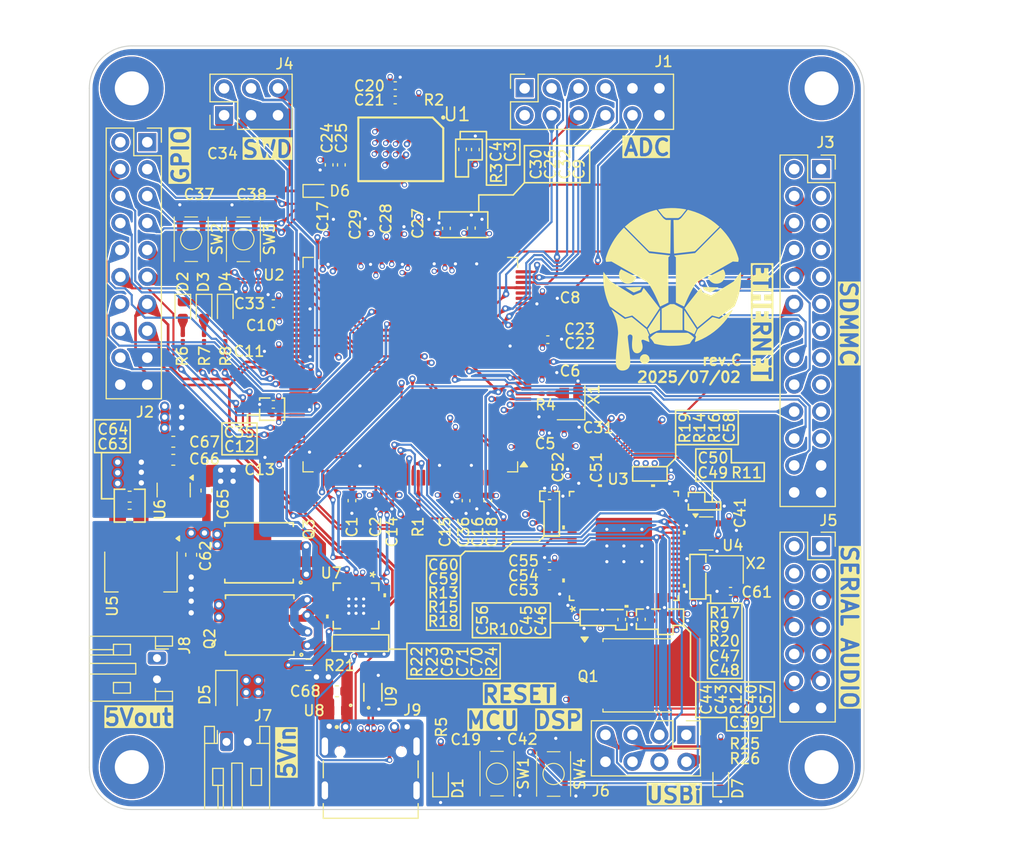
<source format=kicad_pcb>
(kicad_pcb (version 20241229) (generator "pcbnew") (generator_version "9.0")
  (layers (0 "F.Cu" signal) (4 "In1.Cu" signal) (6 "In2.Cu" signal) (8 "In3.Cu" signal) (10 "In4.Cu" signal) (2 "B.Cu" signal) (13 "F.Paste" user) (15 "B.Paste" user) (5 "F.SilkS" user "F.Silkscreen") (7 "B.SilkS" user "B.Silkscreen") (1 "F.Mask" user) (3 "B.Mask" user) (25 "Edge.Cuts" user))
  (net 0 "")
  (net 1 "VBUS")
  (net 2 "GND")
  (net 3 "/USB/CC2")
  (net 4 "/USB/CC1")
  (net 5 "3V3")
  (net 6 "DVDD")
  (net 7 "5V")
  (net 8 "1V8")
  (net 9 "/DSP/DSP_RESET")
  (net 10 "/MCU/NRST")
  (net 11 "MCU_DVDD")
  (net 12 "/MCU/ADC1_IN0")
  (net 13 "/MCU/ADC1_IN3")
  (net 14 "/MCU/ADC1_IN5")
  (net 15 "/MCU/ADC1_IN10")
  (net 16 "/USB/D+")
  (net 17 "/USB/D-")
  (net 18 "/DSP/SDATA_IN1")
  (net 19 "/DSP/SDATA_OUT1")
  (net 20 "/DSP/LRCLK_OUT1")
  (net 21 "/DSP/BCLK_OUT1")
  (net 22 "/DSP/SDATA_IN2")
  (net 23 "/DSP/SDATA_OUT2")
  (net 24 "/DSP/BCLK_OUT2")
  (net 25 "/DSP/LRCLK_OUT2")
  (net 26 "/MCU/ADC1_IN18")
  (net 27 "/MCU/ADC1_IN15")
  (net 28 "/MCU/ADC1_IN13")
  (net 29 "/MCU/ADC1_IN12")
  (net 30 "/MCU/DEBUG_SWDIO")
  (net 31 "/MCU/DEBUG_SWCLK")
  (net 32 "/DSP/USBi_SCLK")
  (net 33 "/DSP/USBi_SS")
  (net 34 "/DSP/USBi_MISO")
  (net 35 "/DSP/USBi_MOSI")
  (net 36 "5V_UCPD")
  (net 37 "Net-(Q2-S1)")
  (net 38 "Net-(Q2-G1)")
  (net 39 "/DSP/MCLK")
  (net 40 "Net-(X1-OUT)")
  (net 41 "/DSP/~{RESET}")
  (net 42 "Net-(X2-OUT)")
  (net 43 "/MCU/I2C2_SDA")
  (net 44 "/DSP/DSP_SDATA_IN0")
  (net 45 "/DSP/DSP_BCLK_OUT0")
  (net 46 "/MCU/UCPD_PWR_EN")
  (net 47 "/MCU/I2C2_SCL")
  (net 48 "/MCU/UCPD_ISENSE")
  (net 49 "/MCU/USB_HS_D-")
  (net 50 "/MCU/USB_HS_D+")
  (net 51 "/MCU/UCPD_CC2")
  (net 52 "/DSP/DSP_LRCLK_OUT0")
  (net 53 "/MCU/UCPD_INT")
  (net 54 "/DSP/DSP_SDATA_OUT0")
  (net 55 "/MCU/UCPD_CC1")
  (net 56 "/DSP/DSP_BCLK_IN0")
  (net 57 "/DSP/DSP_LRCLK_IN0")
  (net 60 "Net-(U3-PLLFILT)")
  (net 61 "Net-(U7-C_BIAS)")
  (net 62 "Net-(Q1-B)")
  (net 63 "Net-(U7-I_SENSE)")
  (net 64 "Net-(Q3-S1)")
  (net 65 "Net-(Q3-G1)")
  (net 66 "Net-(U2-BOOT0)")
  (net 67 "/MCU/OSPI_CS")
  (net 68 "Net-(U1-ECS)")
  (net 69 "Net-(U2-PH0)")
  (net 70 "Net-(U3-SELFBOOT)")
  (net 71 "Net-(U7-V_SENSE)")
  (net 72 "Net-(U7-I2C_ADD)")
  (net 74 "/MCU/OSPI_SIO5")
  (net 75 "/MCU/OSPI_SIO7")
  (net 76 "/MCU/OSPI_SIO2")
  (net 77 "/MCU/OSPI_DQS")
  (net 78 "/MCU/OSPI_SIO1")
  (net 80 "/MCU/OSPI_SIO4")
  (net 81 "/MCU/OSPI_SIO6")
  (net 83 "/MCU/OSPI_SIO0")
  (net 86 "/MCU/OSPI_SCLK")
  (net 87 "/MCU/OSPI_SIO3")
  (net 88 "Net-(D1-A)")
  (net 89 "/MCU/USER_SW1")
  (net 113 "Net-(D2-A)")
  (net 114 "/MCU/LED0")
  (net 115 "/DSP/CLKOUT")
  (net 116 "/MCU/SDMMC2_D1")
  (net 117 "/MCU/ETH_RMII_RXD0")
  (net 118 "Net-(D5-A)")
  (net 119 "/MCU/ETH_RMII_TXD1")
  (net 120 "/MCU/SDMMC2_D5")
  (net 121 "/MCU/ETH_RMII_REF_CLK")
  (net 122 "/MCU/ETH_RMII_TX_EN")
  (net 123 "/MCU/ETH_MDIO")
  (net 124 "/MCU/ETH_RMII_TXD0")
  (net 125 "/MCU/ETH_RMII_INTN")
  (net 126 "/MCU/ETH_RMII_RXD1")
  (net 127 "/MCU/ETH_MII_RX_ER")
  (net 128 "/MCU/ETH_RMII_CRS_DV")
  (net 129 "/MCU/SDMMC2_D2")
  (net 130 "/MCU/ETH_MDC")
  (net 131 "/MCU/SDMMC2_D4")
  (net 132 "/MCU/SDMMC2_D7")
  (net 133 "/MCU/SDMMC2_D3")
  (net 134 "/MCU/SDMMC2_CMD")
  (net 135 "/MCU/SDMMC2_D6")
  (net 136 "/MCU/SDMMC2_CK")
  (net 137 "/MCU/SDMMC2_D0")
  (net 138 "/MCU/USART3_RX")
  (net 139 "/MCU/USART3_CK")
  (net 140 "/MCU/FDCAN2_TX")
  (net 141 "/MCU/USART3_TX")
  (net 142 "/MCU/FDCAN2_RX")
  (net 143 "/MCU/I2S3_WS")
  (net 144 "/MCU/I2S3_SDO")
  (net 145 "/MCU/LPUART1_RTS")
  (net 146 "/MCU/LPUART1_TX")
  (net 147 "/MCU/I2S3_SDI")
  (net 148 "/MCU/I2S3_CK")
  (net 149 "/MCU/PB5")
  (net 150 "/MCU/LPUART1_RX")
  (net 151 "/MCU/LPUART1_CTS")
  (net 158 "/MCU/USER_SW2")
  (net 159 "Net-(C39-Pad1)")
  (net 160 "Net-(D3-A)")
  (net 161 "Net-(D4-A)")
  (net 164 "/MCU/LED1")
  (net 165 "/MCU/LED2")
  (net 168 "/MCU/PO5")
  (net 169 "/MCU/PO1")
  (net 179 "Net-(U3-BCLK_IN0)")
  (net 180 "Net-(U3-BCLK_OUT0)")
  (net 181 "Net-(U3-LRCLK_IN0{slash}MP10)")
  (net 182 "Net-(U3-LRCLK_OUT0{slash}MP4)")
  (net 183 "Net-(U3-SDATA_IN0)")
  (net 184 "Net-(U3-SDATA_OUT0)")
  (net 185 "Net-(U3-CLKOUT)")
  (net 186 "Net-(D6-A)")
  (net 187 "Net-(D7-A)")
  (net 188 "Net-(J6-Pin_2)")
  (footprint "Resistor_SMD:R_0201_0603Metric" (layer "F.Cu") (at 139.845 97.4 180)
    (property "Reference" "R4")
    (property "Value" "33R" (hide yes))
  )
  (footprint "Resistor_SMD:R_0201_0603Metric" (layer "F.Cu") (at 107.66 92.145 90)
    (property "Reference" "R7")
    (property "Value" "1k" (hide yes))
  )
  (footprint "My_Parts:SKRPABE010" (layer "F.Cu") (at 135.265 133.215 -90)
    (property "Reference" "SW1")
    (property "Value" "SKRPABE010" (hide yes))
  )
  (footprint "Resistor_SMD:R_0201_0603Metric" (layer "F.Cu") (at 149.275 104.93 -90)
    (property "Reference" "R14")
    (property "Value" "33R" (hide yes))
  )
  (footprint "LED_SMD:LED_0603_1608Metric" (layer "F.Cu") (at 109.66 89.5075 -90)
    (property "Reference" "D4")
    (property "Value" "LED" (hide yes))
  )
  (footprint "Capacitor_SMD:C_0201_0603Metric" (layer "F.Cu") (at 149.972597 118.467599 -90)
    (property "Reference" "C43")
    (property "Value" "100nF" (hide yes))
  )
  (footprint "Capacitor_SMD:C_0402_1005Metric" (layer "F.Cu") (at 132.35 107.48 90)
    (property "Reference" "C36")
    (property "Value" "2.2uF" (hide yes))
  )
  (footprint "Connector_PinHeader_2.54mm:PinHeader_2x04_P2.54mm_Vertical" (layer "F.Cu") (at 153.11 129.56 -90)
    (property "Reference" "J6")
    (property "Value" "Conn_02x04_Odd_Even" (hide yes))
  )
  (footprint "Capacitor_SMD:C_0201_0603Metric" (layer "F.Cu") (at 121.85 120.9 -90)
    (property "Reference" "C69")
    (property "Value" "560pF" (hide yes))
  )
  (footprint "Capacitor_SMD:C_0402_1005Metric" (layer "F.Cu") (at 125.675 69.7 180)
    (property "Reference" "C21")
    (property "Value" "100nF" (hide yes))
  )
  (footprint "Oscillator:Oscillator_SMD_SeikoEpson_SG210-4Pin_2.5x2.0mm" (layer "F.Cu") (at 156.872597 113.972599 180)
    (property "Reference" "X2")
    (property "Value" "12.288MHz" (hide yes))
  )
  (footprint "Resistor_SMD:R_0201_0603Metric" (layer "F.Cu") (at 140.42 109.6)
    (property "Reference" "R15")
    (property "Value" "33R" (hide yes))
  )
  (footprint "Package_TO_SOT_SMD:TO-252-2" (layer "F.Cu") (at 148.562599 123.949903)
    (property "Reference" "Q1")
    (property "Value" "STD2805T4" (hide yes))
  )
  (footprint "Capacitor_SMD:C_0603_1608Metric" (layer "F.Cu") (at 100.65 107.1)
    (property "Reference" "C64")
    (property "Value" "4.7uF" (hide yes))
  )
  (footprint "Capacitor_SMD:C_0201_0603Metric" (layer "F.Cu") (at 134.505 129.925 180)
    (property "Reference" "C19")
    (property "Value" "100nF" (hide yes))
  )
  (footprint "Connector_PinSocket_2.54mm:PinSocket_2x06_P2.54mm_Vertical" (layer "F.Cu") (at 137.87 68.6 90)
    (property "Reference" "J1")
    (property "Value" "Conn_02x06_Odd_Even" (hide yes))
  )
  (footprint "Capacitor_SMD:C_0402_1005Metric" (layer "F.Cu") (at 147.022597 118.677599 -90)
    (property "Reference" "C46")
    (property "Value" "10uF" (hide yes))
  )
  (footprint "Capacitor_SMD:C_0402_1005Metric" (layer "F.Cu") (at 120.6 75.82 90)
    (property "Reference" "C25")
    (property "Value" "100nF" (hide yes))
  )
  (footprint "My_Parts:QFN-20L_4.0X4.0X0.75_STM" (layer "F.Cu") (at 121.9831 117.399999 -90)
    (property "Reference" "U7")
    (property "Value" "TCPP03-M20" (hide yes))
  )
  (footprint "Capacitor_SMD:C_0201_0603Metric" (layer "F.Cu") (at 142.622597 104.822599 90)
    (property "Reference" "C52")
    (property "Value" "100nF" (hide yes))
  )
  (footprint "Connector_PinSocket_2.54mm:PinSocket_2x10_P2.54mm_Vertical" (layer "F.Cu") (at 102.31 73.68)
    (property "Reference" "J2")
    (property "Value" "Conn_02x10_Odd_Even" (hide yes))
  )
  (footprint "Capacitor_SMD:C_0201_0603Metric" (layer "F.Cu") (at 154.027597 107.072599)
    (property "Reference" "C50")
    (property "Value" "100nF" (hide yes))
  )
  (footprint "Capacitor_SMD:C_0201_0603Metric" (layer "F.Cu") (at 125.35 107.27 90)
    (property "Reference" "C14")
    (property "Value" "100nF" (hide yes))
  )
  (footprint "Capacitor_SMD:C_0201_0603Metric" (layer "F.Cu") (at 128.85 81.99 -90)
    (property "Reference" "C27")
    (property "Value" "100nF" (hide yes))
  )
  (footprint "Connector_PinSocket_2.54mm:PinSocket_2x13_P2.54mm_Vertical" (layer "F.Cu") (at 165.81 76.22)
    (property "Reference" "J3")
    (property "Value" "Conn_02x13_Odd_Even" (hide yes))
  )
  (footprint "Capacitor_SMD:C_0201_0603Metric" (layer "F.Cu") (at 114.4 103.4)
    (property "Reference" "C13")
    (property "Value" "100nF" (hide yes))
  )
  (footprint "Capacitor_SMD:C_0201_0603Metric" (layer "F.Cu") (at 154.122597 115.522599)
    (property "Reference" "C47")
    (property "Value" "10nF" (hide yes))
  )
  (footprint "My_Parts:SON_DN3LLH5_STM" (layer "F.Cu") (at 112.8445 112.395 180)
    (property "Reference" "Q3")
    (property "Value" "STL40DN3LLH5" (hide yes))
  )
  (footprint "Capacitor_SMD:C_0603_1608Metric" (layer "F.Cu") (at 120.175 125.45 180)
    (property "Reference" "C68")
    (property "Value" "2.2uF/50V" (hide yes))
  )
  (footprint "Capacitor_SMD:C_0402_1005Metric" (layer "F.Cu") (at 130.5 81.8 -90)
    (property "Reference" "C30")
    (property "Value" "4.7uF" (hide yes))
  )
  (footprint "LED_SMD:LED_0603_1608Metric" (layer "F.Cu") (at 129.95 133.91375 90)
    (property "Reference" "D1")
    (property "Value" "LED" (hide yes))
  )
  (footprint "Capacitor_SMD:C_0402_1005Metric" (layer "F.Cu") (at 148.872597 118.677599 -90)
    (property "Reference" "C44")
    (property "Value" "10uF" (hide yes))
  )
  (footprint "Connector_PinSocket_2.54mm:PinSocket_2x07_P2.54mm_Vertical" (layer "F.Cu") (at 165.81 111.78)
    (property "Reference" "J5")
    (property "Value" "Conn_02x07_Odd_Even" (hide yes))
  )
  (footprint "Resistor_SMD:R_0201_0603Metric" (layer "F.Cu") (at 148.425 104.925 -90)
    (property "Reference" "R19")
    (property "Value" "33R" (hide yes))
  )
  (footprint "Capacitor_SMD:C_0201_0603Metric" (layer "F.Cu") (at 143.522597 104.817599 90)
    (property "Reference" "C51")
    (property "Value" "10nF" (hide yes))
  )
  (footprint "Capacitor_SMD:C_0402_1005Metric" (layer "F.Cu") (at 114.19 98.4)
    (property "Reference" "C35")
    (property "Value" "2.2uF" (hide yes))
  )
  (footprint "Resistor_SMD:R_0201_0603Metric" (layer "F.Cu") (at 120.1331 120.9 90)
    (property "Reference" "R22")
    (property "Value" "10k" (hide yes))
  )
  (footprint "Capacitor_SMD:C_0402_1005Metric" (layer "F.Cu") (at 132.025 74.35 -90)
    (property "Reference" "C4")
    (property "Value" "100nF" (hide yes))
  )
  (footprint "Resistor_SMD:R_0201_0603Metric" (layer "F.Cu") (at 140.425 110.425)
    (property "Reference" "R18")
    (property "Value" "33R" (hide yes))
  )
  (footprint "LED_SMD:LED_0603_1608Metric" (layer "F.Cu") (at 156.35 133.91375 90)
    (property "Reference" "D7")
    (property "Value" "LED" (hide yes))
  )
  (footprint "Resistor_SMD:R_0201_0603Metric" (layer "F.Cu") (at 109.66 92.145 90)
    (property "Reference" "R8")
    (property "Value" "1k" (hide yes))
  )
  (footprint "Capacitor_SMD:C_0201_0603Metric" (layer "F.Cu") (at 140.427597 107.972599 180)
    (property "Reference" "C59")
    (property "Value" "100nF" (hide yes))
  )
  (footprint "Capacitor_SMD:C_0201_0603Metric" (layer "F.Cu") (at 140.427597 115.522599 180)
    (property "Reference" "C53")
    (property "Value" "10nF" (hide yes))
  )
  (footprint "Capacitor_SMD:C_0402_1005Metric" (layer "F.Cu") (at 133.225 74.37 -90)
    (property "Reference" "C3")
    (property "Value" "4.7uF" (hide yes))
  )
  (footprint "Capacitor_SMD:C_0201_0603Metric" (layer "F.Cu") (at 123.65 120.9 -90)
    (property "Reference" "C70")
    (property "Value" "560pF" (hide yes))
  )
  (footprint "Connector_JST:JST_PH_S2B-PH-K_1x02_P2.00mm_Horizontal" (layer "F.Cu") (at 109.775 130.225)
    (property "Reference" "J7")
    (property "Value" "Conn_01x02" (hide yes))
  )
  (footprint "Capacitor_SMD:C_0201_0603Metric" (layer "F.Cu") (at 139.845 95.4 180)
    (property "Reference" "C6")
    (property "Value" "100nF" (hide yes))
  )
  (footprint "Resistor_SMD:R_0201_0603Metric" (layer "F.Cu") (at 156.025 130.4)
    (property "Reference" "R25")
    (property "Value" "10k" (hide yes))
  )
  (footprint "Capacitor_SMD:C_0402_1005Metric" (layer "F.Cu") (at 119.45 75.82 90)
    (property "Reference" "C24")
    (property "Value" "4.7uF" (hide yes))
  )
  (footprint "Resistor_SMD:R_0201_0603Metric" (layer "F.Cu") (at 140.425 108.775)
    (property "Reference" "R13")
    (property "Value" "33R" (hide yes))
  )
  (footprint "Package_TO_SOT_SMD:SOT-143" (layer "F.Cu") (at 154.972597 110.572599)
    (property "Reference" "U4")
    (property "Value" "ADM811TARTZ" (hide yes))
  )
  (footprint "Capacitor_SMD:C_0603_1608Metric" (layer "F.Cu") (at 106.4501 112.58 -90)
    (property "Reference" "C62")
    (property "Value" "4.7uF" (hide yes))
  )
  (footprint "Capacitor_SMD:C_0201_0603Metric" (layer "F.Cu") (at 157.13 109.95 -90)
    (property "Reference" "C41")
    (property "Value" "100nF" (hide yes))
  )
  (footprint "My_Parts:BGA24C100P5X5_800X600X120" (layer "F.Cu") (at 126.2 74.35 -90)
    (property "Reference" "U1")
    (property "Value" "MX25UW25645GXDI00" (hide yes))
  )
  (footprint "Capacitor_SMD:C_0201_0603Metric" (layer "F.Cu") (at 131.5 81.99 -90)
    (property "Reference" "C26")
    (property "Value" "100nF" (hide yes))
  )
  (footprint "Capacitor_SMD:C_0201_0603Metric" (layer "F.Cu") (at 125.85 81.99 -90)
    (property "Reference" "C28")
    (property "Value" "100nF" (hide yes))
  )
  (footprint "Diode_SMD:D_SOD-523" (layer "F.Cu") (at 118.25 78.275)
    (property "Reference" "D6")
    (property "Value" "D_Schottky" (hide yes))
  )
  (footprint "Resistor_SMD:R_0201_0603Metric" (layer "F.Cu") (at 154.13 113.8)
    (property "Reference" "R9")
    (property "Value" "33R" (hide yes))
  )
  (footprint "My_Parts:Gangyuan_UB1611-HGN" (layer "F.Cu") (at 123.36575 131.145)
    (property "Reference" "J9")
    (property "Value" "UB1611-HGN" (hide yes))
  )
  (footprint "My_Parts:SON_DN3LLH5_STM" (layer "F.Cu") (at 112.9071 119.2075 180)
    (property "Reference" "Q2")
    (property "Value" "STL40DN3LLH5" (hide yes))
  )
  (footprint "Capacitor_SMD:C_0201_0603Metric" (layer "F.Cu") (at 114.4 89.9)
    (property "Reference" "C10")
    (property "Value" "100nF" (hide yes))
  )
  (footprint "My_Parts:CP_72_6_ADI" (layer "F.Cu") (at 147.222598 111.750001 90)
    (property "Reference" "U3")
    (property "Value" "ADAU1466WBCPZ300RL" (hide yes))
  )
  (footprint "LED_SMD:LED_0603_1608Metric" (layer "F.Cu") (at 107.66 89.5075 -90)
    (property "Reference" "D3")
    (property "Value" "LED" (hide yes))
  )
  (footprint "Capacitor_SMD:C_0201_0603Metric" (layer "F.Cu") (at 109.85 73.6 180)
    (property "Reference" "C34")
    (property "Value" "100nF" (hide yes))
  )
  (footprint "Capacitor_SMD:C_0201_0603Metric" (layer "F.Cu") (at 145.972597 118.467599 -90)
    (property "Reference" "C45")
    (property "Value" "100nF" (hide yes))
  )
  (footprint "Capacitor_SMD:C_0603_1608Metric" (layer "F.Cu") (at 107.8874 106.525 90)
    (property "Reference" "C65")
    (property "Value" "1uF" (hide yes))
  )
  (footprint "Capacitor_SMD:C_0201_0603Metric" (layer "F.Cu") (at 114.4 99.4)
    (property "Reference" "C12")
    (property "Value" "100nF" (hide yes))
  )
  (footprint "Resistor_SMD:R_0201_0603Metric" (layer "F.Cu") (at 156.03 131.8)
    (property "Reference" "R26")
    (property "Value" "1k" (hide yes))
  )
  (footprint "Capacitor_SMD:C_0201_0603Metric" (layer "F.Cu") (at 122.85 81.99 -90)
    (property "Reference" "C29")
    (property "Value" "100nF" (hide yes))
  )
  (footprint "Connector_PinHeader_2.54mm:PinHeader_2x03_P2.54mm_Vertical" (layer "F.Cu") (at 109.55 71.14 90)
    (property "Reference" "J4")
    (property "Value" "15910060" (hide yes))
  )
  (footprint "My_Parts:SKRPABE010" (layer "F.Cu") (at 111.37 82.84 90)
    (property "Reference" "SW3")
    (property "Value" "SKRPABE010" (hide yes))
  )
  (footprint "Capacitor_SMD:C_0201_0603Metric" (layer "F.Cu") (at 119.85 81.99 -90)
    (property "Reference" "C17")
    (property "Value" "100nF" (hide yes))
  )
  (footprint "Resistor_SMD:R_0201_0603Metric" (layer "F.Cu") (at 129.97 131.21875 -90)
    (property "Reference" "R5")
    (property "Value" "1k" (hide yes))
  )
  (footprint "Capacitor_SMD:C_0603_1608Metric" (layer "F.Cu") (at 100.65 108.8)
    (property "Reference" "C63")
    (property "Value" "4.7uF" (hide yes))
  )
  (footprint "Resistor_SMD:R_0201_0603Metric" (layer "F.Cu") (at 150.822597 118.467599 90)
    (property "Reference" "R12")
    (property "Value" "4.32k" (hide yes))
  )
  (footprint "Resistor_SMD:R_0201_0603Metric" (layer "F.Cu") (at 127.57 69.7)
    (property "Reference" "R2")
    (property "Value" "10k" (hide yes))
  )
  (footprint "Capacitor_SMD:C_0201_0603Metric" (layer "F.Cu") (at 139.845 100.4 180)
    (property "Reference" "C5")
    (property "Value" "100nF" (hide yes))
  )
  (footprint "Resistor_SMD:R_0201_0603Metric" (layer "F.Cu") (at 132.055 76.145 -90)
    (property "Reference" "R3")
    (property "Value" "10k" (hide yes))
  )
  (footprint "Capacitor_SMD:C_0201_0603Metric" (layer "F.Cu") (at 122.8 120.9 -90)
    (property "Reference" "C71")
    (property "Value" "100nF" (hide yes))
  )
  (footprint "Capacitor_SMD:C_0201_0603Metric" (layer "F.Cu") (at 112.12 79.59)
    (property "Reference" "C38")
    (property "Value" "100nF" (hide yes))
  )
  (footprint "Capacitor_SMD:C_0201_0603Metric" (layer "F.Cu") (at 139.845 91.4 180)
    (property "Reference" "C23")
    (property "Value" "100nF" (hide yes))
  )
  (footprint "Capacitor_SMD:C_0402_1005Metric" (layer "F.Cu") (at 140.055 92.3 180)
    (property "Reference" "C22")
    (property "Value" "1uF" (hide yes))
  )
  (footprint "Capacitor_SMD:C_0201_0603Metric" (layer "F.Cu") (at 154.122597 116.422599)
    (property "Reference" "C48")
    (property "Value" "100nF" (hide yes))
  )
  (footprint "Capacitor_SMD:C_0201_0603Metric" (layer "F.Cu") (at 140.427597 114.650001 180)
    (property "Reference" "C54")
    (property "Value" "100nF" (hide yes))
  )
  (footprint "Capacitor_SMD:C_0201_0603Metric" (layer "F.Cu") (at 133.85 81.99 -90)
    (property "Reference" "C9")
    (property "Value" "100nF" (hide yes))
  )
  (footprint "Resistor_SMD:R_0201_0603Metric" (layer "F.Cu") (at 155.625 107.98 180)
    (property "Reference" "R11")
    (property "Value" "10k" (hide yes))
  )
  (footprint "Capacitor_SMD:C_0402_1005Metric" (layer "F.Cu") (at 132.85 81.78 -90)
    (property "Reference" "C32")
    (property "Value" "2.2uF" (hide yes))
  )
  (footprint "Oscillator:Oscillator_SMD_SeikoEpson_SG210-4Pin_2.5x2.0mm" (layer "F.Cu") (at 142.25 98.25 90)
    (property "Reference" "X1")
    (property "Value" "24MHz" (hide yes))
  )
  (footprint "My_Parts:SKRPABE010" (layer "F.Cu") (at 140.6 133.25 90)
    (property "Reference" "SW4")
    (property "Value" "SKRPABE010" (hide yes))
  )
  (footprint "Package_QFP:LQFP-144_20x20mm_P0.5mm" (layer "F.Cu") (at 127.1 94.65 180)
    (property "Reference" "U2")
    (property "Value" "STM32H7S3Z8Tx" (hide yes))
  )
  (footprint "Capacitor_SMD:C_0201_0603Metric" (layer "F.Cu") (at 139.83 129.9)
    (property "Reference" "C42")
    (property "Value" "100nF" (hide yes))
  )
  (footprint "Capacitor_SMD:C_0201_0603Metric" (layer "F.Cu") (at 114.4 93.4)
    (property "Reference" "C11")
    (property "Value" "100nF" (hide yes))
  )
  (footprint "Capacitor_SMD:C_0402_1005Metric" (layer "F.Cu") (at 134.4 107.48 90)
    (property "Reference" "C18")
    (property "Value" "4.7uF" (hide yes))
  )
  (footprint "Capacitor_SMD:C_0402_1005Metric" (layer "F.Cu") (at 140.225 107.025 180)
    (property "Reference" "C60")
    (property "Value" "10uF" (hide yes))
  )
  (footprint "Capacitor_SMD:C_0201_0603Metric" (layer "F.Cu") (at 139.845 88.4 180)
    (property "Reference" "C8")
    (property "Value" "100nF" (hide yes))
  )
  (footprint "Resistor_SMD:R_0201_0603Metric" (layer "F.Cu") (at 127.85 107.27 90)
    (property "Reference" "R1")
    (property "Value" "10k" (hide yes))
  )
  (footprint "Capacitor_SMD:C_0201_0603Metric" (layer "F.Cu") (at 141.92 100.55 180)
    (property "Reference" "C31")
    (property "Value" "100nF" (hide yes))
  )
  (footprint "Capacitor_SMD:C_0402_1005Metric" (layer "F.Cu") (at 121.6 107.48 90)
    (property "Reference" "C1")
    (property "Value" "1uF" (hide yes))
  )
  (footprint "Resistor_SMD:R_0201_0603Metric" (layer "F.Cu") (at 150.125 104.93 -90)
    (property "Reference" "R16")
    (property "Value" "33R" (hide yes))
  )
  (footprint "LED_SMD:LED_0603_1608Metric" (layer "F.Cu") (at 105.66 89.5075 -90)
    (property "Reference" "D2")
    (property "Value" "LED" (hide yes))
  )
  (footprint "Capacitor_SMD:C_0201_0603Metric" (layer "F.Cu") (at 152.522597 118.467599 -90)
    (property "Reference" "C57")
    (property "Value" "100nF" (hide yes))
  )
  (footprint "Capacitor_SMD:C_0201_0603Metric" (layer "F.Cu") (at 151.145 119.72)
    (property "Reference" "C39")
    (property "Value" "5.6nF" (hide yes))
  )
  (footprint "Connector_JST:JST_PH_S2B-PH-K_1x02_P2.00mm_Horizontal" (layer "F.Cu") (at 103.225 122.325 -90)
    (property "Reference" "J8")
    (property "Value" "Conn_01x02" (hide yes))
  )
  (footprint "Capacitor_SMD:C_0201_0603Metric" (layer "F.Cu") (at 130.35 107.27 90)
    (property "Reference" "C15")
    (property "Value" "100nF" (hide yes))
  )
  (footprint "Capacitor_SMD:C_0402_1005Metric" (layer "F.Cu") (at 157.272597 116.022599)
    (property "Reference" "C61")
    (property "Value" "100nF" (hide yes))
  )
  (footprint "Capacitor_SMD:C_0201_0603Metric" (layer "F.Cu") (at 143.472597 118.467599 -90)
    (property "Reference" "C56")
    (property "Value" "100nF" (hide yes))
  )
  (footprint "Package_TO_SOT_SMD:SOT-223-3_TabPin2" (layer "F.Cu") (at 101.7125 114.175 -90)
    (property "Reference" "U5")
    (property "Value" "AP7361EA-33E-13" (hide yes))
  )
  (footprint "Capacitor_SMD:C_0201_0603Metric" (layer "F.Cu") (at 107.195 79.58)
    (property "Reference" "C37")
    (property "Value" "100nF" (hide yes))
  )
  (footprint "Resistor_SMD:R_0201_0603Metric" (layer "F.Cu") (at 124.625 120.905 -90)
    (property "Reference" "R24")
    (property "Value" "10k" (hide yes))
  )
  (footprint "My_Parts:QFN6L_ECMF2_STM" (layer "F.Cu") (at 123.57005 125.55 90)
    (property "Reference" "U9")
    (property "Value" "ECMF2-40A100N6" (hide yes))
  )
  (footprint "Capacitor_SMD:C_0201_0603Metric" (layer "F.Cu") (at 154.027597 107.972599)
    (property "Reference" "C49")
    (property "Value" "10nF" (hide yes))
  )
  (footprint "My_Parts:LOGO2" (layer "F.Cu") (at 151.77 87.05)
    (property "Reference" "REF**" (hide yes))
    (property "Value" "LOGO2" (hide yes))
  )
  (footprint "Resistor_SMD:R_0603_1608Metric" (layer "F.Cu") (at 117.485 122.96)
    (property "Reference" "R21")
    (property "Value" "22mR" (hide yes))
  )
  (footprint "Capacitor_SMD:C_0603_1608Metric" (layer "F.Cu") (at 104.7624 103.625)
    (property "Reference" "C66")
    (property "Value" "1uF" (hide yes))
  )
  (footprint "Capacitor_SMD:C_0201_0603Metric" (layer "F.Cu") (at 133.35 107.27 90)
    (property "Reference" "C16")
    (property "Value" "100nF" (hide yes))
  )
  (footprint "Resistor_SMD:R_0201_0603Metric" (layer "F.Cu") (at 105.66 92.145 90)
    (property "Reference" "R6")
    (property "Value" "1k" (hide yes))
  )
  (footprint "Capacitor_SMD:C_0402_1005Metric" (layer "F.Cu") (at 140.217597 113.650001 180)
    (property "Reference" "C55")
    (property "Value" "10uF" (hide yes))
  )
  (footprint "Capacitor_SMD:C_0402_1005Metric" (layer "F.Cu") (at 114.19 88.9)
    (property "Reference" "C33")
    (property "Value" "2.2uF" (hide yes))
  )
  (footprint "Capacitor_SMD:C_0201_0603Metric" (layer "F.Cu") (at 151.672597 118.467599 90)
    (property "Reference" "C40")
    (property "Value" "150pF" (hide yes))
  )
  (footprint "Capacitor_SMD:C_0201_0603Metric" (layer "F.Cu") (at 150.972597 104.922599 90)
    (property "Reference" "C58")
    (property "Value" "100nF" (hide yes))
  )
  (footprint "Resistor_SMD:R_0201_0603Metric" (layer "F.Cu") (at 154.122597 114.622599 180)
    (property "Reference" "R20")
    (property "Value" "33R" (hide yes))
  )
  (footprint "Diode_SMD:D_PowerDI-123" (layer "F.Cu") (at 109.775 125.8 -90)
    (property "Reference" "D5")
    (property "Value" "D_Schottky" (hide yes))
  )
  (footprint "My_Parts:QFN1610_STM" (layer "F.Cu") (at 120.2543 127.275 180)
    (property "Reference" "U8")
    (property "Value" "ESDA25P35-1U1M" (hide yes))
  )
  (footprint "My_Parts:SKRPABE010" (layer "F.Cu") (at 106.45 82.83 90)
    (property "Reference" "SW2")
    (property "Value" "SKRPABE010" (hide yes))
  )
  (footprint "Capacitor_SMD:C_0402_1005Metric" (layer "F.Cu") (at 125.675 68.35 180)
    (property "Reference" "C20")
    (property "Value" "4.7uF" (hide yes))
  )
  (footprint "Resistor_SMD:R_0201_0603Metric" (layer "F.Cu") (at 120.9831 120.9 -90)
    (property "Reference" "R23")
    (property "Value" "2k4" (hide yes))
  )
  (footprint "Resistor_SMD:R_0201_0603Metric" (layer "F.Cu") (at 144.7 118.825 180)
    (property "Reference" "R10")
    (property "Value" "1k" (hide yes))
  )
  (footprint "Package_TO_SOT_SMD:SOT-23" (layer "F.Cu") (at 104.7999 106.475 -90)
    (property "Reference" "U6")
    (property "Value" "AP2127N-1.8TRG1" (hide yes))
  )
  (footprint "Resistor_SMD:R_0201_0603Metric" (layer "F.Cu") (at 154.275 112.922599 180)
    (property "Reference" "R17")
    (property "Value" "100k" (hide yes))
  )
  (footprint "Capacitor_SMD:C_0201_0603Metric" (layer "F.Cu") (at 123.85 107.27 90)
    (property "Reference" "C2")
    (property "Value" "100nF" (hide yes))
  )
  (footprint "Capacitor_SMD:C_0603_1608Metric" (layer "F.Cu") (at 104.7624 101.925)
    (property "Reference" "C67")
    (property "Value" "1uF" (hide yes))
  )
  (gr_line (start 112.65 100.15) (end 109.35 100.15) (stroke (width 0.15)) (layer "F.SilkS"))
  (gr_line (start 149.05 117.7) (end 148.4 117.7) (stroke (width 0.15)) (layer "F.SilkS"))
  (gr_line (start 150.4 119.6) (end 150.4 120.1) (stroke (width 0.15)) (layer "F.SilkS"))
  (gr_line (start 160.2 129.175) (end 160.2 127.875) (stroke (width 0.15)) (layer "F.SilkS"))
  (gr_line (start 141.15 110.825) (end 139.7 110.825) (stroke (width 0.15)) (layer "F.SilkS"))
  (gr_line (start 131.375 76.95) (end 131.375 73.4) (stroke (width 0.15)) (layer "F.SilkS"))
  (gr_line (start 131.825 112.675) (end 128.625 112.675) (stroke (width 0.15)) (layer "F.SilkS"))
  (gr_line (start 154.95 112.55) (end 154.95 113.275) (stroke (width 0.15)) (layer "F.SilkS"))
  (gr_line (start 100.7 99.85) (end 97.35 99.85) (stroke (width 0.15)) (layer "F.SilkS"))
  (gr_line (start 160.45 103.9) (end 157.35 103.9) (stroke (width 0.15)) (layer "F.SilkS"))
  (gr_line (start 109.35 100.15) (end 109.35 103.15) (stroke (width 0.15)) (layer "F.SilkS"))
  (gr_line (start 111.75 99.4) (end 112.85 99.4) (stroke (width 0.15)) (layer "F.SilkS"))
  (gr_line (start 136.125 77.725) (end 136.125 75.825) (stroke (width 0.15)) (layer "F.SilkS"))
  (gr_line (start 148.05 105.625) (end 148.05 104.275) (stroke (width 0.15)) (layer "F.SilkS"))
  (gr_line (start 143.1 119) (end 140.3 119) (stroke (width 0.15)) (layer "F.SilkS"))
  (gr_line (start 146.45 119.65) (end 147.5 119.65) (stroke (width 0.15)) (layer "F.SilkS"))
  (gr_line (start 154.95 116.75) (end 153.45 116.75) (stroke (width 0.15)) (layer "F.SilkS"))
  (gr_line (start 151.85 119.25) (end 152.85 119.25) (stroke (width 0.15)) (layer "F.SilkS"))
  (gr_line (start 134.275 73.425) (end 134.275 77.725) (stroke (width 0.15)) (layer "F.SilkS"))
  (gr_line (start 137.425 73.425) (end 134.275 73.425) (stroke (width 0.15)) (layer "F.SilkS"))
  (gr_line (start 158 102.2) (end 152.1 102.2) (stroke (width 0.15)) (layer "F.SilkS"))
  (gr_line (start 153.45 112.55) (end 154.95 112.55) (stroke (width 0.15)) (layer "F.SilkS"))
  (gr_line (start 119.73 120.28) (end 119.73 121.68) (stroke (width 0.15)) (layer "F.SilkS"))
  (gr_line (start 151.3 104.275) (end 151.3 105.625) (stroke (width 0.15)) (layer "F.SilkS"))
  (gr_line (start 151.3 104.275) (end 152.1 103.475) (stroke (width 0.15)) (layer "F.SilkS"))
  (gr_line (start 126.78 124.275) (end 135.565 124.275) (stroke (width 0.15)) (layer "F.SilkS"))
  (gr_line (start 147.5 119.65) (end 147.5 119.05) (stroke (width 0.15)) (layer "F.SilkS"))
  (gr_line (start 132.95 120.4) (end 140.3 120.4) (stroke (width 0.15)) (layer "F.SilkS"))
  (gr_line (start 147.15 117.75) (end 145.6 117.75) (stroke (width 0.15)) (layer "F.SilkS"))
  (gr_line (start 125.065 121.68) (end 125.065 120.13) (stroke (width 0.15)) (layer "F.SilkS"))
  (gr_line (start 115.05 97.8) (end 115.25 97.8) (stroke (width 0.15)) (layer "F.SilkS"))
  (gr_line (start 137.85 74) (end 137.85 77.5) (stroke (width 0.15)) (layer "F.SilkS"))
  (gr_line (start 139.175 111.35) (end 138.85 111.35) (stroke (width 0.15)) (layer "F.SilkS"))
  (gr_line (start 156.35 108.35) (end 156.35 107.6) (stroke (width 0.15)) (layer "F.SilkS"))
  (gr_line (start 109.35 103.15) (end 112.65 103.15) (stroke (width 0.15)) (layer "F.SilkS"))
  (gr_line (start 141.15 106.6) (end 140.7 106.6) (stroke (width 0.15)) (layer "F.SilkS"))
  (gr_line (start 148.4 119.6) (end 150.4 119.6) (stroke (width 0.15)) (layer "F.SilkS"))
  (gr_line (start 126.78 120.925) (end 126.78 124.275) (stroke (width 0.15)) (layer "F.SilkS"))
  (gr_line (start 99.2 106.4) (end 99.2 109.5) (stroke (width 0.15)) (layer "F.SilkS"))
  (gr_line (start 152.85 119.25) (end 152.85 117.7) (stroke (width 0.15)) (layer "F.SilkS"))
  (gr_line (start 139.7 110.825) (end 139.7 107.55) (stroke (width 0.15)) (layer "F.SilkS"))
  (gr_line (start 102.1 106.4) (end 101.1 106.4) (stroke (width 0.15)) (layer "F.SilkS"))
  (gr_line (start 100.7 102.95) (end 100.7 99.85) (stroke (width 0.15)) (layer "F.SilkS"))
  (gr_line (start 151.85 120.1) (end 151.85 119.25) (stroke (width 0.15)) (layer "F.SilkS"))
  (gr_line (start 157.35 102.6) (end 154 102.6) (stroke (width 0.15)) (layer "F.SilkS"))
  (gr_line (start 154 127.925) (end 156.9 127.925) (stroke (width 0.15)) (layer "F.SilkS"))
  (gr_line (start 132.575 75.35) (end 132.575 76.95) (stroke (width 0.15)) (layer "F.SilkS"))
  (gr_line (start 131.825 119.675) (end 131.825 112.7) (stroke (width 0.15)) (layer "F.SilkS"))
  (gr_line (start 132.575 76.95) (end 131.375 76.95) (stroke (width 0.15)) (layer "F.SilkS"))
  (gr_line (start 134.4 82.67) (end 129.89 82.67) (stroke (width 0.15)) (layer "F.SilkS"))
  (gr_line (start 140.3 120.4) (end 140.3 117.15) (stroke (width 0.15)) (layer "F.SilkS"))
  (gr_line (start 112.9 98) (end 112.9 97.8) (stroke (width 0.15)) (layer "F.SilkS"))
  (gr_line (start 112.9 97.8) (end 113.85 97.8) (stroke (width 0.15)) (layer "F.SilkS"))
  (gr_line (start 136.775 111.35) (end 138.85 111.35) (stroke (width 0.15)) (layer "F.SilkS"))
  (gr_line (start 139.3 106.575) (end 139.825 106.575) (stroke (width 0.15)) (layer "F.SilkS"))
  (gr_line (start 157.35 103.9) (end 157.35 102.6) (stroke (width 0.15)) (layer "F.SilkS"))
  (gr_line (start 156.9 127.925) (end 156.9 129.175) (stroke (width 0.15)) (layer "F.SilkS"))
  (gr_line (start 154.85 106.7) (end 153.3 106.7) (stroke (width 0.15)) (layer "F.SilkS"))
  (gr_line (start 154 124.575) (end 154 127.925) (stroke (width 0.15)) (layer "F.SilkS"))
  (gr_line (start 132.275 112.25) (end 135.875 112.25) (stroke (width 0.15)) (layer "F.SilkS"))
  (gr_line (start 98 102.95) (end 98 107.3) (stroke (width 0.15)) (layer "F.SilkS"))
  (gr_line (start 146.45 119.25) (end 146.45 119.65) (stroke (width 0.15)) (layer "F.SilkS"))
  (gr_line (start 139.7 107.55) (end 139.3 107.55) (stroke (width 0.15)) (layer "F.SilkS"))
  (gr_line (start 152.1 103.475) (end 152.1 102.2) (stroke (width 0.15)) (layer "F.SilkS"))
  (gr_line (start 131.375 73.4) (end 133.825 73.4) (stroke (width 0.15)) (layer "F.SilkS"))
  (gr_line (start 128.625 112.675) (end 128.625 119.675) (stroke (width 0.15)) (layer "F.SilkS"))
  (gr_line (start 115.25 97.8) (end 115.25 99.9) (stroke (width 0.15)) (layer "F.SilkS"))
  (gr_line (start 129.85 80.25) (end 134.4 80.25) (stroke (width 0.15)) (layer "F.SilkS"))
  (gr_line (start 133.55 78.65) (end 133.55 80.2) (stroke (width 0.15)) (layer "F.SilkS"))
  (gr_line (start 155.55 105.7) (end 155.55 107.55) (stroke (width 0.15)) (layer "F.SilkS"))
  (gr_line (start 143.1 119.25) (end 146.45 119.25) (stroke (width 0.15)) (layer "F.SilkS"))
  (gr_line (start 119.73 121.68) (end 125.065 121.68) (stroke (width 0.15)) (layer "F.SilkS"))
  (gr_circle (center 121.475 126.775) (end 121.475 126.675) (stroke (width 0.15)) (fill no) (layer "F.SilkS"))
  (gr_line (start 115.25 99.9) (end 115.1 99.9) (stroke (width 0.15)) (layer "F.SilkS"))
  (gr_line (start 155.4 117.15) (end 155.4 116.382599) (stroke (width 0.15)) (layer "F.SilkS"))
  (gr_line (start 150.4 120.1) (end 151.85 120.1) (stroke (width 0.15)) (layer "F.SilkS"))
  (gr_line (start 135.875 112.25) (end 136.775 111.35) (stroke (width 0.15)) (layer "F.SilkS"))
  (gr_line (start 152.85 117.7) (end 151.4 117.7) (stroke (width 0.15)) (layer "F.SilkS"))
  (gr_line (start 98 107.3) (end 99.15 107.3) (stroke (width 0.15)) (layer "F.SilkS"))
  (gr_line (start 135.565 124.275) (end 135.565 120.925) (stroke (width 0.15)) (layer "F.SilkS"))
  (gr_line (start 132.95 117.125) (end 132.95 120.375) (stroke (width 0.15)) (layer "F.SilkS"))
  (gr_line (start 154 105.65) (end 160.45 105.65) (stroke (width 0.15)) (layer "F.SilkS"))
  (gr_line (start 161.4 124.575) (end 154 124.575) (stroke (width 0.15)) (layer "F.SilkS"))
  (gr_line (start 131.8 72.675) (end 131.8 73.375) (stroke (width 0.15)) (layer "F.SilkS"))
  (gr_line (start 153.3 107.8) (end 153.3 108.35) (stroke (width 0.15)) (layer "F.SilkS"))
  (gr_line (start 160.45 105.65) (end 160.45 103.9) (stroke (width 0.15)) (layer "F.SilkS"))
  (gr_line (start 151.3 105.625) (end 148.05 105.625) (stroke (width 0.15)) (layer "F.SilkS"))
  (gr_line (start 147.5 118.3) (end 147.5 117.9) (stroke (width 0.15)) (layer "F.SilkS"))
  (gr_line (start 143.1 117.75) (end 143.1 119.25) (stroke (width 0.15)) (layer "F.SilkS"))
  (gr_line (start 156.35 107.6) (end 154.85 107.6) (stroke (width 0.15)) (layer "F.SilkS"))
  (gr_line (start 114.35 99.9) (end 112.9 99.9) (stroke (width 0.15)) (layer "F.SilkS"))
  (gr_line (start 134.275 77.725) (end 136.125 77.725) (stroke (width 0.15)) (layer "F.SilkS"))
  (gr_line (start 97.35 99.85) (end 97.35 102.95) (stroke (width 0.15)) (layer "F.SilkS"))
  (gr_line (start 129.85 80.9) (end 129.85 80.25) (stroke (width 0.15)) (layer "F.SilkS"))
  (gr_line (start 143.1 117.75) (end 144.8 117.75) (stroke (width 0.15)) (layer "F.SilkS"))
  (gr_line (start 153.45 116.75) (end 153.45 112.55) (stroke (width 0.15)) (layer "F.SilkS"))
  (gr_line (start 112.65 103.125) (end 112.65 100.175) (stroke (width 0.15)) (layer "F.SilkS"))
  (gr_line (start 148.4 119.6) (end 148.4 119.05) (stroke (width 0.15)) (layer "F.SilkS"))
  (gr_line (start 148.4 117.7) (end 148.4 118.3) (stroke (width 0.15)) (layer "F.SilkS"))
  (gr_line (start 100.25 109.5) (end 99.2 109.5) (stroke (width 0.15)) (layer "F.SilkS"))
  (gr_line (start 158.35 124.25) (end 155.1 124.25) (stroke (width 0.15)) (layer "F.SilkS"))
  (gr_line (start 154.95 116.75) (end 154.95 114.325) (stroke (width 0.15)) (layer "F.SilkS"))
  (gr_line (start 155.1 117.15) (end 158.35 117.15) (stroke (width 0.15)) (layer "F.SilkS"))
  (gr_line (start 153.3 108.35) (end 156.35 108.35) (stroke (width 0.15)) (layer "F.SilkS"))
  (gr_line (start 160.2 127.875) (end 161.4 127.875) (stroke (width 0.15)) (layer "F.SilkS"))
  (gr_line (start 134.275 72.675) (end 134.275 73.425) (stroke (width 0.15)) (layer "F.SilkS"))
  (gr_line (start 125.065 120.13) (end 119.88 120.13) (stroke (width 0.15)) (layer "F.SilkS"))
  (gr_line (start 153.3 106.7) (end 153.3 107.1) (stroke (width 0.15)) (layer "F.SilkS"))
  (gr_line (start 161.4 127.875) (end 161.4 124.575) (stroke (width 0.15)) (layer "F.SilkS"))
  (gr_line (start 148.05 104.275) (end 151.3 104.275) (stroke (width 0.15)) (layer "F.SilkS"))
  (gr_line (start 152.1 102.175) (end 152.1 98.975) (stroke (width 0.15)) (layer "F.SilkS"))
  (gr_line (start 134.4 80.25) (end 134.4 81.8) (stroke (width 0.15)) (layer "F.SilkS"))
  (gr_line (start 136.125 75.825) (end 137.425 75.825) (stroke (width 0.15)) (layer "F.SilkS"))
  (gr_line (start 102.1 109.5) (end 101.05 109.5) (stroke (width 0.15)) (layer "F.SilkS"))
  (gr_line (start 134.25 72.675) (end 131.8 72.675) (stroke (width 0.15)) (layer "F.SilkS"))
  (gr_line (start 140.3 117.125) (end 132.95 117.125) (stroke (width 0.15)) (layer "F.SilkS"))
  (gr_line (start 139.3 107.55) (end 139.3 106.575) (stroke (width 0.15)) (layer "F.SilkS"))
  (gr_line (start 135.565 120.925) (end 126.78 120.925) (stroke (width 0.15)) (layer "F.SilkS"))
  (gr_line (start 154 124.575) (end 153.5 124.075) (stroke (width 0.15)) (layer "F.SilkS"))
  (gr_line (start 111.75 100.15) (end 111.75 99.4) (stroke (width 0.15)) (layer "F.SilkS"))
  (gr_line (start 158.35 117.15) (end 158.35 124.25) (stroke (width 0.15)) (layer "F.SilkS"))
  (gr_line (start 155.4 116.382599) (end 155 116.382599) (stroke (width 0.15)) (layer "F.SilkS"))
  (gr_line (start 154.85 107.6) (end 154.85 106.7) (stroke (width 0.15)) (layer "F.SilkS"))
  (gr_line (start 152.85 119.25) (end 153.5 119.9) (stroke (width 0.15)) (layer "F.SilkS"))
  (gr_line (start 137.85 77.5) (end 136.8 78.65) (stroke (width 0.15)) (layer "F.SilkS"))
  (gr_line (start 133.825 75.35) (end 132.575 75.35) (stroke (width 0.15)) (layer "F.SilkS"))
  (gr_line (start 144 77.5) (end 144 74) (stroke (width 0.15)) (layer "F.SilkS"))
  (gr_line (start 153.5 119.9) (end 153.5 124.075) (stroke (width 0.15)) (layer "F.SilkS"))
  (gr_line (start 97.35 102.95) (end 100.7 102.95) (stroke (width 0.15)) (layer "F.SilkS"))
  (gr_line (start 102.1 106.4) (end 102.1 109.5) (stroke (width 0.15)) (layer "F.SilkS"))
  (gr_line (start 139.7 110.825) (end 139.175 111.35) (stroke (width 0.15)) (layer "F.SilkS"))
  (gr_line (start 150.65 117.7) (end 149.85 117.7) (stroke (width 0.15)) (layer "F.SilkS"))
  (gr_line (start 158 98.975) (end 158 102.175) (stroke (width 0.15)) (layer "F.SilkS"))
  (gr_line (start 137.425 75.825) (end 137.425 73.425) (stroke (width 0.15)) (layer "F.SilkS"))
  (gr_line (start 137.85 77.5) (end 144 77.5) (stroke (width 0.15)) (layer "F.SilkS"))
  (gr_line (start 112.9 99.9) (end 112.9 98.85) (stroke (width 0.15)) (layer "F.SilkS"))
  (gr_line (start 155.1 124.25) (end 155.1 117.15) (stroke (width 0.15)) (layer "F.SilkS"))
  (gr_line (start 128.625 119.675) (end 131.825 119.675) (stroke (width 0.15)) (layer "F.SilkS"))
  (gr_line (start 154 102.6) (end 154 105.65) (stroke (width 0.15)) (layer "F.SilkS"))
  (gr_line (start 152.1 98.975) (end 158 98.975) (stroke (width 0.15)) (layer "F.SilkS"))
  (gr_line (start 131.825 112.7) (end 132.275 112.25) (stroke (width 0.15)) (layer "F.SilkS"))
  (gr_line (start 144 74) (end 137.85 74) (stroke (width 0.15)) (layer "F.SilkS"))
  (gr_line (start 136.8 78.65) (end 133.55 78.65) (stroke (width 0.15)) (layer "F.SilkS"))
  (gr_line (start 99.2 106.4) (end 100.2 106.4) (stroke (width 0.15)) (layer "F.SilkS"))
  (gr_line (start 125.07 121.48) (end 126.77 121.48) (stroke (width 0.15)) (layer "F.SilkS"))
  (gr_line (start 156.9 129.175) (end 160.2 129.175) (stroke (width 0.15)) (layer "F.SilkS"))
  (gr_line (start 141.15 106.6) (end 141.15 110.825) (stroke (width 0.15)) (layer "F.SilkS"))
  (gr_line (start 133.875 73.4) (end 133.875 75.35) (stroke (width 0.15)) (layer "F.SilkS"))
  (gr_arc (start 96.85 68.6) (mid 98.021573 65.771573) (end 100.85 64.6) (stroke (width 0.1)) (layer "Edge.Cuts"))
  (gr_line (start 96.85 132.6) (end 96.85 68.6) (stroke (width 0.1)) (layer "Edge.Cuts"))
  (gr_line (start 169.85 68.6) (end 169.85 132.6) (stroke (width 0.1)) (layer "Edge.Cuts"))
  (gr_arc (start 165.85 64.6) (mid 168.678427 65.771573) (end 169.85 68.6) (stroke (width 0.1)) (layer "Edge.Cuts"))
  (gr_line (start 165.85 136.6) (end 100.85 136.6) (stroke (width 0.1)) (layer "Edge.Cuts"))
  (gr_arc (start 100.85 136.6) (mid 98.021573 135.428427) (end 96.85 132.6) (stroke (width 0.1)) (layer "Edge.Cuts"))
  (gr_line (start 100.85 64.6) (end 165.85 64.6) (stroke (width 0.1)) (layer "Edge.Cuts"))
  (gr_arc (start 169.85 132.6) (mid 168.678427 135.428427) (end 165.85 136.6) (stroke (width 0.1)) (layer "Edge.Cuts"))
  (gr_text "SWD" (at 111.125 75.225 0) (layer "F.SilkS" knockout) (effects (font (size 1.5 1.5) (thickness 0.3) (bold yes)) (justify left bottom)))
  (gr_text "DSP" (at 138.625 129.075 0) (layer "F.SilkS" knockout) (effects (font (size 1.5 1.5) (thickness 0.3) (bold yes)) (justify left bottom)))
  (gr_text "SERIAL AUDIO" (at 167.58 111.58 270) (layer "F.SilkS" knockout) (effects (font (size 1.5 1.5) (thickness 0.3) (bold yes)) (justify left bottom)))
  (gr_text "5Vin" (at 116.375 133.775 90) (layer "F.SilkS" knockout) (effects (font (size 1.5 1.5) (thickness 0.3) (bold yes)) (justify left bottom)))
  (gr_text "rev.C" (at 154.48 94.82 0) (layer "F.SilkS") (effects (font (size 1 1) (thickness 0.2) (bold yes)) (justify left bottom)))
  (gr_text "MCU" (at 132.235 129.075 0) (layer "F.SilkS" knockout) (effects (font (size 1.5 1.5) (thickness 0.3) (bold yes)) (justify left bottom)))
  (gr_text "5Vout" (at 98.1 128.8 0) (layer "F.SilkS" knockout) (effects (font (size 1.5 1.5) (thickness 0.3) (bold yes)) (justify left bottom)))
  (gr_text "RESET" (at 133.695 126.635 0) (layer "F.SilkS" knockout) (effects (font (size 1.5 1.5) (thickness 0.3) (bold yes)) (justify left bottom)))
  (gr_text "ETHERNET" (at 159.3 84.84 270) (layer "F.SilkS" knockout) (effects (font (size 1.5 1.5) (thickness 0.3) (bold yes)) (justify left bottom)))
  (gr_text "USBi" (at 149.14 136.08 0) (layer "F.SilkS" knockout) (effects (font (size 1.5 1.5) (thickness 0.3) (bold yes)) (justify left bottom)))
  (gr_text "ADC" (at 147.05 75.06 0) (layer "F.SilkS" knockout) (effects (font (size 1.5 1.5) (thickness 0.3) (bold yes)) (justify left bottom)))
  (gr_text "2025/07/02" (at 148.367143 96.42 0) (layer "F.SilkS") (effects (font (size 1 1) (thickness 0.2) (bold yes)) (justify left bottom)))
  (gr_text "GPIO" (at 106.325 77.775 90) (layer "F.SilkS" knockout) (effects (font (size 1.5 1.5) (thickness 0.3) (bold yes)) (justify left bottom)))
  (gr_text "SDMMC" (at 167.51 86.65 270) (layer "F.SilkS" knockout) (effects (font (size 1.5 1.5) (thickness 0.3) (bold yes)) (justify left bottom)))
  (via (at 100.85 132.6) (size 6) (drill 3.2) (layers "F.Cu" "B.Cu") (net 0))
  (via (at 100.85 68.6) (size 6) (drill 3.2) (layers "F.Cu" "B.Cu") (net 0))
  (via (at 165.85 68.6) (size 6) (drill 3.2) (layers "F.Cu" "B.Cu") (net 0))
  (via (at 165.85 132.6) (size 6) (drill 3.2) (layers "F.Cu" "B.Cu") (net 0))
  (segment (start 120.96575 130.08) (end 120.96575 128.83425) (width 0.6) (layer "F.Cu") (net 1))
  (segment (start 125.76575 130.08) (end 125.76575 128.96575) (width 0.6) (layer "F.Cu") (net 1))
  (via (at 125.6 128.8) (size 0.9) (drill 0.5) (layers "F.Cu" "B.Cu") (net 1))
  (via (at 121 128.8) (size 0.9) (drill 0.5) (layers "F.Cu" "B.Cu") (net 1))
  (segment (start 139.745 106.305) (end 139.75 106.3) (width 0.4) (layer "F.Cu") (net 2))
  (segment (start 122.85 81.67) (end 122.85 80.9) (width 0.4) (layer "F.Cu") (net 2))
  (segment (start 113.71 89.53) (end 114.08 89.9) (width 0.4) (layer "F.Cu") (net 2))
  (segment (start 138.75 92.9) (end 137.7625 92.9) (width 0.25) (layer "F.Cu") (net 2))
  (segment (start 122.35 105.3125) (end 122.35 104.2) (width 0.25) (layer "F.Cu") (net 2))
  (segment (start 137.7625 92.4) (end 138.775 92.4) (width 0.25) (layer "F.Cu") (net 2))
  (segment (start 152.522597 118.787599) (end 153.227599 118.787599) (width 0.4) (layer "F.Cu") (net 2))
  (segment (start 114 99.4) (end 114 99.38) (width 0.25) (layer "F.Cu") (net 2))
  (segment (start 140.165 95.4) (end 140.9 95.4) (width 0.4) (layer "F.Cu") (net 2))
  (segment (start 120.16575 130.03) (end 120.16575 129.51575) (width 0.6) (layer "F.Cu") (net 2))
  (segment (start 127.85 108.26) (end 127.85 107.59) (width 0.4) (layer "F.Cu") (net 2))
  (segment (start 127.2 74.35) (end 127.68 73.87) (width 0.25) (layer "F.Cu") (net 2))
  (segment (start 150.972598 117.483875) (end 151.044304 117.555581) (width 0.2) (layer "F.Cu") (net 2))
  (segment (start 125.35 107.59) (end 125.35 108.25) (width 0.4) (layer "F.Cu") (net 2))
  (segment (start 126.155 68.35) (end 126.155 67.56) (width 0.4) (layer "F.Cu") (net 2))
  (segment (start 154.442597 117.127403) (end 154.44 117.13) (width 0.4) (layer "F.Cu") (net 2))
  (segment (start 126.195 69.74) (end 126.195 68.39) (width 0.4) (layer "F.Cu") (net 2))
  (segment (start 133.85 81.67) (end 133.85 80.95) (width 0.4) (layer "F.Cu") (net 2))
  (segment (start 125.35 108.25) (end 125.36 108.26) (width 0.4) (layer "F.Cu") (net 2))
  (segment (start 105.375 84.905) (end 105.375 80.755) (width 0.5) (layer "F.Cu") (net 2))
  (segment (start 149.472599 116.627403) (end 149.472599 117.557401) (width 0.2) (layer "F.Cu") (net 2))
  (segment (start 109.66 88.72) (end 107.66 88.72) (width 0.5) (layer "F.Cu") (net 2))
  (segment (start 130.36 107.6) (end 130.35 107.59) (width 0.4) (layer "F.Cu") (net 2))
  (segment (start 154.347597 107.072599) (end 154.347597 106.392403) (width 0.4) (layer "F.Cu") (net 2))
  (segment (start 146.342597 119.157599) (end 145.972597 118.787599) (width 0.4) (layer "F.Cu") (net 2))
  (segment (start 113.71 98.4) (end 113.71 99.03) (width 0.4) (layer "F.Cu") (net 2))
  (segment (start 151.472597 106.872599) (end 151.472597 105.947403) (width 0.2) (layer "F.Cu") (net 2))
  (segment (start 139.745 107.025) (end 139.745 106.305) (width 0.4) (layer "F.Cu") (net 2))
  (segment (start 156.022597 112.272597) (end 156 112.25) (width 0.2) (layer "F.Cu") (net 2))
  (segment (start 157.13 110.27) (end 157.82 110.27) (width 0.4) (layer "F.Cu") (net 2))
  (segment (start 129.85 105.3125) (end 129.85 104.15) (width 0.25) (layer "F.Cu") (net 2))
  (segment (start 147.962401 119.157599) (end 147.96 119.16) (width 0.4) (layer "F.Cu") (net 2))
  (segment (start 154.442597 116.422599) (end 154.442597 117.127403) (width 0.4) (layer "F.Cu") (net 2))
  (segment (start 126.195 69.74) (end 126.155 69.7) (width 0.25) (layer "F.Cu") (net 2))
  (segment (start 153.227599 118.787599) (end 153.23 118.79) (width 0.2) (layer "F.Cu") (net 2))
  (segment (start 145.472599 117.517401) (end 145.21 117.78) (width 0.2) (layer "F.Cu") (net 2))
  (segment (start 123.85 107.59) (end 123.85 108.25) (width 0.4) (layer "F.Cu") (net 2))
  (segment (start 153.127401 109.822599) (end 153.125 109.825) (width 0.4) (layer "F.Cu") (net 2))
  (segment (start 134.4 108.67) (end 134.4 107.96) (width 0.4) (layer "F.Cu") (net 2))
  (segment (start 137.7625 95.9) (end 136.5 95.9) (width 0.25) (layer "F.Cu") (net 2))
  (segment (start 156.007401 116.022599) (end 156 116.03) (width 0.2) (layer "F.Cu") (net 2))
  (segment (start 156 112.25) (end 155.267599 112.25) (width 0.4) (layer "F.Cu") (net 2))
  (segment (start 141.476 107.176) (end 141.800002 107.500002) (width 0.2) (layer "F.Cu") (net 2))
  (segment (start 139.737597 114.280001) (end 140.107597 114.650001) (width 0.4) (layer "F.Cu") (net 2))
  (segment (start 154.347597 106.392403) (end 154.37 106.37) (width 0.4) (layer "F.Cu") (net 2))
  (segment (start 153.03 116) (end 153.11 116.08) (width 0.2) (layer "F.Cu") (net 2))
  (segment (start 109.66 88.72) (end 109.73 88.72) (width 0.5) (layer "F.Cu") (net 2))
  (segment (start 120.16575 129.46575) (end 119.45 128.75) (width 0.6) (layer "F.Cu") (net 2))
  (segment (start 116.4375 98.9) (end 117.6 98.9) (width 0.25) (layer "F.Cu") (net 2))
  (segment (start 141.675 135.325) (end 141.675 131.175) (width 0.5) (layer "F.Cu") (net 2))
  (segment (start 110.295 84.915) (end 110.295 80.765) (width 0.5) (layer "F.Cu") (net 2))
  (segment (start 151.677401 104.602599) (end 151.68 104.6) (width 0.2) (layer "F.Cu") (net 2))
  (segment (start 131.025 107.6) (end 130.36 107.6) (width 0.4) (layer "F.Cu") (net 2))
  (segment (start 127.68 73.87) (end 132.025 73.87) (width 0.25) (layer "F.Cu") (net 2))
  (segment (start 111.8 79.59) (end 110.295 79.59) (width 0.4) (layer "F.Cu") (net 2))
  (segment (start 132.85 105.3125) (end 132.85 104.15) (width 0.25) (layer "F.Cu") (net 2))
  (segment (start 127.84 108.27) (end 127.85 108.26) (width 0.4) (layer "F.Cu") (net 2))
  (segment (start 121.483101 119.266899) (end 121.483101 118.283102) (width 0.2) (layer "F.Cu") (net 2))
  (segment (start 151.472597 105.947403) (end 151.54 105.88) (width 0.2) (layer "F.Cu") (net 2))
  (segment (start 142.9 97.4) (end 142.9 96.2) (width 0.4) (layer "F.Cu") (net 2))
  (segment (start 109.73 88.72) (end 110.67 87.78) (width 0.5) (layer "F.Cu") (net 2))
  (segment (start 142.345196 116) (end 141.45 116) (width 0.2) (layer "F.Cu") (net 2))
  (segment (start 105.375 79.58) (end 105.375 80.755) (width 0.4) (layer "F.Cu") (net 2))
  (segment (start 134.41 108.68) (end 134.4 108.67) (width 0.4) (layer "F.Cu") (net 2))
  (segment (start 155.267599 112.25) (end 154.595 112.922599) (width 0.4) (layer "F.Cu") (net 2))
  (segment (start 153.079998 107.500002) (end 153.1 107.48) (width 0.2) (layer "F.Cu") (net 2))
  (segment (start 153.972597 109.822599) (end 153.127401 109.822599) (width 0.4) (layer "F.Cu") (net 2))
  (segment (start 139.745 107.025) (end 139.745 107.610002) (width 0.4) (layer "F.Cu") (net 2))
  (segment (start 143.472597 119.517403) (end 143.47 119.52) (width 0.2) (layer "F.Cu") (net 2))
  (segment (start 147.022597 119.157599) (end 146.342597 119.157599) (width 0.4) (layer "F.Cu") (net 2))
  (segment (start 129.82 81.32) (end 129.8 81.3) (width 0.4) (layer "F.Cu") (net 2))
  (segment (start 149.472599 117.557401) (end 149.47 117.56) (width 0.2) (layer "F.Cu") (net 2))
  (segment (start 120.9831 121.219999) (end 120.9831 121.9331) (width 0.4) (layer "F.Cu") (net 2))
  (segment (start 110.17 73.06) (end 112.09 71.14) (width 0.4) (layer "F.Cu") (net 2))
  (segment (start 121.85 121.22) (end 120.9831 121.22) (width 0.4) (layer "F.Cu") (net 2))
  (segment (start 113.71 98.4) (end 112.9 98.4) (width 0.4) (layer "F.Cu") (net 2))
  (segment (start 136.34 135.29) (end 137.415 135.29) (width 0.5) (layer "F.Cu") (net 2))
  (segment (start 126.35 83.9875) (end 126.35 85.2) (width 0.25) (layer "F.Cu") (net 2))
  (segment (start 156.67 107.98) (end 156.68 107.99) (width 0.2) (layer "F.Cu") (net 2))
  (segment (start 129.95 134.70125) (end 129.95 135.93875) (width 0.5) (layer "F.Cu") (net 2))
  (segment (start 142.627597 104.497599) (end 142.622597 104.502599) (width 0.2) (layer "F.Cu") (net 2))
  (segment (start 131.15 81.32) (end 131.5 81.67) (width 0.4) (layer "F.Cu") (net 2))
  (segment (start 140.165 88.4) (end 140.95 88.4) (width 0.4) (layer "F.Cu") (net 2))
  (segment (start 113.71 88.06) (end 113.7 88.05) (width 0.25) (layer "F.Cu") (net 2))
  (segment (start 129.35 83.9875) (end 129.35 85.15) (width 0.25) (layer "F.Cu") (net 2))
  (segment (start 124.2 76.35) (end 120.65 76.35) (width 0.25) (layer "F.Cu") (net 2))
  (segment (start 107.66 88.72) (end 105.66 88.72) (width 0.5) (layer "F.Cu") (net 2))
  (segment (start 102.345 96.575) (end 102.31 96.54) (width 0.25) (layer "F.Cu") (net 2))
  (segment (start 122.8 121.22) (end 123.65 121.22) (width 0.4) (layer "F.Cu") (net 2))
  (segment (start 131.35 83.9875) (end 131.35 85.15) (width 0.25) (layer "F.Cu") (net 2))
  (segment (start 142.972599 105.842599) (end 142.97 105.84) (width 0.2) (layer "F.Cu") (net 2))
  (segment (start 140.165 100.4) (end 140.165 101.065) (width 0.4) (layer "F.Cu") (net 2))
  (segment (start 126.56575 129.03425) (end 126.8 128.8) (width 0.6) (layer "F.Cu") (net 2))
  (segment (start 123.9701 126.9801) (end 124.13 127.14) (width 0.2111) (layer "F.Cu") (net 2))
  (segment (start 132.85 81.3) (end 132.85 80.55) (width 0.4) (layer "F.Cu") (net 2))
  (segment (start 126.155 67.56) (end 126.145 67.55) (width 0.25) (layer "F.Cu") (net 2))
  (segment (start 130.5 81.32) (end 129.82 81.32) (width 0.4) (layer "F.Cu") (net 2))
  (segment (start 157.82 110.27) (end 157.83 110.28) (width 0.2) (layer "F.Cu") (net 2))
  (segment (start 141.95 117.35) (end 141.95 117.3) (width 0.2) (layer "F.Cu") (net 2))
  (segment (start 141.930368 104.502599) (end 141.919888 104.513079) (width 0.2) (layer "F.Cu") (net 2))
  (segment (start 156.792597 116.022599) (end 156.007401 116.022599) (width 0.4) (layer "F.Cu") (net 2))
  (segment (start 110.17 73.6) (end 110.17 73.06) (width 0.4) (layer "F.Cu") (net 2))
  (segment (start 123.9701 125.0039) (end 123.9701 124.0599) (width 0.2) (layer "F.Cu") (net 2))
  (segment (start 110.295 79.59) (end 110.295 80.765) (width 0.4) (layer "F.Cu") (net 2))
  (segment (start 124.13 127.14) (end 124.04 127.14) (width 0.2) (layer "F.Cu") (net 2))
  (segment (start 140.535 92.3) (end 141.3 92.3) (width 0.4) (layer "F.Cu") (net 2))
  (segment (start 141.800002 107.500002) (end 142.345196 107.500002) (width 0.2) (layer "F.Cu") (net 2))
  (segment (start 133.225 73.89) (end 133.225 73.1) (width 0.4) (layer "F.Cu") (net 2))
  (segment (start 149.602597 119.157599) (end 149.972597 118.787599) (width 0.4) (layer "F.Cu") (net 2))
  (segment (start 141.3 92.3) (end 141.35 92.25) (width 0.25) (layer "F.Cu") (net 2))
  (segment (start 140.107597 107.972599) (end 140.097401 107.972599) (width 0.2) (layer "F.Cu") (net 2))
  (segment (start 139.737597 113.650001) (end 139.737597 114.280001) (width 0.4) (layer "F.Cu") (net 2))
  (segment (start 116.4375 89.4) (end 117.65 89.4) (width 0.25) (layer "F.Cu") (net 2))
  (segment (start 130.5 81.32) (end 131.15 81.32) (width 0.4) (layer "F.Cu") (net 2))
  (segment (start 140.107597 115.522599) (end 140.107597 114.650001) (width 0.4) (layer "F.Cu") (net 2))
  (segment (start 124.625 121.225) (end 124.625 121.95) (width 0.4) (layer "F.Cu") (net 2))
  (segment (start 132.025 73.87) (end 133.205 73.87) (width 0.4) (layer "F.Cu") (net 2))
  (segment (start 114.08 93.4) (end 113.35 93.4) (width 0.4) (layer "F.Cu") (net 2))
  (segment (start 154.442597 115.522599) (end 154.442597 116.422599) (width 0.4) (layer "F.Cu") (net 2))
  (segment (start 139.737597 112.852403) (end 139.75 112.84) (width 0.4) (layer "F.Cu") (net 2))
  (segment (start 120.65 76.35) (end 120.6 76.3) (width 0.25) (layer "F.Cu") (net 2))
  (segment (start 114.08 103.4) (end 113.4 103.4) (width 0.4) (layer "F.Cu") (net 2))
  (segment (start 120.6 76.3) (end 119.45 76.3) (width 0.4) (layer "F.Cu") (net 2))
  (segment (start 123.85 108.25) (end 123.86 108.26) (width 0.4) (layer "F.Cu") (net 2))
  (segment (start 123.35 83.9875) (end 123.35 85.2) (width 0.25) (layer "F.Cu") (net 2))
  (segment (start 126.2 72.35) (end 126.2 68.64) (width 0.25) (layer "F.Cu") (net 2))
  (segment (start 143.522597 104.497599) (end 142.627597 104.497599) (width 0.4) (layer "F.Cu") (net 2))
  (segment (start 114.08 99.4) (end 114 99.4) (width 0.25) (layer "F.Cu") (net 2))
  (segment (start 152.1 113.000001) (end 153.119999 113.000001) (width 0.2) (layer "F.Cu") (net 2))
  (segment (start 140.535 91.77) (end 140.165 91.4) (width 0.4) (layer "F.Cu") (net 2))
  (segment (start 152.1 107.500002) (end 153.079998 107.500002) (width 0.2) (layer "F.Cu") (net 2))
  (segment (start 141.675 135.325) (end 142.7 135.325) (width 0.5) (layer "F.Cu") (net 2))
  (segment (start 153.119999 113.000001) (end 153.17 112.95) (width 0.2) (layer "F.Cu") (net 2))
  (segment (start 142.622597 104.502599) (end 141.930368 104.502599) (width 0.4) (layer "F.Cu") (net 2))
  (segment (start 138.775 92.4) (end 138.925 92.55) (width 0.25) (layer "F.Cu") (net 2))
  (segment (start 119.35 83.9875) (end 119.35 85.2) (width 0.25) (layer "F.Cu") (net 2))
  (segment (start 122.8 121.22) (end 122.8 121.851) (width 0.4) (layer "F.Cu") (net 2))
  (segment (start 142.622597 116.627403) (end 142.972599 116.627403) (width 0.2) (layer "F.Cu") (net 2))
  (segment (start 138.925 92.55) (end 138.925 92.725) (width 0.25) (layer "F.Cu") (net 2))
  (segment (start 126.48 81.67) (end 126.5 81.65) (width 0.4) (layer "F.Cu") (net 2))
  (segment (start 140.165 101.065) (end 140.2 101.1) (width 0.25) (layer "F.Cu") (net 2))
  (segment (start 123.9701 124.0599) (end 124.08 123.95) (width 0.2) (layer "F.Cu") (net 2))
  (segment (start 113.71 88.9) (end 113.71 88.06) (width 0.4) (layer "F.Cu") (net 2))
  (segment (start 132.63 73.895) (end 132.65 73.915) (width 0.25) (layer "F.Cu") (net 2))
  (segment (start 121.483101 118.283102) (end 121.3 118.100001) (width 0.2) (layer "F.Cu") (net 2))
  (segment (start 142.24 100.55) (end 143 100.55) (width 0.4) (layer "F.Cu") (net 2))
  (segment (start 133.35 107.59) (end 133.35 108.24) (width 0.4) (layer "F.Cu") (net 2))
  (segment (start 145.472599 116.627403) (end 145.472599 117.517401) (width 0.2) (layer "F.Cu") (net 2))
  (segment (start 135.465 129.905) (end 134.82 129.905) (width 0.25) (layer "F.Cu") (net 2))
  (segment (start 138.9 99.9) (end 139.225 99.575) (width 0.2) (layer "F.Cu") (net 2))
  (segment (start 155.715196 113.63) (end 156.022597 113.322599) (width 0.2) (layer "F.Cu") (net 2))
  (segment (start 139.002 88.9) (end 139.025 88.923) (width 0.25) (layer "F.Cu") (net 2))
  (segment (start 150.972597 104.602599) (end 151.677401 104.602599) (width 0.4) (layer "F.Cu") (net 2))
  (segment (start 116.4375 93.9) (end 117.65 93.9) (width 0.25) (layer "F.Cu") (net 2))
  (segment (start 140.535 92.3) (end 140.535 91.77) (width 0.4) (layer "F.Cu") (net 2))
  (segment (start 142.972599 106.872599) (end 142.972599 105.842599) (width 0.2) (layer "F.Cu") (net 2))
  (segment (start 139.745 107.610002) (end 140.107597 107.972599) (width 0.4) (layer "F.Cu") (net 2))
  (segment (start 143.472597 118.787599) (end 143.472597 119.517403) (width 0.4) (layer "F.Cu") (net 2))
  (segment (start 133.35 83.9875) (end 133.35 85.15) (width 0.25) (layer "F.Cu") (net 2))
  (segment (start 141.476 107.05) (end 141.476 107.176) (width 0.2) (layer "F.Cu") (net 2))
  (segment (start 154.347597 107.972599) (end 154.347597 107.072599) (width 0.4) (layer "F.Cu") (net 2))
  (segment (start 132.35 107.96) (end 132.35 108.68) (width 0.4) (layer "F.Cu") (net 2))
  (segment (start 119.85 81.67) (end 119.85 80.95) (width 0.4) (layer "F.Cu") (net 2))
  (segment (start 137.7625 92.9) (end 136.5 92.9) (width 0.25) (layer "F.Cu") (net 2))
  (segment (start 128.85 81.67) (end 128.85 80.95) (width 0.4) (layer "F.Cu") (net 2))
  (segment (start 126.56575 130.08) (end 126.56575 129.03425) (width 0.6) (layer "F.Cu") (net 2))
  (segment (start 137.7625 99.9) (end 138.9 99.9) (width 0.2) (layer "F.Cu") (net 2))
  (segment (start 136.34 135.29) (end 136.34 131.14) (width 0.5) (layer "F.Cu") (net 2))
  (segment (start 137.7625 88.9) (end 139.002 88.9) (width 0.25) (layer "F.Cu") (net 2))
  (segment (start 156.022597 113.322599) (end 156.022597 112.272597) (width 0.4) (layer "F.Cu") (net 2))
  (segment (start 120.9831 121.9331) (end 121 121.95) (width 0.4) (layer "F.Cu") (net 2))
  (segment (start 121.6 108.66) (end 121.59 108.67) (width 0.4) (layer "F.Cu") (net 2))
  (segment (start 148.872597 119.157599) (end 147.962401 119.157599) (width 0.4) (layer "F.Cu") (net 2))
  (segment (start 156.35 134.70125) (end 156.35 135.85) (width 0.5) (layer "F.Cu") (net 2))
  (segment (start 147.022597 119.157599) (end 147.957599 119.157599) (width 0.4) (layer "F.Cu") (net 2))
  (segment (start 113.71 99.03) (end 114.08 99.4) (width 0.4) (layer "F.Cu") (net 2))
  (segment (start 123.9701 126.0961) (end 123.9701 126.9801) (width 0.2111) (layer "F.Cu") (net 2))
  (segment (start 141.45 116) (end 141.17 116.28) (width 0.2) (layer "F.Cu") (net 2))
  (segment (start 133.35 108.24) (end 133.36 108.25) (width 0.4) (layer "F.Cu") (net 2))
  (segment (start 147.957599 119.157599) (end 147.96 119.16) (width 0.4) (layer "F.Cu") (net 2))
  (segment (start 139.737597 113.650001) (end 139.737597 112.852403) (width 0.4) (layer "F.Cu") (net 2))
  (segment (start 116.4375 102.9) (end 117.6 102.9) (width 0.25) (layer "F.Cu") (net 2))
  (segment (start 119.45 76.3) (end 118.6 76.3) (width 0.4) (layer "F.Cu") (net 2))
  (segment (start 152.1 116) (end 153.03 116) (width 0.2) (layer "F.Cu") (net 2))
  (segment (start 106.875 79.58) (end 105.375 79.58) (width 0.4) (layer "F.Cu") (net 2))
  (segment (start 150.972598 116.627403) (end 150.972598 117.483875) (width 0.2) (layer "F.Cu") (net 2))
  (segment (start 148.872597 119.157599) (end 149.602597 119.157599) (width 0.4) (layer "F.Cu") (net 2))
  (segment (start 113.71 88.9) (end 113.71 89.53) (width 0.4) (layer "F.Cu") (net 2))
  (segment (start 125.85 81.67) (end 126.48 81.67) (width 0.4) (layer "F.Cu") (net 2))
  (segment (start 126.195 68.39) (end 126.155 68.35) (width 0.25) (layer "F.Cu") (net 2))
  (segment (start 140.805 129.89) (end 140.16 129.89) (width 0.25) (layer "F.Cu") (net 2))
  (segment (start 122.8 121.851) (end 122.899 121.95) (width 0.4) (layer "F.Cu") (net 2))
  (segment (start 121.6 107.96) (end 121.6 108.66) (width 0.4) (layer "F.Cu") (net 2))
  (segment (start 141.95 117.3) (end 142.622597 116.627403) (width 0.2) (layer "F.Cu") (net 2))
  (segment (start 114.625 71.145) (end 114.63 71.14) (width 0.25) (layer "F.Cu") (net 2))
  (segment (start 155.945 107.98) (end 156.67 107.98) (width 0.4) (layer "F.Cu") (net 2))
  (segment (start 138.925 92.725) (end 138.75 92.9) (width 0.25) (layer "F.Cu") (net 2))
  (via (at 133.225 73.1) (size 0.5) (drill 0.3) (layers "F.Cu" "B.Cu") (net 2))
  (via (at 124.08 123.95) (size 0.5) (drill 0.3) (layers "F.Cu" "B.Cu") (net 2))
  (via (at 141.35 92.25) (size 0.5) (drill 0.3) (layers "F.Cu" "B.Cu") (net 2))
  (via (at 105.375 79.58) (size 0.6) (drill 0.3) (layers "F.Cu" "B.Cu") (net 2))
  (via (at 141.919888 104.513079) (size 0.5) (drill 0.3) (layers "F.Cu" "B.Cu") (net 2))
  (via (at 139.75 106.3) (size 0.5) (drill 0.3) (layers "F.Cu" "B.Cu") (net 2))
  (via (at 149.47 117.56) (size 0.5) (drill 0.3) (layers "F.Cu" "B.Cu") (net 2))
  (via (at 139.225 99.575) (size 0.6) (drill 0.3) (layers "F.Cu" "B.Cu") (net 2))
  (via (at 117.65 89.4) (size 0.5) (drill 0.3) (layers "F.Cu" "B.Cu") (net 2))
  (via (at 109.225 105.65) (size 0.9) (drill 0.5) (layers "F.Cu" "B.Cu") (net 2))
  (via (at 156 112.25) (size 0.5) (drill 0.3) (layers "F.Cu" "B.Cu") (net 2))
  (via (at 105.55 100.625) (size 0.9) (drill 0.5) (layers "F.Cu" "B.Cu") (net 2))
  (via (at 117.6 98.9) (size 0.5) (drill 0.3) (layers "F.Cu" "B.Cu") (net 2))
  (via (at 106.4501 118.055) (size 0.9) (drill 0.5) (layers "F.Cu" "B.Cu") (net 2))
  (via (at 131.025 107.6) (size 0.5) (drill 0.3) (layers "F.Cu" "B.Cu") (net 2))
  (via (at 110.295 79.59) (size 0.6) (drill 0.3) (layers "F.Cu" "B.Cu") (net 2))
  (via (at 105.55 98.625) (size 0.9) (drill 0.5) (layers "F.Cu" "B.Cu") (net 2))
  (via (at 151.044304 117.555581) (size 0.5) (drill 0.3) (layers "F.Cu" "B.Cu") (net 2))
  (via (at 156 116.03) (size 0.5) (drill 0.3) (layers "F.Cu" "B.Cu") (net 2))
  (via (at 151.54 105.88) (size 0.5) (drill 0.3) (layers "F.Cu" "B.Cu") (net 2))
  (via (at 121.9831 116.75) (size 0.6) (drill 0.3) (layers "F.Cu" "B.Cu") (net 2))
  (via (at 140.2 101.1) (size 0.5) (drill 0.3) (layers "F.Cu" "B.Cu") (net 2))
  (via (at 124.625 121.95) (size 0.6) (drill 0.3) (layers "F.Cu" "B.Cu") (net 2))
  (via (at 125.36 108.26) (size 0.5) (drill 0.3) (layers "F.Cu" "B.Cu") (net 2))
  (via (at 113.4 103.4) (size 0.5) (drill 0.3) (layers "F.Cu" "B.Cu") (net 2))
  (via (at 154.37 106.37) (size 0.5) (drill 0.3) (layers "F.Cu" "B.Cu") (net 2))
  (via (at 143 100.55) (size 0.5) (drill 0.3) (layers "F.Cu" "B.Cu") (net 2))
  (via (at 142.97 105.84) (size 0.5) (drill 0.3) (layers "F.Cu" "B.Cu") (net 2))
  (via (at 126.8 128.8) (size 0.9) (drill 0.5) (layers "F.Cu" "B.Cu") (net 2))
  (via (at 101.75 104.8) (size 0.9) (drill 0.5) (layers "F.Cu" "B.Cu") (net 2))
  (via (at 133.85 80.95) (size 0.5) (drill 0.3) (layers "F.Cu" "B.Cu") (net 2))
  (via (at 139.025 88.923) (size 0.5) (drill 0.3) (layers "F.Cu" "B.Cu") (net 2))
  (via (at 123.35 85.2) (size 0.5) (drill 0.3) (layers "F.Cu" "B.Cu") (net 2))
  (via (at 121.3 118.100001) (size 0.6) (drill 0.3) (layers "F.Cu" "B.Cu") (net 2))
  (via (at 131.35 85.15) (size 0.5) (drill 0.3) (layers "F.Cu" "B.Cu") (net 2))
  (via (at 110.4 105.65) (size 0.9) (drill 0.5) (layers "F.Cu" "B.Cu") (net 2))
  (via (at 106.4501 115.83) (size 0.9) (drill 0.5) (layers "F.Cu" "B.Cu") (net 2))
  (via (at 137.415 135.29) (size 0.6) (drill 0.3) (layers "F.Cu" "B.Cu") (net 2))
  (via (at 132.85 104.15) (size 0.5) (drill 0.3) (layers "F.Cu" "B.Cu") (net 2))
  (via (at 121.9831 117.399999) (size 0.6) (drill 0.3) (layers "F.Cu" "B.Cu") (net 2))
  (via (at 121 121.95) (size 0.6) (drill 0.3) (layers "F.Cu" "B.Cu") (net 2))
  (via (at 129.85 104.15) (size 0.5) (drill 0.3) (layers "F.Cu" "B.Cu") (net 2))
  (via (at 148.92 111.750001) (size 0.5) (drill 0.3) (layers "F.Cu" "B.Cu") (net 2))
  (via (at 156.35 135.85) (size 0.6) (drill 0.3) (layers "F.Cu" "B.Cu") (net 2))
  (via (at 113.7 88.05) (size 0.5) (drill 0.3) (layers "F.Cu" "B.Cu") (net 2))
  (via (at 124.13 127.14) (size 0.5) (drill 0.3) (layers "F.Cu" "B.Cu") (net 2))
  (via (at 127.84 108.27) (size 0.5) (drill 0.3) (layers "F.Cu" "B.Cu") (net 2))
  (via (at 140.95 88.4) (size 0.5) (drill 0.3) (layers "F.Cu" "B.Cu") (net 2))
  (via (at 147.96 119.16) (size 0.5) (drill 0.3) (layers "F.Cu" "B.Cu") (net 2))
  (via (at 117.65 93.9) (size 0.5) (drill 0.3) (layers "F.Cu" "B.Cu") (net 2))
  (via (at 145.618 110.184) (size 0.5) (drill 0.3) (layers "F.Cu" "B.Cu") (net 2))
  (via (at 136.5 95.9) (size 0.5) (drill 0.3) (layers "F.Cu" "B.Cu") (net 2))
  (via (at 133.35 85.15) (size 0.5) (drill 0.3) (layers "F.Cu" "B.Cu") (net 2))
  (via (at 153.17 112.95) (size 0.5) (drill 0.3) (layers "F.Cu" "B.Cu") (net 2))
  (via (at 117.6 102.9) (size 0.5) (drill 0.3) (layers "F.Cu" "B.Cu") (net 2))
  (via (at 110.67 87.78) (size 0.6) (drill 0.3) (layers "F.Cu" "B.Cu") (net 2))
  (via (at 121.9831 118.1) (size 0.6) (drill 0.3) (layers "F.Cu" "B.Cu") (net 2))
  (via (at 121.3 116.750001) (size 0.6) (drill 0.3) (layers "F.Cu" "B.Cu") (net 2))
  (via (at 122.7 117.4) (size 0.6) (drill 0.3) (layers "F.Cu" "B.Cu") (net 2))
  (via (at 106.4501 116.955) (size 0.9) (drill 0.5) (layers "F.Cu" "B.Cu") (net 2))
  (via (at 119.85 80.95) (size 0.5) (drill 0.3) (layers "F.Cu" "B.Cu") (net 2))
  (via (at 118.25 124.1) (size 0.9) (drill 0.5) (layers "F.Cu" "B.Cu") (net 2))
  (via (at 129.8 81.3) (size 0.5) (drill 0.3) (layers "F.Cu" "B.Cu") (net 2))
  (via (at 153.11 116.08) (size 0.5) (drill 0.3) (layers "F.Cu" "B.Cu") (net 2))
  (via (at 140.9 95.4) (size 0.5) (drill 0.3) (layers "F.Cu" "B.Cu") (net 2))
  (via (at 141.95 117.35) (size 0.5) (drill 0.3) (layers "F.Cu" "B.Cu") (net 2))
  (via (at 119.35 85.2) (size 0.5) (drill 0.3) (layers "F.Cu" "B.Cu") (net 2))
  (via (at 153.23 118.79) (size 0.5) (drill 0.3) (layers "F.Cu" "B.Cu") (net 2))
  (via (at 154.44 117.13) (size 0.5) (drill 0.3) (layers "F.Cu" "B.Cu") (net 2))
  (via (at 132.35 108.68) (size 0.5) (drill 0.3) (layers "F.Cu" "B.Cu") (net 2))
  (via (at 121.59 108.67) (size 0.5) (drill 0.3) (layers "F.Cu" "B.Cu") (net 2))
  (via (at 147.222598 113.232) (size 0.5) (drill 0.3) (layers "F.Cu" "B.Cu") (net 2))
  (via (at 148.92 110.184) (size 0.5) (drill 0.3) (layers "F.Cu" "B.Cu") (net 2))
  (via (at 101.75 105.8) (size 0.9) (drill 0.5) (layers "F.Cu" "B.Cu") (net 2))
  (via (at 136.5 92.9) (size 0.5) (drill 0.3) (layers "F.Cu" "B.Cu") (net 2))
  (via (at 145.21 117.78) (size 0.5) (drill 0.3) (layers "F.Cu" "B.Cu") (net 2))
  (via (at 126.35 85.2) (size 0.5) (drill 0.3) (layers "F.Cu" "B.Cu") (net 2))
  (via (at 135.465 129.905) (size 0.6) (drill 0.3) (layers "F.Cu" "B.Cu") (net 2))
  (via (at 112.9 98.4) (size 0.5) (drill 0.3) (layers "F.Cu" "B.Cu") (net 2))
  (via (at 123.86 108.26) (size 0.5) (drill 0.3) (layers "F.Cu" "B.Cu") (net 2))
  (via (at 157.83 110.28) (size 0.5) (drill 0.3) (layers "F.Cu" "B.Cu") (net 2))
  (via (at 122.35 104.2) (size 0.5) (drill 0.3) (layers "F.Cu" "B.Cu") (net 2))
  (via (at 132.85 80.55) (size 0.5) (drill 0.3) (layers "F.Cu" "B.Cu") (net 2))
  (via (at 139.75 112.84) (size 0.5) (drill 0.3) (layers "F.Cu" "B.Cu") (net 2))
  (via (at 106.4501 114.68) (size 0.9) (drill 0.5) (layers "F.Cu" "B.Cu") (net 2))
  (via (at 140.805 129.89) (size 0.6) (drill 0.3) (layers "F.Cu" "B.Cu") (net 2))
  (via (at 119.375 124.1) (size 0.9) (drill 0.5) (layers "F.Cu" "B.Cu") (net 2))
  (via (at 148.92 113.232) (size 0.5) (drill 0.3) (layers "F.Cu" "B.Cu") (net 2))
  (via (at 121.3 117.4) (size 0.6) (drill 0.3) (layers "F.Cu" "B.Cu") (net 2))
  (via (at 129.35 85.15) (size 0.5) (drill 0.3) (layers "F.Cu" "B.Cu") (net 2))
  (via (at 147.222598 111.750001) (size 0.5) (drill 0.3) (layers "F.Cu" "B.Cu") (net 2))
  (via (at 126.5 81.65) (size 0.5) (drill 0.3) (layers "F.Cu" "B.Cu") (net 2))
  (via (at 156.68 107.99) (size 0.5) (drill 0.3) (layers "F.Cu" "B.Cu") (net 2))
  (via (at 129.95 135.93875) (size 0.6) (drill 0.3) (layers "F.Cu" "B.Cu") (net 2))
  (via (at 105.55 99.625) (size 0.9) (drill 0.5) (layers "F.Cu" "B.Cu") (net 2))
  (via (at 151.68 104.6) (size 0.5) (drill 0.3) (layers "F.Cu" "B.Cu") (net 2))
  (via (at 101.75 103.85) (size 0.9) (drill 0.5) (layers "F.Cu" "B.Cu") (net 2))
  (via (at 126.145 67.55) (size 0.5) (drill 0.3) (layers "F.Cu" "B.Cu") (net 2))
  (via (at 118.6 76.3) (size 0.5) (drill 0.3) (layers "F.Cu" "B.Cu") (net 2))
  (via (at 110.4 104.6) (size 0.9) (drill 0.5) (layers "F.Cu" "B.Cu") (net 2))
  (via (at 122.85 80.9) (size 0.5) (drill 0.3) (layers "F.Cu" "B.Cu") (net 2))
  (via (at 128.85 80.95) (size 0.5) (drill 0.3) (layers "F.Cu" "B.Cu") (net 2))
  (via (at 141.17 116.28) (size 0.5) (drill 0.3) (layers "F.Cu" "B.Cu") (net 2))
  (via (at 142.7 135.325) (size 0.6) (drill 0.3) (layers "F.Cu" "B.Cu") (net 2))
  (via (at 145.618 111.750001) (size 0.5) (drill 0.3) (layers "F.Cu" "B.Cu") (net 2))
  (via (at 153.1 107.48) (size 0.5) (drill 0.3) (layers "F.Cu" "B.Cu") (net 2))
  (via (at 122.7 116.750001) (size 0.6) (drill 0.3) (layers "F.Cu" "B.Cu") (net 2))
  (via (at 133.36 108.25) (size 0.5) (drill 0.3) (layers "F.Cu" "B.Cu") (net 2))
  (via (at 145.618 113.232) (size 0.5) (drill 0.3) (layers "F.Cu" "B.Cu") (net 2))
  (via (at 153.125 109.825) (size 0.6) (drill 0.3) (layers "F.Cu" "B.Cu") (net 2))
  (via (at 147.222598 110.184) (size 0.5) (drill 0.3) (layers "F.Cu" "B.Cu") (net 2))
  (via (at 122.7 118.100001) (size 0.6) (drill 0.3) (layers "F.Cu" "B.Cu") (net 2))
  (via (at 134.41 108.68) (size 0.5) (drill 0.3) (layers "F.Cu" "B.Cu") (net 2))
  (via (at 113.35 93.4) (size 0.5) (drill 0.3) (layers "F.Cu" "B.Cu") (net 2))
  (via (at 122.899 121.95) (size 0.6) (drill 0.3) (layers "F.Cu" "B.Cu") (net 2))
  (via (at 141.476 107.05) (size 0.5) (drill 0.3) (layers "F.Cu" "B.Cu") (net 2))
  (via (at 119.45 128.75) (size 0.9) (drill 0.5) (layers "F.Cu" "B.Cu") (net 2))
  (via (at 109.225 104.6) (size 0.9) (drill 0.5) (layers "F.Cu" "B.Cu") (net 2))
  (via (at 143.47 119.52) (size 0.5) (drill 0.3) (layers "F.Cu" "B.Cu") (net 2))
  (via (at 142.9 96.2) (size 0.5) (drill 0.3) (layers "F.Cu" "B.Cu") (net 2))
  (segment (start 121.906634 120.58) (end 122.278 120.951366) (width 0.2) (layer "F.Cu") (net 3))
  (segment (start 121.9831 119.266899) (end 121.9831 120.0169) (width 0.2) (layer "F.Cu") (net 3))
  (segment (start 121.9831 120.0169) (end 121.85 120.15) (width 0.2) (layer "F.Cu") (net 3))
  (segment (start 122.278 120.951366) (end 122.278 121.672) (width 0.2) (layer "F.Cu") (net 3))
  (segment (start 121.85 120.58) (end 121.906634 120.58) (width 0.2) (layer "F.Cu") (net 3))
  (segment (start 125.11575 131.91575) (end 125.15 131.95) (width 0.2) (layer "F.Cu") (net 3))
  (segment (start 122.278 121.672) (end 121.8 122.15) (width 0.2) (layer "F.Cu") (net 3))
  (segment (start 121.85 120.15) (end 121.85 120.58) (width 0.2) (layer "F.Cu") (net 3))
  (segment (start 125.11575 130.08) (end 125.11575 131.91575) (width 0.2) (layer "F.Cu") (net 3))
  (via (at 125.15 131.95) (size 0.5) (drill 0.3) (layers "F.Cu" "B.Cu") (net 3))
  (via (at 121.8 122.15) (size 0.5) (drill 0.3) (layers "F.Cu" "B.Cu") (net 3))
  (segment (start 121.8 122.15) (end 121.8 122.7) (width 0.2) (layer "B.Cu") (net 3))
  (segment (start 118.771203 131.95) (end 125.15 131.95) (width 0.2) (layer "B.Cu") (net 3))
  (segment (start 118.31775 126.18225) (end 118.31775 131.496547) (width 0.2) (layer "B.Cu") (net 3))
  (segment (start 121.8 122.7) (end 118.31775 126.18225) (width 0.2) (layer "B.Cu") (net 3))
  (segment (start 118.31775 131.496547) (end 118.771203 131.95) (width 0.2) (layer "B.Cu") (net 3))
  (segment (start 122.983101 119.597099) (end 123.65 120.263998) (width 0.2) (layer "F.Cu") (net 4))
  (segment (start 122.11575 129.399) (end 122.11575 130.08) (width 0.2) (layer "F.Cu") (net 4))
  (segment (start 123.65 120.263998) (end 123.65 120.58) (width 0.2) (layer "F.Cu") (net 4))
  (segment (start 121.94725 129.2305) (end 122.11575 129.399) (width 0.2) (layer "F.Cu") (net 4))
  (segment (start 124.078 121.622) (end 121.94725 123.75275) (width 0.2) (layer "F.Cu") (net 4))
  (segment (start 122.983101 119.266899) (end 122.983101 119.597099) (width 0.2) (layer "F.Cu") (net 4))
  (segment (start 123.706634 120.58) (end 124.078 120.951366) (width 0.2) (layer "F.Cu") (net 4))
  (segment (start 124.078 120.951366) (end 124.078 121.622) (width 0.2) (layer "F.Cu") (net 4))
  (segment (start 121.94725 123.75275) (end 121.94725 129.2305) (width 0.2) (layer "F.Cu") (net 4))
  (segment (start 123.65 120.58) (end 123.706634 120.58) (width 0.2) (layer "F.Cu") (net 4))
  (segment (start 134.4 107) (end 135.2 107) (width 0.4) (layer "F.Cu") (net 5))
  (segment (start 116.4375 103.4) (end 114.72 103.4) (width 0.25) (layer "F.Cu") (net 5))
  (segment (start 139.525 87.725) (end 139.55 87.7) (width 0.25) (layer "F.Cu") (net 5))
  (segment (start 140.705 106.305) (end 140.7 106.3) (width 0.2) (layer "F.Cu") (net 5))
  (segment (start 152.2 119.3) (end 152.2 119.7) (width 0.4) (layer "F.Cu") (net 5))
  (segment (start 134.54 82.31) (end 134.55 82.3) (width 0.25) (layer "F.Cu") (net 5))
  (segment (start 114.72 103.4) (end 114.72 104.07) (width 0.4) (layer "F.Cu") (net 5))
  (segment (start 121.85 106.3) (end 121.6 106.55) (width 0.25) (layer "F.Cu") (net 5))
  (segment (start 151.472597 116.627403) (end 151.977403 116.627403) (width 0.2) (layer "F.Cu") (net 5))
  (segment (start 139.525 101.075) (end 139.5 101.1) (width 0.25) (layer "F.Cu") (net 5))
  (segment (start 129.97 130.18375) (end 129.97 130.89875) (width 0.4) (layer "F.Cu") (net 5))
  (segment (start 133.35 106.95) (end 134.35 106.95) (width 0.4) (layer "F.Cu") (net 5))
  (segment (start 149.972598 116.627403) (end 149.972597 118.147599) (width 0.2) (layer "F.Cu") (net 5))
  (segment (start 140.774999 108.000001) (end 140.747597 107.972599) (width 0.2) (layer "F.Cu") (net 5))
  (segment (start 114.72 92.72) (end 114.7 92.7) (width 0.25) (layer "F.Cu") (net 5))
  (segment (start 151.662599 105.242599) (end 151.67 105.25) (width 0.2) (layer "F.Cu") (net 5))
  (segment (start 137.7625 88.4) (end 139.525 88.4) (width 0.25) (layer "F.Cu") (net 5))
  (segment (start 156.345 129.705) (end 156.35 129.7) (width 0.4) (layer "F.Cu") (net 5))
  (segment (start 152.522597 118.147599) (end 153.227599 118.147599) (width 0.4) (layer "F.Cu") (net 5))
  (segment (start 109.53 71.16) (end 109.55 71.14) (width 0.4) (layer "F.Cu") (net 5))
  (segment (start 137.7625 95.4) (end 139.525 95.4) (width 0.25) (layer "F.Cu") (net 5))
  (segment (start 137.7625 100.4) (end 139.525 100.4) (width 0.25) (layer "F.Cu") (net 5))
  (segment (start 139.575 92.3) (end 139.575 93.075) (width 0.4) (layer "F.Cu") (net 5))
  (segment (start 142.345196 108.000001) (end 140.774999 108.000001) (width 0.2) (layer "F.Cu") (net 5))
  (segment (start 121.35 106.3) (end 121.6 106.55) (width 0.25) (layer "F.Cu") (net 5))
  (segment (start 140.705 107.025) (end 140.705 106.305) (width 0.4) (layer "F.Cu") (net 5))
  (segment (start 130.35 106.95) (end 129.65 106.95) (width 0.4) (layer "F.Cu") (net 5))
  (segment (start 109.53 73.6) (end 109.53 71.16) (width 0.4) (layer "F.Cu") (net 5))
  (segment (start 114.72 100.08) (end 114.7 100.1) (width 0.25) (layer "F.Cu") (net 5))
  (segment (start 152.18 119.72) (end 152.2 119.7) (width 0.2) (layer "F.Cu") (net 5))
  (segment (start 148.922597 118.147599) (end 148.872597 118.197599) (width 0.2) (layer "F.Cu") (net 5))
  (segment (start 148.872597 118.197599) (end 147.942401 118.197599) (width 0.4) (layer "F.Cu") (net 5))
  (segment (start 139.525 91.4) (end 139.525 92.25) (width 0.4) (layer "F.Cu") (net 5))
  (segment (start 125.35 106.95) (end 126.075 106.95) (width 0.4) (layer "F.Cu") (net 5))
  (segment (start 143.092401 118.147599) (end 142.77 118.47) (width 0.4) (layer "F.Cu") (net 5))
  (segment (start 114.72 89.9) (end 114.72 90.57) (width 0.4) (layer "F.Cu") (net 5))
  (segment (start 139.525 88.4) (end 139.525 87.725) (width 0.4) (layer "F.Cu") (net 5))
  (segment (start 116.4375 93.4) (end 114.72 93.4) (width 0.25) (layer "F.Cu") (net 5))
  (segment (start 119.85 82.31) (end 119.16 82.31) (width 0.4) (layer "F.Cu") (net 5))
  (segment (start 114.72 93.4) (end 114.72 92.72) (width 0.4) (layer "F.Cu") (net 5))
  (segment (start 133.85 83.9875) (end 133.85 82.31) (width 0.25) (layer "F.Cu") (net 5))
  (segment (start 122.61 114.52) (end 122.61 114.23) (width 0.25) (layer "F.Cu") (net 5))
  (segment (start 125.35 105.3125) (end 125.35 106.95) (width 0.25) (layer "F.Cu") (net 5))
  (segment (start 157.752597 116.022599) (end 157.752597 116.827403) (width 0.4) (layer "F.Cu") (net 5))
  (segment (start 137.7625 91.9) (end 139.025 91.9) (width 0.25) (layer "F.Cu") (net 5))
  (segment (start 157.752597 116.827403) (end 157.75 116.83) (width 0.2) (layer "F.Cu") (net 5))
  (segment (start 153.227599 118.147599) (end 153.23 118.15) (width 0.2) (layer "F.Cu") (net 5))
  (segment (start 152.522597 117.172597) (end 152.522597 118.147599) (width 0.2) (layer "F.Cu") (net 5))
  (segment (start 151.465 119.72) (end 152.18 119.72) (width 0.4) (layer "F.Cu") (net 5))
  (segment (start 139.525 95.4) (end 139.525 96.075) (width 0.4) (layer "F.Cu") (net 5))
  (segment (start 157.122599 109.622599) (end 157.13 109.63) (width 0.2) (layer "F.Cu") (net 5))
  (segment (start 122.483099 115.533099) (end 122.483099 114.646901) (width 0.25) (layer "F.Cu") (net 5))
  (segment (start 146.972597 118.147599) (end 147.022597 118.197599) (width 0.2) (layer "F.Cu") (net 5))
  (segment (start 151.687599 118.787599) (end 151.672597 118.787599) (width 0.2) (layer "F.Cu") (net 5))
  (segment (start 157.122599 109.622599) (end 157.122599 108.902599) (width 0.4) (layer "F.Cu") (net 5))
  (segment (start 139.525 96.075) (end 139.5 96.1) (width 0.25) (layer "F.Cu") (net 5))
  (segment (start 143.522599 126.229903) (end 141.754903 126.229903) (width 0.4) (layer "F.Cu") (net 5))
  (segment (start 130.35 105.3125) (end 130.35 106.95) (width 0.25) (layer "F.Cu") (net 5))
  (segment (start 133.85 82.31) (end 134.54 82.31) (width 0.25) (layer "F.Cu") (net 5))
  (segment (start 143.472597 118.147599) (end 143.092401 118.147599) (width 0.4) (layer "F.Cu") (net 5))
  (segment (start 151.977403 116.627403) (end 152.522597 117.172597) (width 0.2) (layer "F.Cu") (net 5))
  (segment (start 139.525 92.25) (end 139.575 92.3) (width 0.25) (layer "F.Cu") (net 5))
  (segment (start 133.35 105.3125) (end 133.35 106.95) (width 0.25) (layer "F.Cu") (net 5))
  (segment (start 122.483099 114.646901) (end 122.61 114.52) (width 0.25) (layer "F.Cu") (net 5))
  (segment (start 137.7625 91.4) (end 139.525 91.4) (width 0.25) (layer "F.Cu") (net 5))
  (segment (start 134.35 106.95) (end 134.4 107) (width 0.25) (layer "F.Cu") (net 5))
  (segment (start 149.972597 118.147599) (end 148.922597 118.147599) (width 0.4) (layer "F.Cu") (net 5))
  (segment (start 155.972597 109.622599) (end 157.122599 109.622599) (width 0.4) (layer "F.Cu") (net 5))
  (segment (start 151.672597 118.787599) (end 151.707599 118.787599) (width 0.2) (layer "F.Cu") (net 5))
  (segment (start 121.6 107) (end 122.3 107) (width 0.4) (layer "F.Cu") (net 5))
  (segment (start 147.942401 118.197599) (end 147.94 118.2) (width 0.2) (layer "F.Cu") (net 5))
  (segment (start 119.85 83.9875) (end 119.85 82.31) (width 0.25) (layer "F.Cu") (net 5))
  (segment (start 114.72 104.07) (end 114.75 104.1) (width 0.25) (layer "F.Cu") (net 5))
  (segment (start 140.747597 107.972599) (end 140.747597 107.067597) (width 0.4) (layer "F.Cu") (net 5))
  (segment (start 140.747597 107.067597) (end 140.705 107.025) (width 0.2) (layer "F.Cu") (net 5))
  (segment (start 147.937599 118.197599) (end 147.94 118.2) (width 0.2) (layer "F.Cu") (net 5))
  (segment (start 150.972598 106.872599) (end 150.972597 105.242599) (width 0.2) (layer "F.Cu") (net 5))
  (segment (start 121.85 105.3125) (end 121.85 106.3) (width 0.25) (layer "F.Cu") (net 5))
  (segment (start 140.705 107.930002) (end 140.747597 107.972599) (width 0.2) (layer "F.Cu") (net 5))
  (segment (start 145.02 118.825) (end 145.02 119.505) (width 0.4) (layer "F.Cu") (net 5))
  (segment (start 157.722597 114.622599) (end 157.722597 115.992599) (width 0.4) (layer "F.Cu") (net 5))
  (segment (start 121.35 105.3125) (end 121.35 106.3) (width 0.25) (layer "F.Cu") (net 5))
  (segment (start 139.525 100.4) (end 139.525 101.075) (width 0.4) (layer "F.Cu") (net 5))
  (segment (start 141.6 100.55) (end 141.6 101.25) (width 0.4) (layer "F.Cu") (net 5))
  (segment (start 145.972597 118.147599) (end 146.972597 118.147599) (width 0.4) (layer "F.Cu") (net 5))
  (segment (start 155.947597 109.597599) (end 155.972597 109.622599) (width 0.2) (layer "F.Cu") (net 5))
  (segment (start 141.754903 126.229903) (end 141.75 126.225) (width 0.2) (layer "F.Cu") (net 5))
  (segment (start 139.025 91.9) (end 139.525 91.4) (width 0.25) (layer "F.Cu") (net 5))
  (segment (start 137.7625 102.4) (end 136.6 102.4) (width 0.2) (layer "F.Cu") (net 5))
  (segment (start 139.575 93.075) (end 139.55 93.1) (width 0.25) (layer "F.Cu") (net 5))
  (segment (start 150.972597 105.242599) (end 151.662599 105.242599) (width 0.4) (layer "F.Cu") (net 5))
  (segment (start 157.722597 115.992599) (end 157.752597 116.022599) (width 0.2) (layer "F.Cu") (net 5))
  (segment (start 145.972598 116.627403) (end 145.972597 118.147599) (width 0.2) (layer "F.Cu") (net 5))
  (segment (start 152.2 119.3) (end 151.687599 118.787599) (width 0.4) (layer "F.Cu") (net 5))
  (segment (start 114.72 99.4) (end 114.72 100.08) (width 0.4) (layer "F.Cu") (net 5))
  (segment (start 147.022597 118.197599) (end 147.937599 118.197599) (width 0.4) (layer "F.Cu") (net 5))
  (segment (start 156.345 130.4) (end 156.345 129.705) (width 0.4) (layer "F.Cu") (net 5))
  (segment (start 119.16 82.31) (end 119.15 82.3) (width 0.25) (layer "F.Cu") (net 5))
  (segment (start 141.6 100.55) (end 141.6 99.1) (width 0.4) (layer "F.Cu") (net 5))
  (segment (start 157.122599 108.902599) (end 157.12 108.9) (width 0.2) (layer "F.Cu") (net 5))
  (segment (start 121.6 106.55) (end 121.6 107) (width 0.25) (layer "F.Cu") (net 5))
  (segment (start 116.4375 99.4) (end 114.72 99.4) (width 0.25) (layer "F.Cu") (net 5))
  (segment (start 145.02 119.505) (end 145 119.525) (width 0.2) (layer "F.Cu") (net 5))
  (segment (start 143.472598 116.627403) (end 143.472597 118.147599) (width 0.2) (layer "F.Cu") (net 5))
  (segment (start 114.72 90.57) (end 114.75 90.6) (width 0.25) (layer "F.Cu") (net 5))
  (segment (start 116.4375 89.9) (end 114.72 89.9) (width 0.25) (layer "F.Cu") (net 5))
  (via (at 122.3 107) (size 0.5) (drill 0.3) (layers "F.Cu" "B.Cu") (net 5))
  (via (at 136.6 102.4) (size 0.5) (drill 0.3) (layers "F.Cu" "B.Cu") (net 5))
  (via (at 99.525 103.85) (size 0.9) (drill 0.5) (layers "F.Cu" "B.Cu") (net 5))
  (via (at 114.75 104.1) (size 0.5) (drill 0.3) (layers "F.Cu" "B.Cu") (net 5))
  (via (at 114.7 92.7) (size 0.5) (drill 0.3) (layers "F.Cu" "B.Cu") (net 5))
  (via (at 139.5 96.1) (size 0.5) (drill 0.3) (layers "F.Cu" "B.Cu") (net 5))
  (via (at 153.23 118.15) (size 0.5) (drill 0.3) (layers "F.Cu" "B.Cu") (net 5))
  (via (at 99.525 105.85) (size 0.9) (drill 0.5) (layers "F.Cu" "B.Cu") (net 5))
  (via (at 134.55 82.3) (size 0.5) (drill 0.3) (layers "F.Cu" "B.Cu") (net 5))
  (via (at 140.7 106.3) (size 0.5) (drill 0.3) (layers "F.Cu" "B.Cu") (net 5))
  (via (at 156.35 129.7) (size 0.5) (drill 0.3) (layers "F.Cu" "B.Cu") (net 5))
  (via (at 139.55 93.1) (size 0.5) (drill 0.3) (layers "F.Cu" "B.Cu") (net 5))
  (via (at 157.12 108.9) (size 0.5) (drill 0.3) (layers "F.Cu" "B.Cu") (net 5))
  (via (at 129.65 106.95) (size 0.5) (drill 0.3) (layers "F.Cu" "B.Cu") (net 5))
  (via (at 139.5 101.1) (size 0.5) (drill 0.3) (layers "F.Cu" "B.Cu") (net 5))
  (via (at 114.7 100.1) (size 0.5) (drill 0.3) (layers "F.Cu" "B.Cu") (net 5))
  (via (at 141.6 101.25) (size 0.5) (drill 0.3) (layers "F.Cu" "B.Cu") (net 5))
  (via (at 139.55 87.7) (size 0.5) (drill 0.3) (layers "F.Cu" "B.Cu") (net 5))
  (via (at 114.75 90.6) (size 0.5) (drill 0.3) (layers "F.Cu" "B.Cu") (net 5))
  (via (at 135.2 107) (size 0.5) (drill 0.3) (layers "F.Cu" "B.Cu") (net 5))
  (via (at 152.2 119.7) (size 0.5) (drill 0.3) (layers "F.Cu" "B.Cu") (net 5))
  (via (at 119.15 82.3) (size 0.5) (drill 0.3) (layers "F.Cu" "B.Cu") (net 5))
  (via (at 129.97 130.18375) (size 0.6) (drill 0.3) (layers "F.Cu" "B.Cu") (net 5))
  (via (at 157.75 116.83) (size 0.5) (drill 0.3) (layers "F.Cu" "B.Cu") (net 5))
  (via (at 126.075 106.95) (size 0.6) (drill 0.3) (layers "F.Cu" "B.Cu") (net 5))
  (via (at 99.525 104.85) (size 0.9) (drill 0.5) (layers "F.Cu" "B.Cu") (net 5))
  (via (at 145 119.525) (size 0.5) (drill 0.3) (layers "F.Cu" "B.Cu") (net 5))
  (via (at 141.75 126.225) (size 0.5) (drill 0.3) (layers "F.Cu" "B.Cu") (net 5))
  (via (at 151.67 105.25) (size 0.5) (drill 0.3) (layers "F.Cu" "B.Cu") (net 5))
  (via (at 142.77 118.47) (size 0.5) (drill 0.3) (layers "F.Cu" "B.Cu") (net 5))
  (via (at 147.94 118.2) (size 0.5) (drill 0.3) (layers "F.Cu" "B.Cu") (net 5))
  (via (at 122.61 114.23) (size 0.5) (drill 0.3) (layers "F.Cu" "B.Cu") (net 5))
  (segment (start 142.345196 115.500001) (end 140.770195 115.500001) (width 0.2) (layer "F.Cu") (net 6))
  (segment (start 153.802597 116.422599) (end 153.802597 117.117403) (width 0.4) (layer "F.Cu") (net 6))
  (segment (start 153.707597 107.072599) (end 153.707597 106.382403) (width 0.4) (layer "F.Cu") (net 6))
  (segment (start 140.697597 113.650001) (end 140.697597 112.852403) (width 0.4) (layer "F.Cu") (net 6))
  (segment (start 143.522597 105.137599) (end 142.627597 105.137599) (width 0.4) (layer "F.Cu") (net 6))
  (segment (start 140.770195 115.500001) (end 140.747597 115.522599) (width 0.2) (layer "F.Cu") (net 6))
  (segment (start 140.747597 113.700001) (end 140.697597 113.650001) (width 0.2) (layer "F.Cu") (net 6))
  (segment (start 143.472598 105.187598) (end 143.522597 105.137599) (width 0.2) (layer "F.Cu") (net 6))
  (segment (start 153.802597 116.422599) (end 153.802597 115.522599) (width 0.4) (layer "F.Cu") (net 6))
  (segment (start 140.747597 114.650001) (end 140.747597 113.700001) (width 0.4) (layer "F.Cu") (net 6))
  (segment (start 153.707597 106.382403) (end 153.72 106.37) (width 0.4) (layer "F.Cu") (net 6))
  (segment (start 140.747597 115.522599) (end 140.747597 114.650001) (width 0.4) (layer "F.Cu") (net 6))
  (segment (start 143.472598 106.872599) (end 143.472598 105.187598) (width 0.2) (layer "F.Cu") (net 6))
  (segment (start 140.697597 112.852403) (end 140.7 112.85) (width 0.2) (layer "F.Cu") (net 6))
  (segment (start 142.627597 105.137599) (end 141.932401 105.137599) (width 0.4) (layer "F.Cu") (net 6))
  (segment (start 153.707597 107.072599) (end 153.707597 107.972599) (width 0.4) (layer "F.Cu") (net 6))
  (segment (start 141.932401 105.137599) (end 141.93 105.14) (width 0.2) (layer "F.Cu") (net 6))
  (segment (start 152.1 115.500001) (end 153.779999 115.500001) (width 0.2) (layer "F.Cu") (net 6))
  (segment (start 152.1 108.000001) (end 153.705195 108.000001) (width 0.2) (layer "F.Cu") (net 6))
  (segment (start 142.627597 105.137599) (end 142.622597 105.142599) (width 0.2) (layer "F.Cu") (net 6))
  (segment (start 153.802597 117.117403) (end 153.79 117.13) (width 0.4) (layer "F.Cu") (net 6))
  (segment (start 153.779999 115.500001) (end 153.802597 115.522599) (width 0.2) (layer "F.Cu") (net 6))
  (segment (start 153.705195 108.000001) (end 153.732597 107.972599) (width 0.2) (layer "F.Cu") (net 6))
  (via (at 153.79 117.13) (size 0.5) (drill 0.3) (layers "F.Cu" "B.Cu") (net 6))
  (via (at 140.7 112.85) (size 0.5) (drill 0.3) (layers "F.Cu" "B.Cu") (net 6))
  (via (at 153.72 106.37) (size 0.5) (drill 0.3) (layers "F.Cu" "B.Cu") (net 6))
  (via (at 141.93 105.14) (size 0.5) (drill 0.3) (layers "F.Cu" "B.Cu") (net 6))
  (via (at 112.775 124.425) (size 0.9) (drill 0.5) (layers "F.Cu" "B.Cu") (net 7))
  (via (at 108.9 110.65) (size 0.9) (drill 0.5) (layers "F.Cu" "B.Cu") (net 7))
  (via (at 111.625 124.425) (size 0.9) (drill 0.5) (layers "F.Cu" "B.Cu") (net 7))
  (via (at 111.625 125.575) (size 0.9) (drill 0.5) (layers "F.Cu" "B.Cu") (net 7))
  (via (at 112.775 125.575) (size 0.9) (drill 0.5) (layers "F.Cu" "B.Cu") (net 7))
  (via (at 108.9 111.65) (size 0.9) (drill 0.5) (layers "F.Cu" "B.Cu") (net 7))
  (segment (start 128.85 83.9875) (end 128.85 82.31) (width 0.25) (layer "F.Cu") (net 8))
  (segment (start 122.85 83.9875) (end 122.85 82.31) (width 0.25) (layer "F.Cu") (net 8))
  (segment (start 130.53 82.31) (end 130.5 82.28) (width 0.25) (layer "F.Cu") (net 8))
  (segment (start 127.72 74.83) (end 132.025 74.83) (width 0.25) (layer "F.Cu") (net 8))
  (segment (start 131.5 82.31) (end 130.53 82.31) (width 0.4) (layer "F.Cu") (net 8))
  (segment (start 132.625 75.85) (end 132.65 75.825) (width 0.25) (layer "F.Cu") (net 8))
  (segment (start 127.89 69.005) (end 127.895 69) (width 0.25) (layer "F.Cu") (net 8))
  (segment (start 119.45 75.34) (end 118.61 75.34) (width 0.4) (layer "F.Cu") (net 8))
  (segment (start 126.51 82.31) (end 126.55 82.35) (width 0.25) (layer "F.Cu") (net 8))
  (segment (start 127.89 69.7) (end 127.89 69.005) (width 0.25) (layer "F.Cu") (net 8))
  (segment (start 132.055 75.825) (end 133.2 75.825) (width 0.4) (layer "F.Cu") (net 8))
  (segment (start 132.025 74.83) (end 133.205 74.83) (width 0.4) (layer "F.Cu") (net 8))
  (segment (start 125.195 68.35) (end 125.195 67.5) (width 0.4) (layer "F.Cu") (net 8))
  (segment (start 119.51 75.34) (end 119.5 75.35) (width 0.4) (layer "F.Cu") (net 8))
  (segment (start 132.63 75.805) (end 132.65 75.825) (width 0.25) (layer "F.Cu") (net 8))
  (segment (start 129.62 82.31) (end 129.65 82.28) (width 0.25) (layer "F.Cu") (net 8))
  (segment (start 127.2 75.35) (end 127.72 74.83) (width 0.25) (layer "F.Cu") (net 8))
  (segment (start 123.39 82.31) (end 123.4 82.3) (width 0.4) (layer "F.Cu") (net 8))
  (segment (start 130.5 82.28) (end 129.65 82.28) (width 0.4) (layer "F.Cu") (net 8))
  (segment (start 131.85 83.9875) (end 131.85 82.66) (width 0.25) (layer "F.Cu") (net 8))
  (segment (start 125.85 83.9875) (end 125.85 82.31) (width 0.25) (layer "F.Cu") (net 8))
  (segment (start 125.85 82.31) (end 126.51 82.31) (width 0.4) (layer "F.Cu") (net 8))
  (segment (start 120.6 75.34) (end 119.45 75.34) (width 0.4) (layer "F.Cu") (net 8))
  (segment (start 133.205 74.83) (end 133.205 75.78) (width 0.4) (layer "F.Cu") (net 8))
  (segment (start 120.61 75.35) (end 120.6 75.34) (width 0.25) (layer "F.Cu") (net 8))
  (segment (start 125.195 69.7) (end 125.195 68.35) (width 0.4) (layer "F.Cu") (net 8))
  (segment (start 128.85 82.31) (end 129.62 82.31) (width 0.4) (layer "F.Cu") (net 8))
  (segment (start 125.2 72.35) (end 125.2 68.6) (width 0.25) (layer "F.Cu") (net 8))
  (segment (start 131.85 82.66) (end 131.5 82.31) (width 0.25) (layer "F.Cu") (net 8))
  (segment (start 132.63 74.855) (end 132.65 74.875) (width 0.25) (layer "F.Cu") (net 8))
  (segment (start 122.85 82.31) (end 123.39 82.31) (width 0.4) (layer "F.Cu") (net 8))
  (segment (start 124.2 75.35) (end 120.61 75.35) (width 0.25) (layer "F.Cu") (net 8))
  (via (at 103.95 100.625) (size 0.9) (drill 0.5) (layers "F.Cu" "B.Cu") (net 8))
  (via (at 103.95 98.575) (size 0.9) (drill 0.5) (layers "F.Cu" "B.Cu") (net 8))
  (via (at 123.4 82.3) (size 0.5) (drill 0.3) (layers "F.Cu" "B.Cu") (net 8))
  (via (at 126.55 82.35) (size 0.5) (drill 0.3) (layers "F.Cu" "B.Cu") (net 8))
  (via (at 103.95 99.6) (size 0.9) (drill 0.5) (layers "F.Cu" "B.Cu") (net 8))
  (via (at 129.65 82.28) (size 0.5) (drill 0.3) (layers "F.Cu" "B.Cu") (net 8))
  (via (at 127.895 69) (size 0.5) (drill 0.3) (layers "F.Cu" "B.Cu") (net 8))
  (via (at 133.225 75.8) (size 0.5) (drill 0.3) (layers "F.Cu" "B.Cu") (net 8))
  (via (at 125.195 67.5) (size 0.5) (drill 0.3) (layers "F.Cu" "B.Cu") (net 8))
  (via (at 118.6 75.35) (size 0.5) (drill 0.3) (layers "F.Cu" "B.Cu") (net 8))
  (segment (start 138.4 131.175) (end 139.525 131.175) (width 0.4) (layer "F.Cu") (net 9))
  (segment (start 155.972597 110.827403) (end 156.125 110.675) (width 0.2) (layer "F.Cu") (net 9))
  (segment (start 158.8 112.944002) (end 158.8 117.075) (width 0.2) (layer "F.Cu") (net 9))
  (segment (start 136.95 96.9) (end 136.475 97.375) (width 0.2) (layer "F.Cu") (net 9))
  (segment (start 139.525 135.325) (end 139.525 131.175) (width 0.5) (layer "F.Cu") (net 9))
  (segment (start 158.500597 112.644599) (end 158.8 112.944002) (width 0.2) (layer "F.Cu") (net 9))
  (segment (start 139.51 129.9) (end 139.51 131.16) (width 0.4) (layer "F.Cu") (net 9))
  (segment (start 157.378597 111.522599) (end 158.500597 112.644599) (width 0.2) (layer "F.Cu") (net 9))
  (segment (start 155.972597 111.522599) (end 155.972597 110.827403) (width 0.2) (layer "F.Cu") (net 9))
  (segment (start 137.7625 96.9) (end 136.95 96.9) (width 0.2) (layer "F.Cu") (net 9))
  (segment (start 155.972597 111.522599) (end 157.378597 111.522599) (width 0.2) (layer "F.Cu") (net 9))
  (via (at 158.8 117.075) (size 0.6) (drill 0.3) (layers "F.Cu" "B.Cu") (net 9))
  (via (at 138.4 131.175) (size 0.6) (drill 0.3) (layers "F.Cu" "B.Cu") (net 9))
  (via (at 156.125 110.675) (size 0.6) (drill 0.3) (layers "F.Cu" "B.Cu") (net 9))
  (via (at 136.475 97.375) (size 0.6) (drill 0.3) (layers "F.Cu" "B.Cu") (net 9))
  (segment (start 137.025 97.925) (end 142.875 97.925) (width 0.2) (layer "B.Cu") (net 9))
  (segment (start 141.35 134.125) (end 138.4 131.175) (width 0.2) (layer "B.Cu") (net 9))
  (segment (start 158.8 131.8) (end 156.475 134.125) (width 0.2) (layer "B.Cu") (net 9))
  (segment (start 142.875 97.925) (end 148.15 103.2) (width 0.2) (layer "B.Cu") (net 9))
  (segment (start 156.475 134.125) (end 141.35 134.125) (width 0.2) (layer "B.Cu") (net 9))
  (segment (start 158.8 117.075) (end 158.8 131.8) (width 0.2) (layer "B.Cu") (net 9))
  (segment (start 156.125 107.449005) (end 156.125 110.675) (width 0.2) (layer "B.Cu") (net 9))
  (segment (start 151.875995 103.2) (end 156.125 107.449005) (width 0.2) (layer "B.Cu") (net 9))
  (segment (start 136.475 97.375) (end 137.025 97.925) (width 0.2) (layer "B.Cu") (net 9))
  (segment (start 148.15 103.2) (end 151.875995 103.2) (width 0.2) (layer "B.Cu") (net 9))
  (segment (start 115.1 78.3) (end 115.125 78.275) (width 0.25) (layer "F.Cu") (net 10))
  (segment (start 129.558388 91.4) (end 135.390388 97.232) (width 0.25) (layer "F.Cu") (net 10))
  (segment (start 115.733 77.667) (end 115.733 69.703) (width 0.25) (layer "F.Cu") (net 10))
  (segment (start 117.078 85.178) (end 117.528 85.178) (width 0.25) (layer "F.Cu") (net 10))
  (segment (start 135.875 109) (end 135.9 109.025) (width 0.25) (layer "F.Cu") (net 10))
  (segment (start 123.75 91.4) (end 129.558388 91.4) (width 0.25) (layer "F.Cu") (net 10))
  (segment (start 134.17 129.915) (end 134.17 131.12) (width 0.4) (layer "F.Cu") (net 10))
  (segment (start 135.9 119.9) (end 134.17 121.63) (width 0.25) (layer "F.Cu") (net 10))
  (segment (start 115.733 69.703) (end 114.63 68.6) (width 0.25) (layer "F.Cu") (net 10))
  (segment (start 115.125 78.275) (end 115.733 77.667) (width 0.25) (layer "F.Cu") (net 10))
  (segment (start 134.19 135.29) (end 134.19 131.14) (width 0.5) (layer "F.Cu") (net 10))
  (segment (start 115.1 78.3) (end 115.1 78.275) (width 0.25) (layer "F.Cu") (net 10))
  (segment (start 114.398 82.498) (end 117.078 85.178) (width 0.25) (layer "F.Cu") (net 10))
  (segment (start 136.325 96.4) (end 137.7625 96.4) (width 0.2) (layer "F.Cu") (net 10))
  (segment (start 135.390388 97.232) (end 135.493 97.232) (width 0.2) (layer "F.Cu") (net 10))
  (segment (start 117.528 85.178) (end 123.75 91.4) (width 0.25) (layer "F.Cu") (net 10))
  (segment (start 135.9 109.025) (end 135.9 119.9) (width 0.25) (layer "F.Cu") (net 10))
  (segment (start 135.493 97.232) (end 136.325 96.4) (width 0.2) (layer "F.Cu") (net 10))
  (segment (start 134.17 121.63) (end 134.17 129.915) (width 0.25) (layer "F.Cu") (net 10))
  (segment (start 114.398 79.002) (end 114.398 82.498) (width 0.25) (layer "F.Cu") (net 10))
  (segment (start 115.1 78.3) (end 114.398 79.002) (width 0.25) (layer "F.Cu") (net 10))
  (segment (start 115.125 78.275) (end 117.55 78.275) (width 0.25) (layer "F.Cu") (net 10))
  (via (at 135.390388 97.232) (size 0.6) (drill 0.3) (layers "F.Cu" "B.Cu") (net 10))
  (via (at 135.875 109) (size 0.6) (drill 0.3) (layers "F.Cu" "B.Cu") (net 10))
  (segment (start 135.875 109) (end 134.197 107.322) (width 0.25) (layer "B.Cu") (net 10))
  (segment (start 134.635939 97.232) (end 135.390388 97.232) (width 0.25) (layer "B.Cu") (net 10))
  (segment (start 135.372388 97.172388) (end 135.372388 97.25) (width 0.2) (layer "B.Cu") (net 10))
  (segment (start 135.372388 97.25) (end 135.390388 97.232) (width 0.2) (layer "B.Cu") (net 10))
  (segment (start 134.197 97.670939) (end 134.635939 97.232) (width 0.25) (layer "B.Cu") (net 10))
  (segment (start 134.197 107.322) (end 134.197 97.670939) (width 0.25) (layer "B.Cu") (net 10))
  (segment (start 123.85 106.95) (end 123.25 106.95) (width 0.25) (layer "F.Cu") (net 11))
  (segment (start 123.85 105.3125) (end 123.85 106.95) (width 0.25) (layer "F.Cu") (net 11))
  (segment (start 114.67 97.63) (end 114.7 97.6) (width 0.25) (layer "F.Cu") (net 11))
  (segment (start 132.85 83.9875) (end 132.85 82.26) (width 0.25) (layer "F.Cu") (net 11))
  (segment (start 116.4375 98.4) (end 114.67 98.4) (width 0.25) (layer "F.Cu") (net 11))
  (segment (start 132.16 82.26) (end 132.15 82.25) (width 0.25) (layer "F.Cu") (net 11))
  (segment (start 114.67 98.4) (end 114.67 97.63) (width 0.4) (layer "F.Cu") (net 11))
  (segment (start 114.67 88.9) (end 114.67 88.13) (width 0.4) (layer "F.Cu") (net 11))
  (segment (start 132.35 107) (end 131.5 107) (width 0.4) (layer "F.Cu") (net 11))
  (segment (start 132.35 105.3125) (end 132.35 107) (width 0.25) (layer "F.Cu") (net 11))
  (segment (start 132.85 82.26) (end 132.16 82.26) (width 0.4) (layer "F.Cu") (net 11))
  (segment (start 114.67 88.13) (end 114.7 88.1) (width 0.25) (layer "F.Cu") (net 11))
  (segment (start 116.4375 88.9) (end 114.67 88.9) (width 0.25) (layer "F.Cu") (net 11))
  (via (at 114.7 88.1) (size 0.5) (drill 0.3) (layers "F.Cu" "B.Cu") (net 11))
  (via (at 123.25 106.95) (size 0.5) (drill 0.3) (layers "F.Cu" "B.Cu") (net 11))
  (via (at 132.15 82.25) (size 0.5) (drill 0.3) (layers "F.Cu" "B.Cu") (net 11))
  (via (at 131.5 107) (size 0.5) (drill 0.3) (layers "F.Cu" "B.Cu") (net 11))
  (via (at 114.7 97.6) (size 0.5) (drill 0.3) (layers "F.Cu" "B.Cu") (net 11))
  (segment (start 137.7625 90.9) (end 136.35 90.9) (width 0.2) (layer "F.Cu") (net 12))
  (segment (start 136.35 90.9) (end 136.325 90.925) (width 0.2) (layer "F.Cu") (net 12))
  (via (at 136.325 90.925) (size 0.6) (drill 0.3) (layers "F.Cu" "B.Cu") (net 12))
  (segment (start 140.41 81.19) (end 140.41 71.14) (width 0.2) (layer "B.Cu") (net 12))
  (segment (start 135.525 86.075) (end 140.41 81.19) (width 0.2) (layer "B.Cu") (net 12))
  (segment (start 135.525 90.125) (end 135.525 86.075) (width 0.2) (layer "B.Cu") (net 12))
  (segment (start 136.325 90.925) (end 135.525 90.125) (width 0.2) (layer "B.Cu") (net 12))
  (segment (start 140.05 87.025) (end 139 87.025) (width 0.2) (layer "F.Cu") (net 13))
  (segment (start 140.925 86.15) (end 140.05 87.025) (width 0.2) (layer "F.Cu") (net 13))
  (segment (start 140.9165 84.5145) (end 140.925 84.523) (width 0.2) (layer "F.Cu") (net 13))
  (segment (start 138.875 86.9) (end 137.7625 86.9) (width 0.2) (layer "F.Cu") (net 13))
  (segment (start 140.925 84.523) (end 140.925 86.15) (width 0.2) (layer "F.Cu") (net 13))
  (segment (start 140.925 84.5145) (end 140.9165 84.5145) (width 0.2) (layer "F.Cu") (net 13))
  (segment (start 139 87.025) (end 138.875 86.9) (width 0.2) (layer "F.Cu") (net 13))
  (via (at 140.925 84.5145) (size 0.6) (drill 0.3) (layers "F.Cu" "B.Cu") (net 13))
  (segment (start 141.488 71.586523) (end 141.488 69.678) (width 0.2) (layer "B.Cu") (net 13))
  (segment (start 140.925 84.5145) (end 140.925 72.149523) (width 0.2) (layer "B.Cu") (net 13))
  (segment (start 141.488 69.678) (end 140.41 68.6) (width 0.2) (layer "B.Cu") (net 13))
  (segment (start 140.925 72.149523) (end 141.488 71.586523) (width 0.2) (layer "B.Cu") (net 13))
  (segment (start 135.028 82.497995) (end 135.028 79.062) (width 0.2) (layer "F.Cu") (net 14))
  (segment (start 134.85 83.9875) (end 134.85 82.675995) (width 0.2) (layer "F.Cu") (net 14))
  (segment (start 135.028 79.062) (end 142.95 71.14) (width 0.2) (layer "F.Cu") (net 14))
  (segment (start 134.85 82.675995) (end 135.028 82.497995) (width 0.2) (layer "F.Cu") (net 14))
  (segment (start 134.823 93.573) (end 134.823 90.114552) (width 0.2) (layer "F.Cu") (net 15))
  (segment (start 136.15 94.9) (end 134.823 93.573) (width 0.2) (layer "F.Cu") (net 15))
  (segment (start 134.825 89.3) (end 136.125 88) (width 0.2) (layer "F.Cu") (net 15))
  (segment (start 137.7625 94.9) (end 136.15 94.9) (width 0.2) (layer "F.Cu") (net 15))
  (segment (start 134.825 90.112552) (end 134.825 89.3) (width 0.2) (layer "F.Cu") (net 15))
  (segment (start 134.823 90.114552) (end 134.825 90.112552) (width 0.2) (layer "F.Cu") (net 15))
  (via (at 136.125 88) (size 0.6) (drill 0.3) (layers "F.Cu" "B.Cu") (net 15))
  (segment (start 139.652295 83.9885) (end 140.706295 85.0425) (width 0.2) (layer "B.Cu") (net 15))
  (segment (start 141.872 69.678) (end 142.95 68.6) (width 0.2) (layer "B.Cu") (net 15))
  (segment (start 140.706295 85.0425) (end 141.143705 85.0425) (width 0.2) (layer "B.Cu") (net 15))
  (segment (start 141.143705 85.0425) (end 141.872 84.314205) (width 0.2) (layer "B.Cu") (net 15))
  (segment (start 141.872 84.314205) (end 141.872 69.678) (width 0.2) (layer "B.Cu") (net 15))
  (segment (start 136.125 86.15) (end 138.2865 83.9885) (width 0.2) (layer "B.Cu") (net 15))
  (segment (start 138.2865 83.9885) (end 139.652295 83.9885) (width 0.2) (layer "B.Cu") (net 15))
  (segment (start 136.125 88) (end 136.125 86.15) (width 0.2) (layer "B.Cu") (net 15))
  (segment (start 123.05225 128.92) (end 123.17 128.80225) (width 0.2) (layer "F.Cu") (net 16))
  (segment (start 124.30625 129.1145) (end 124.30625 128.92) (width 0.25) (layer "F.Cu") (net 16))
  (segment (start 123.17 128.80225) (end 123.17 126.0961) (width 0.2111) (layer "F.Cu") (net 16))
  (segment (start 123.11575 128.9835) (end 123.05225 128.92) (width 0.2) (layer "F.Cu") (net 16))
  (segment (start 124.11575 130.08) (end 124.11575 129.305) (width 0.25) (layer "F.Cu") (net 16))
  (segment (start 123.11575 130.08) (end 123.11575 128.9835) (width 0.25) (layer "F.Cu") (net 16))
  (segment (start 124.11575 129.305) (end 124.30625 129.1145) (width 0.25) (layer "F.Cu") (net 16))
  (segment (start 123.11575 128.98575) (end 123.05 128.92) (width 0.2) (layer "F.Cu") (net 16))
  (via (at 124.30625 128.92) (size 0.5) (drill 0.3) (layers "F.Cu" "B.Cu") (net 16))
  (via (at 123.05225 128.92) (size 0.5) (drill 0.3) (layers "F.Cu" "B.Cu") (net 16))
  (segment (start 124.30625 128.92) (end 124.30625 129.00435) (width 0.25) (layer "B.Cu") (net 16))
  (segment (start 123.05225 129.00435) (end 123.05225 128.92) (width 0.25) (layer "B.Cu") (net 16))
  (segment (start 122.42525 129.1145) (end 122.42525 128.92) (width 0.25) (layer "F.Cu") (net 17))
  (segment (start 122.61575 130.08) (end 122.61575 129.305) (width 0.25) (layer "F.Cu") (net 17))
  (segment (start 123.61575 128.981091) (end 123.676841 128.92) (width 0.2) (layer "F.Cu") (net 17))
  (segment (start 123.61575 128.9835) (end 123.67925 128.92) (width 0.2) (layer "F.Cu") (net 17))
  (segment (start 123.61575 130.08) (end 123.61575 128.9835) (width 0.25) (layer "F.Cu") (net 17))
  (segment (start 122.61575 129.305) (end 122.42525 129.1145) (width 0.25) (layer "F.Cu") (net 17))
  (segment (start 123.57005 128.8108) (end 123.67925 128.92) (width 0.2) (layer "F.Cu") (net 17))
  (segment (start 123.57005 126.0961) (end 123.57005 128.8108) (width 0.2111) (layer "F.Cu") (net 17))
  (via (at 122.42525 128.92) (size 0.5) (drill 0.3) (layers "F.Cu" "B.Cu") (net 17))
  (via (at 123.67925 128.92) (size 0.5) (drill 0.3) (layers "F.Cu" "B.Cu") (net 17))
  (segment (start 122.42525 128.92) (end 122.42525 128.83565) (width 0.25) (layer "B.Cu") (net 17))
  (segment (start 123.67925 128.83565) (end 123.67925 128.92) (width 0.25) (layer "B.Cu") (net 17))
  (segment (start 141.4 127.65) (end 160.1 127.65) (width 0.2) (layer "F.Cu") (net 18))
  (segment (start 142.345196 111) (end 140.451557 111) (width 0.2) (layer "F.Cu") (net 18))
  (segment (start 160.1 127.65) (end 163.27 124.48) (width 0.2) (layer "F.Cu") (net 18))
  (segment (start 140.451557 111) (end 138.902597 112.54896) (width 0.2) (layer "F.Cu") (net 18))
  (segment (start 138.902597 119.815045) (end 138.902597 125.152597) (width 0.2) (layer "F.Cu") (net 18))
  (segment (start 138.902597 125.152597) (end 141.4 127.65) (width 0.2) (layer "F.Cu") (net 18))
  (segment (start 138.898 119.539552) (end 138.898 119.810448) (width 0.2) (layer "F.Cu") (net 18))
  (segment (start 138.898 119.810448) (end 138.902597 119.815045) (width 0.2) (layer "F.Cu") (net 18))
  (segment (start 138.902597 112.54896) (end 138.902597 119.534955) (width 0.2) (layer "F.Cu") (net 18))
  (segment (start 138.902597 119.534955) (end 138.898 119.539552) (width 0.2) (layer "F.Cu") (net 18))
  (segment (start 164.348 110.673) (end 164.348 120.862) (width 0.2) (layer "F.Cu") (net 19))
  (segment (start 147.243 103.460399) (end 147.935399 102.768) (width 0.2) (layer "F.Cu") (net 19))
  (segment (start 160.975 110.225) (end 163.9 110.225) (width 0.2) (layer "F.Cu") (net 19))
  (segment (start 147.935399 102.768) (end 153.518 102.768) (width 0.2) (layer "F.Cu") (net 19))
  (segment (start 147.972599 106.872599) (end 147.972599 106.422599) (width 0.2) (layer "F.Cu") (net 19))
  (segment (start 164.348 120.862) (end 163.27 121.94) (width 0.2) (layer "F.Cu") (net 19))
  (segment (start 163.9 110.225) (end 164.348 110.673) (width 0.2) (layer "F.Cu") (net 19))
  (segment (start 147.972599 106.422599) (end 147.243 105.693) (width 0.2) (layer "F.Cu") (net 19))
  (segment (start 147.243 105.693) (end 147.243 103.460399) (width 0.2) (layer "F.Cu") (net 19))
  (segment (start 153.518 102.768) (end 160.975 110.225) (width 0.2) (layer "F.Cu") (net 19))
  (segment (start 161.865 112.515) (end 161.865 117.995) (width 0.2) (layer "F.Cu") (net 20))
  (segment (start 157.158 107.808) (end 161.865 112.515) (width 0.2) (layer "F.Cu") (net 20))
  (segment (start 148.972597 106.256459) (end 148.419138 105.703) (width 0.2) (layer "F.Cu") (net 20))
  (segment (start 148.205295 103.423) (end 152.773 103.423) (width 0.2) (layer "F.Cu") (net 20))
  (segment (start 147.897 105.413634) (end 147.897 103.731295) (width 0.2) (layer "F.Cu") (net 20))
  (segment (start 156.862 107.512) (end 156.877995 107.512) (width 0.2) (layer "F.Cu") (net 20))
  (segment (start 147.897 103.731295) (end 148.205295 103.423) (width 0.2) (layer "F.Cu") (net 20))
  (segment (start 157.158 107.792005) (end 157.158 107.808) (width 0.2) (layer "F.Cu") (net 20))
  (segment (start 148.972597 106.872599) (end 148.972597 106.256459) (width 0.2) (layer "F.Cu") (net 20))
  (segment (start 148.186366 105.703) (end 147.897 105.413634) (width 0.2) (layer "F.Cu") (net 20))
  (segment (start 161.865 117.995) (end 163.27 119.4) (width 0.2) (layer "F.Cu") (net 20))
  (segment (start 156.877995 107.512) (end 157.158 107.792005) (width 0.2) (layer "F.Cu") (net 20))
  (segment (start 148.419138 105.703) (end 148.186366 105.703) (width 0.2) (layer "F.Cu") (net 20))
  (segment (start 152.773 103.423) (end 156.862 107.512) (width 0.2) (layer "F.Cu") (net 20))
  (segment (start 162.192 112.192) (end 162.192 115.782) (width 0.2) (layer "F.Cu") (net 21))
  (segment (start 148.050918 106.03) (end 147.57 105.549082) (width 0.2) (layer "F.Cu") (net 21))
  (segment (start 148.28369 106.03) (end 148.050918 106.03) (width 0.2) (layer "F.Cu") (net 21))
  (segment (start 162.192 115.782) (end 163.27 116.86) (width 0.2) (layer "F.Cu") (net 21))
  (segment (start 148.070847 103.095) (end 153.095 103.095) (width 0.2) (layer "F.Cu") (net 21))
  (segment (start 147.57 103.595847) (end 148.070847 103.095) (width 0.2) (layer "F.Cu") (net 21))
  (segment (start 148.472598 106.218908) (end 148.28369 106.03) (width 0.2) (layer "F.Cu") (net 21))
  (segment (start 147.57 105.549082) (end 147.57 103.595847) (width 0.2) (layer "F.Cu") (net 21))
  (segment (start 153.095 103.095) (end 162.192 112.192) (width 0.2) (layer "F.Cu") (net 21))
  (segment (start 148.472598 106.872599) (end 148.472598 106.218908) (width 0.2) (layer "F.Cu") (net 21))
  (segment (start 142.345196 113.5) (end 141.717796 113.5) (width 0.2) (layer "F.Cu") (net 22))
  (segment (start 141.926908 127.077903) (end 158.397097 127.077903) (width 0.2) (layer "F.Cu") (net 22))
  (segment (start 139.552005 112.362) (end 139.229597 112.684408) (width 0.2) (layer "F.Cu") (net 22))
  (segment (start 139.229597 112.684408) (end 139.229597 124.380592) (width 0.2) (layer "F.Cu") (net 22))
  (segment (start 158.397097 127.077903) (end 162.073 123.402) (width 0.2) (layer "F.Cu") (net 22))
  (segment (start 164.732 123.402) (end 165.81 124.48) (width 0.2) (layer "F.Cu") (net 22))
  (segment (start 162.073 123.402) (end 164.732 123.402) (width 0.2) (layer "F.Cu") (net 22))
  (segment (start 139.229597 124.380592) (end 141.926908 127.077903) (width 0.2) (layer "F.Cu") (net 22))
  (segment (start 141.717796 113.5) (end 141.178 112.960204) (width 0.2) (layer "F.Cu") (net 22))
  (segment (start 141.178 112.960204) (end 141.178 112.652005) (width 0.2) (layer "F.Cu") (net 22))
  (segment (start 141.178 112.652005) (end 140.887995 112.362) (width 0.2) (layer "F.Cu") (net 22))
  (segment (start 140.887995 112.362) (end 139.552005 112.362) (width 0.2) (layer "F.Cu") (net 22))
  (segment (start 145.472599 103.843456) (end 147.529055 101.787) (width 0.2) (layer "F.Cu") (net 23))
  (segment (start 167.3 110.525) (end 167.3 120.45) (width 0.2) (layer "F.Cu") (net 23))
  (segment (start 166 109.225) (end 167.3 110.525) (width 0.2) (layer "F.Cu") (net 23))
  (segment (start 147.529055 101.787) (end 154.587 101.787) (width 0.2) (layer "F.Cu") (net 23))
  (segment (start 167.3 120.45) (end 165.81 121.94) (width 0.2) (layer "F.Cu") (net 23))
  (segment (start 162.025 109.225) (end 166 109.225) (width 0.2) (layer "F.Cu") (net 23))
  (segment (start 154.587 101.787) (end 162.025 109.225) (width 0.2) (layer "F.Cu") (net 23))
  (segment (start 145.472599 106.872599) (end 145.472599 103.843456) (width 0.2) (layer "F.Cu") (net 23))
  (segment (start 145.972598 103.81485) (end 145.972598 106.872599) (width 0.2) (layer "F.Cu") (net 24))
  (segment (start 165.738 109.552) (end 161.652 109.552) (width 0.2) (layer "F.Cu") (net 24))
  (segment (start 147.664503 102.114) (end 146.589 103.189503) (width 0.2) (layer "F.Cu") (net 24))
  (segment (start 161.652 109.552) (end 154.214 102.114) (width 0.2) (layer "F.Cu") (net 24))
  (segment (start 166.888 115.782) (end 166.888 110.702) (width 0.2) (layer "F.Cu") (net 24))
  (segment (start 154.214 102.114) (end 147.664503 102.114) (width 0.2) (layer "F.Cu") (net 24))
  (segment (start 146.589 103.198448) (end 145.972598 103.81485) (width 0.2) (layer "F.Cu") (net 24))
  (segment (start 166.888 110.702) (end 165.738 109.552) (width 0.2) (layer "F.Cu") (net 24))
  (segment (start 165.81 116.86) (end 166.888 115.782) (width 0.2) (layer "F.Cu") (net 24))
  (segment (start 146.589 103.189503) (end 146.589 103.198448) (width 0.2) (layer "F.Cu") (net 24))
  (segment (start 164.048 109.898) (end 164.732 110.582) (width 0.2) (layer "F.Cu") (net 25))
  (segment (start 146.916 103.333896) (end 146.916 103.324951) (width 0.2) (layer "F.Cu") (net 25))
  (segment (start 153.866 102.441) (end 161.323 109.898) (width 0.2) (layer "F.Cu") (net 25))
  (segment (start 164.732 110.582) (end 164.732 118.322) (width 0.2) (layer "F.Cu") (net 25))
  (segment (start 146.4726 103.777296) (end 146.916 103.333896) (width 0.2) (layer "F.Cu") (net 25))
  (segment (start 146.4726 106.872599) (end 146.4726 103.777296) (width 0.2) (layer "F.Cu") (net 25))
  (segment (start 161.323 109.898) (end 164.048 109.898) (width 0.2) (layer "F.Cu") (net 25))
  (segment (start 164.732 118.322) (end 165.81 119.4) (width 0.2) (layer "F.Cu") (net 25))
  (segment (start 146.916 103.324951) (end 147.799951 102.441) (width 0.2) (layer "F.Cu") (net 25))
  (segment (start 147.799951 102.441) (end 153.866 102.441) (width 0.2) (layer "F.Cu") (net 25))
  (segment (start 144.775 85.250995) (end 144.775 84.825) (width 0.2) (layer "F.Cu") (net 27))
  (segment (start 137.7625 89.4) (end 140.625995 89.4) (width 0.2) (layer "F.Cu") (net 27))
  (segment (start 140.625995 89.4) (end 144.775 85.250995) (width 0.2) (layer "F.Cu") (net 27))
  (via (at 144.775 84.825) (size 0.6) (drill 0.3) (layers "F.Cu" "B.Cu") (net 27))
  (segment (start 148.03 72.645) (end 148.03 71.14) (width 0.2) (layer "B.Cu") (net 27))
  (segment (start 144.775 84.825) (end 144.775 75.9) (width 0.2) (layer "B.Cu") (net 27))
  (segment (start 144.775 75.9) (end 148.03 72.645) (width 0.2) (layer "B.Cu") (net 27))
  (segment (start 135.797 93.047) (end 135.797 90.706295) (width 0.2) (layer "F.Cu") (net 28))
  (segment (start 136.15 93.4) (end 135.797 93.047) (width 0.2) (layer "F.Cu") (net 28))
  (segment (start 136.403295 90.1) (end 136.425 90.1) (width 0.2) (layer "F.Cu") (net 28))
  (segment (start 135.797 90.706295) (end 136.403295 90.1) (width 0.2) (layer "F.Cu") (net 28))
  (segment (start 137.7625 93.4) (end 136.15 93.4) (width 0.2) (layer "F.Cu") (net 28))
  (via (at 136.425 90.1) (size 0.6) (drill 0.3) (layers "F.Cu" "B.Cu") (net 28))
  (segment (start 146.568 69.678) (end 145.49 68.6) (width 0.2) (layer "B.Cu") (net 28))
  (segment (start 136.488443 90.1) (end 138.35 88.238443) (width 0.2) (layer "B.Cu") (net 28))
  (segment (start 142.925 75.425) (end 146.568 71.782) (width 0.2) (layer "B.Cu") (net 28))
  (segment (start 142.925 84.186101) (end 142.925 75.425) (width 0.2) (layer "B.Cu") (net 28))
  (segment (start 138.831295 84.722) (end 139.460899 84.722) (width 0.2) (layer "B.Cu") (net 28))
  (segment (start 140.435399 85.6965) (end 141.414601 85.6965) (width 0.2) (layer "B.Cu") (net 28))
  (segment (start 138.35 85.203295) (end 138.831295 84.722) (width 0.2) (layer "B.Cu") (net 28))
  (segment (start 138.35 88.238443) (end 138.35 85.203295) (width 0.2) (layer "B.Cu") (net 28))
  (segment (start 139.460899 84.722) (end 140.435399 85.6965) (width 0.2) (layer "B.Cu") (net 28))
  (segment (start 141.414601 85.6965) (end 142.925 84.186101) (width 0.2) (layer "B.Cu") (net 28))
  (segment (start 146.568 71.782) (end 146.568 69.678) (width 0.2) (layer "B.Cu") (net 28))
  (segment (start 136.425 90.1) (end 136.488443 90.1) (width 0.2) (layer "B.Cu") (net 28))
  (segment (start 136.041388 89.358612) (end 135.15 90.25) (width 0.2) (layer "F.Cu") (net 29))
  (segment (start 135.875 93.9) (end 137.7625 93.9) (width 0.2) (layer "F.Cu") (net 29))
  (segment (start 135.15 93.175) (end 135.875 93.9) (width 0.2) (layer "F.Cu") (net 29))
  (segment (start 136.052 89.358612) (end 136.041388 89.358612) (width 0.2) (layer "F.Cu") (net 29))
  (segment (start 135.15 90.25) (end 135.15 93.175) (width 0.2) (layer "F.Cu") (net 29))
  (via (at 136.052 89.358612) (size 0.6) (drill 0.3) (layers "F.Cu" "B.Cu") (net 29))
  (segment (start 138.023 85.067847) (end 138.765847 84.325) (width 0.2) (layer "B.Cu") (net 29))
  (segment (start 138.765847 84.325) (end 139.526347 84.325) (width 0.2) (layer "B.Cu") (net 29))
  (segment (start 138.023 88.102995) (end 138.023 85.067847) (width 0.2) (layer "B.Cu") (net 29))
  (segment (start 136.747995 89.378) (end 138.023 88.102995) (width 0.2) (layer "B.Cu") (net 29))
  (segment (start 141.279153 85.3695) (end 142.45 84.198653) (width 0.2) (layer "B.Cu") (net 29))
  (segment (start 140.570847 85.3695) (end 141.279153 85.3695) (width 0.2) (layer "B.Cu") (net 29))
  (segment (start 142.45 74.18) (end 145.49 71.14) (width 0.2) (layer "B.Cu") (net 29))
  (segment (start 136.052 89.358612) (end 136.071388 89.378) (width 0.2) (layer "B.Cu") (net 29))
  (segment (start 142.45 84.198653) (end 142.45 74.18) (width 0.2) (layer "B.Cu") (net 29))
  (segment (start 139.526347 84.325) (end 140.570847 85.3695) (width 0.2) (layer "B.Cu") (net 29))
  (segment (start 136.071388 89.378) (end 136.747995 89.378) (width 0.2) (layer "B.Cu") (net 29))
  (segment (start 117.725 94.8) (end 117.725 96.55) (width 0.25) (layer "F.Cu") (net 30))
  (segment (start 117.725 96.55) (end 117.375 96.9) (width 0.25) (layer "F.Cu") (net 30))
  (segment (start 117.375 96.9) (end 116.4375 96.9) (width 0.25) (layer "F.Cu") (net 30))
  (via (at 117.725 94.8) (size 0.6) (drill 0.3) (layers "F.Cu" "B.Cu") (net 30))
  (segment (start 116.375 94.1) (end 116.375 81.99022) (width 0.25) (layer "B.Cu") (net 30))
  (segment (start 110.653 71.403) (end 110.653 69.703) (width 0.25) (layer "B.Cu") (net 30))
  (segment (start 117.075 94.8) (end 116.375 94.1) (width 0.25) (layer "B.Cu") (net 30))
  (segment (start 115.553 81.168219) (end 115.553 76.303) (width 0.25) (layer "B.Cu") (net 30))
  (segment (start 117.725 94.8) (end 117.075 94.8) (width 0.25) (layer "B.Cu") (net 30))
  (segment (start 116.375 81.99022) (end 115.553 81.168219) (width 0.25) (layer "B.Cu") (net 30))
  (segment (start 110.653 69.703) (end 109.55 68.6) (width 0.25) (layer "B.Cu") (net 30))
  (segment (start 115.553 76.303) (end 110.653 71.403) (width 0.25) (layer "B.Cu") (net 30))
  (segment (start 118.475 95.5) (end 118.575 95.6) (width 0.25) (layer "F.Cu") (net 31))
  (segment (start 117.55 97.4) (end 116.4375 97.4) (width 0.25) (layer "F.Cu") (net 31))
  (segment (start 118.575 96.375) (end 117.55 97.4) (width 0.25) (layer "F.Cu") (net 31))
  (segment (start 118.575 95.6) (end 118.575 96.375) (width 0.25) (layer "F.Cu") (net 31))
  (via (at 118.475 95.5) (size 0.6) (drill 0.3) (layers "F.Cu" "B.Cu") (net 31))
  (segment (start 115.086878 69.703) (end 113.193 69.703) (width 0.25) (layer "B.Cu") (net 31))
  (segment (start 113.193 69.703) (end 112.09 68.6) (width 0.25) (layer "B.Cu") (net 31))
  (segment (start 118.475 95.5) (end 118.45 95.525) (width 0.25) (layer "B.Cu") (net 31))
  (segment (start 118.475 95.5) (end 118.297 95.322) (width 0.25) (layer "B.Cu") (net 31))
  (segment (start 118.297 83.379061) (end 115.93 81.012061) (width 0.25) (layer "B.Cu") (net 31))
  (segment (start 115.93 70.546122) (end 115.086878 69.703) (width 0.25) (layer "B.Cu") (net 31))
  (segment (start 118.297 95.322) (end 118.297 83.379061) (width 0.25) (layer "B.Cu") (net 31))
  (segment (start 115.93 81.012061) (end 115.93 70.546122) (width 0.25) (layer "B.Cu") (net 31))
  (segment (start 126.225 103.1) (end 126.35 103.225) (width 0.2) (layer "F.Cu") (net 32))
  (segment (start 152.1 110.000002) (end 150.824998 110.000002) (width 0.2) (layer "F.Cu") (net 32))
  (segment (start 126.225 102.775) (end 126.225 103.1) (width 0.2) (layer "F.Cu") (net 32))
  (segment (start 150.824998 110.000002) (end 150.65 110.175) (width 0.2) (layer "F.Cu") (net 32))
  (segment (start 126.35 103.225) (end 126.35 105.3125) (width 0.2) (layer "F.Cu") (net 32))
  (segment (start 126.177 102.727) (end 126.225 102.775) (width 0.2) (layer "F.Cu") (net 32))
  (via (at 150.65 110.175) (size 0.6) (drill 0.3) (layers "F.Cu" "B.Cu") (net 32))
  (via (at 126.177 102.727) (size 0.6) (drill 0.3) (layers "F.Cu" "B.Cu") (net 32))
  (segment (start 127.528 103.128) (end 127.528 106.778) (width 0.2) (layer "B.Cu") (net 32))
  (segment (start 150.65 110.175) (end 151.523 111.048) (width 0.2) (layer "B.Cu") (net 32))
  (segment (start 143.923601 110.673) (end 149.127 110.673) (width 0.2) (layer "B.Cu") (net 32))
  (segment (start 151.648 130.006523) (end 151.016523 130.638) (width 0.2) (layer "B.Cu") (net 32))
  (segment (start 132.004 111.254) (end 143.342601 111.254) (width 0.2) (layer "B.Cu") (net 32))
  (segment (start 127.528 106.778) (end 132.004 111.254) (width 0.2) (layer "B.Cu") (net 32))
  (segment (start 151.648 127.148) (end 151.648 130.006523) (width 0.2) (layer "B.Cu") (net 32))
  (segment (start 126.177 102.727) (end 127.127 102.727) (width 0.2) (layer "B.Cu") (net 32))
  (segment (start 151.016523 130.638) (end 149.108 130.638) (width 0.2) (layer "B.Cu") (net 32))
  (segment (start 149.625 110.175) (end 150.65 110.175) (width 0.2) (layer "B.Cu") (net 32))
  (segment (start 127.127 102.727) (end 127.528 103.128) (width 0.2) (layer "B.Cu") (net 32))
  (segment (start 149.108 130.638) (end 148.03 129.56) (width 0.2) (layer "B.Cu") (net 32))
  (segment (start 143.342601 111.254) (end 143.923601 110.673) (width 0.2) (layer "B.Cu") (net 32))
  (segment (start 151.523 127.023) (end 151.648 127.148) (width 0.2) (layer "B.Cu") (net 32))
  (segment (start 149.127 110.673) (end 149.625 110.175) (width 0.2) (layer "B.Cu") (net 32))
  (segment (start 151.523 111.048) (end 151.523 127.023) (width 0.2) (layer "B.Cu") (net 32))
  (segment (start 155.367 130.738) (end 146.668 130.738) (width 0.4) (layer "F.Cu") (net 33))
  (segment (start 155.705 130.4) (end 155.367 130.738) (width 0.4) (layer "F.Cu") (net 33))
  (segment (start 146.668 130.738) (end 145.49 129.56) (width 0.4) (layer "F.Cu") (net 33))
  (segment (start 125.625 102.225) (end 125.625 103.025) (width 0.2) (layer "F.Cu") (net 33))
  (segment (start 150.975 108.65) (end 150.85 108.65) (width 0.2) (layer "F.Cu") (net 33))
  (segment (start 125.85 103.25) (end 125.85 105.3125) (width 0.2) (layer "F.Cu") (net 33))
  (segment (start 125.625 103.025) (end 125.85 103.25) (width 0.2) (layer "F.Cu") (net 33))
  (segment (start 151.325001 109.000001) (end 150.975 108.65) (width 0.2) (layer "F.Cu") (net 33))
  (segment (start 125.6 102.2) (end 125.625 102.225) (width 0.2) (layer "F.Cu") (net 33))
  (segment (start 152.1 109.000001) (end 151.325001 109.000001) (width 0.2) (layer "F.Cu") (net 33))
  (via (at 125.6 102.2) (size 0.6) (drill 0.3) (layers "F.Cu" "B.Cu") (net 33))
  (via (at 150.85 108.65) (size 0.6) (drill 0.3) (layers "F.Cu" "B.Cu") (net 33))
  (segment (start 154.188 120.538) (end 154.188 132.546523) (width 0.2) (layer "B.Cu") (net 33))
  (segment (start 153.556523 133.178) (end 147.583477 133.178) (width 0.2) (layer "B.Cu") (net 33))
  (segment (start 154.188 132.546523) (end 153.556523 133.178) (width 0.2) (layer "B.Cu") (net 33))
  (segment (start 150.783042 108.675) (end 150.85 108.741958) (width 0.2) (layer "B.Cu") (net 33))
  (segment (start 125.6 102.2) (end 127.146705 102.2) (width 0.2) (layer "B.Cu") (net 33))
  (segment (start 132.325 110.6) (end 143.071705 110.6) (width 0.2) (layer "B.Cu") (net 33))
  (segment (start 143.071705 110.6) (end 144.996705 108.675) (width 0.2) (layer "B.Cu") (net 33))
  (segment (start 127.146705 102.2) (end 128.678 103.731295) (width 0.2) (layer "B.Cu") (net 33))
  (segment (start 152.25 118.6) (end 154.188 120.538) (width 0.2) (layer "B.Cu") (net 33))
  (segment (start 150.971705 108.65) (end 152.25 109.928295) (width 0.2) (layer "B.Cu") (net 33))
  (segment (start 146.568 130.638) (end 145.49 129.56) (width 0.2) (layer "B.Cu") (net 33))
  (segment (start 128.678 106.953) (end 132.325 110.6) (width 0.2) (layer "B.Cu") (net 33))
  (segment (start 150.85 108.741958) (end 150.85 108.65) (width 0.2) (layer "B.Cu") (net 33))
  (segment (start 147.583477 133.178) (end 146.568 132.162523) (width 0.2) (layer "B.Cu") (net 33))
  (segment (start 152.25 109.928295) (end 152.25 118.6) (width 0.2) (layer "B.Cu") (net 33))
  (segment (start 144.996705 108.675) (end 150.783042 108.675) (width 0.2) (layer "B.Cu") (net 33))
  (segment (start 146.568 132.162523) (end 146.568 130.638) (width 0.2) (layer "B.Cu") (net 33))
  (segment (start 150.85 108.65) (end 150.971705 108.65) (width 0.2) (layer "B.Cu") (net 33))
  (segment (start 128.678 103.731295) (end 128.678 106.953) (width 0.2) (layer "B.Cu") (net 33))
  (segment (start 152.1 110.500001) (end 151.173528 110.500001) (width 0.2) (layer "F.Cu") (net 34))
  (segment (start 126.85 105.3125) (end 126.85 103.65) (width 0.2) (layer "F.Cu") (net 34))
  (segment (start 126.85 103.65) (end 127 103.5) (width 0.2) (layer "F.Cu") (net 34))
  (segment (start 151.173528 110.500001) (end 150.723529 110.95) (width 0.2) (layer "F.Cu") (net 34))
  (segment (start 150.723529 110.95) (end 150.2996 110.95) (width 0.2) (layer "F.Cu") (net 34))
  (via (at 127 103.5) (size 0.6) (drill 0.3) (layers "F.Cu" "B.Cu") (net 34))
  (via (at 150.2996 110.95) (size 0.6) (drill 0.3) (layers "F.Cu" "B.Cu") (net 34))
  (segment (start 144.059049 111) (end 143.478049 111.581) (width 0.2) (layer "B.Cu") (net 34))
  (segment (start 131.826995 111.581) (end 126.997 106.751005) (width 0.2) (layer "B.Cu") (net 34))
  (segment (start 150.2996 110.95) (end 150.2996 127.2904) (width 0.2) (layer "B.Cu") (net 34))
  (segment (start 150.57 127.5608) (end 150.57 129.56) (width 0.2) (layer "B.Cu") (net 34))
  (segment (start 150.2996 127.2904) (end 150.57 127.5608) (width 0.2) (layer "B.Cu") (net 34))
  (segment (start 126.997 106.751005) (end 126.997 103.503) (width 0.2) (layer "B.Cu") (net 34))
  (segment (start 150.2496 111) (end 144.059049 111) (width 0.2) (layer "B.Cu") (net 34))
  (segment (start 143.478049 111.581) (end 131.826995 111.581) (width 0.2) (layer "B.Cu") (net 34))
  (segment (start 150.2996 110.95) (end 150.2496 111) (width 0.2) (layer "B.Cu") (net 34))
  (segment (start 126.997 103.503) (end 127 103.5) (width 0.2) (layer "B.Cu") (net 34))
  (segment (start 127.7 103.95) (end 127.35 104.3) (width 0.2) (layer "F.Cu") (net 35))
  (segment (start 127.35 104.3) (end 127.35 105.3125) (width 0.2) (layer "F.Cu") (net 35))
  (segment (start 151.075 109.5) (end 151.025 109.45) (width 0.2) (layer "F.Cu") (net 35))
  (segment (start 152.1 109.5) (end 151.075 109.5) (width 0.2) (layer "F.Cu") (net 35))
  (segment (start 128.15 103.95) (end 127.7 103.95) (width 0.2) (layer "F.Cu") (net 35))
  (via (at 128.15 103.95) (size 0.6) (drill 0.3) (layers "F.Cu" "B.Cu") (net 35))
  (via (at 151.025 109.45) (size 0.6) (drill 0.3) (layers "F.Cu" "B.Cu") (net 35))
  (segment (start 149.108 131.022) (end 148.03 132.1) (width 0.2) (layer "B.Cu") (net 35))
  (segment (start 128.15 103.95) (end 128.15 106.925) (width 0.2) (layer "B.Cu") (net 35))
  (segment (start 152.678 127.452) (end 152.032 128.098) (width 0.2) (layer "B.Cu") (net 35))
  (segment (start 151.898 118.722005) (end 152.678 119.502005) (width 0.2) (layer "B.Cu") (net 35))
  (segment (start 151.898 110.323) (end 151.898 118.722005) (width 0.2) (layer "B.Cu") (net 35))
  (segment (start 143.207153 110.927) (end 144.684153 109.45) (width 0.2) (layer "B.Cu") (net 35))
  (segment (start 152.032 128.098) (end 152.032 130.084971) (width 0.2) (layer "B.Cu") (net 35))
  (segment (start 132.152 110.927) (end 143.207153 110.927) (width 0.2) (layer "B.Cu") (net 35))
  (segment (start 151.025 109.45) (end 151.898 110.323) (width 0.2) (layer "B.Cu") (net 35))
  (segment (start 144.684153 109.45) (end 151.025 109.45) (width 0.2) (layer "B.Cu") (net 35))
  (segment (start 152.678 119.502005) (end 152.678 127.452) (width 0.2) (layer "B.Cu") (net 35))
  (segment (start 151.094971 131.022) (end 149.108 131.022) (width 0.2) (layer "B.Cu") (net 35))
  (segment (start 152.032 130.084971) (end 151.094971 131.022) (width 0.2) (layer "B.Cu") (net 35))
  (segment (start 128.15 106.925) (end 132.152 110.927) (width 0.2) (layer "B.Cu") (net 35))
  (segment (start 107.8874 107.3) (end 107.8874 110.3376) (width 0.8) (layer "F.Cu") (net 36))
  (segment (start 106.4501 111.805) (end 104.7925 111.805) (width 0.8) (layer "F.Cu") (net 36))
  (segment (start 104.7925 111.805) (end 104.0125 111.025) (width 0.8) (layer "F.Cu") (net 36))
  (segment (start 107.8874 110.3376) (end 107.7 110.525) (width 0.8) (layer "F.Cu") (net 36))
  (via (at 109.05 117.3) (size 0.9) (drill 0.5) (layers "F.Cu" "B.Cu") (net 36))
  (via (at 107.7 110.525) (size 0.9) (drill 0.5) (layers "F.Cu" "B.Cu") (net 36))
  (via (at 106.45 110.525) (size 0.9) (drill 0.5) (layers "F.Cu" "B.Cu") (net 36))
  (via (at 109.05 118.45) (size 0.9) (drill 0.5) (layers "F.Cu" "B.Cu") (net 36))
  (segment (start 115.5821 121.1125) (end 117.3875 121.1125) (width 0.6) (layer "F.Cu") (net 37))
  (segment (start 117.3875 121.1125) (end 117.4 121.125) (width 0.4) (layer "F.Cu") (net 37))
  (via (at 117.4 121.125) (size 0.9) (drill 0.5) (layers "F.Cu" "B.Cu") (net 37))
  (via (at 117.375 118.275) (size 0.9) (drill 0.5) (layers "F.Cu" "B.Cu") (net 37))
  (segment (start 118.410655 120.482173) (end 118.410655 119.310655) (width 0.8) (layer "B.Cu") (net 37))
  (segment (start 118.410655 119.310655) (end 117.375 118.275) (width 0.8) (layer "B.Cu") (net 37))
  (segment (start 117.767828 121.125) (end 118.410655 120.482173) (width 0.8) (layer "B.Cu") (net 37))
  (segment (start 117.4 121.125) (end 117.767828 121.125) (width 0.8) (layer "B.Cu") (net 37))
  (segment (start 117.4175 119.8425) (end 117.425 119.85) (width 0.4) (layer "F.Cu") (net 38))
  (segment (start 115.5821 119.8425) (end 117.4175 119.8425) (width 0.6) (layer "F.Cu") (net 38))
  (via (at 117.375 116.825) (size 0.9) (drill 0.5) (layers "F.Cu" "B.Cu") (net 38))
  (via (at 117.425 119.85) (size 0.9) (drill 0.5) (layers "F.Cu" "B.Cu") (net 38))
  (segment (start 116.175 118.975) (end 116.175 117.725) (width 0.8) (layer "B.Cu") (net 38))
  (segment (start 117.075 116.825) (end 117.375 116.825) (width 0.8) (layer "B.Cu") (net 38))
  (segment (start 117.05 119.85) (end 116.175 118.975) (width 0.8) (layer "B.Cu") (net 38))
  (segment (start 117.425 119.85) (end 117.05 119.85) (width 0.8) (layer "B.Cu") (net 38))
  (segment (start 116.175 117.725) (end 117.075 116.825) (width 0.8) (layer "B.Cu") (net 38))
  (segment (start 152.1 115.000002) (end 153.425194 115.000002) (width 0.2) (layer "F.Cu") (net 39))
  (segment (start 153.425194 115.000002) (end 153.802597 114.622599) (width 0.2) (layer "F.Cu") (net 39))
  (segment (start 140.165 97.4) (end 141.6 97.4) (width 0.4) (layer "F.Cu") (net 40))
  (segment (start 152.1 113.5) (end 153.3776 113.5) (width 0.2) (layer "F.Cu") (net 41))
  (segment (start 153.972597 112.840002) (end 153.89 112.922599) (width 0.2) (layer "F.Cu") (net 41))
  (segment (start 153.3776 113.5) (end 153.955 112.9226) (width 0.2) (layer "F.Cu") (net 41))
  (segment (start 153.807597 111.687599) (end 153.972597 111.522599) (width 0.2) (layer "F.Cu") (net 41))
  (segment (start 153.972597 111.522599) (end 153.972597 112.840002) (width 0.4) (layer "F.Cu") (net 41))
  (segment (start 153.955 112.9226) (end 153.955 112.922599) (width 0.2) (layer "F.Cu") (net 41))
  (segment (start 154.442597 114.622599) (end 156.022597 114.622599) (width 0.4) (layer "F.Cu") (net 42))
  (segment (start 110.05 101.51) (end 110.05 96.6) (width 0.25) (layer "F.Cu") (net 43))
  (segment (start 105.531122 96.575) (end 103.413 94.456878) (width 0.25) (layer "F.Cu") (net 43))
  (segment (start 110.075 96.575) (end 105.531122 96.575) (width 0.25) (layer "F.Cu") (net 43))
  (segment (start 123.779508 111.875) (end 120.415 111.875) (width 0.25) (layer "F.Cu") (net 43))
  (segment (start 120.415 111.875) (end 110.05 101.51) (width 0.25) (layer "F.Cu") (net 43))
  (segment (start 125.79 113.885492) (end 123.779508 111.875) (width 0.25) (layer "F.Cu") (net 43))
  (segment (start 116.4375 94.9) (end 111.75 94.9) (width 0.25) (layer "F.Cu") (net 43))
  (segment (start 111.75 94.9) (end 110.075 96.575) (width 0.25) (layer "F.Cu") (net 43))
  (segment (start 103.413 92.563) (end 102.31 91.46) (width 0.25) (layer "F.Cu") (net 43))
  (segment (start 125.79 116.71) (end 125.79 113.885492) (width 0.25) (layer "F.Cu") (net 43))
  (segment (start 103.413 94.456878) (end 103.413 92.563) (width 0.25) (layer "F.Cu") (net 43))
  (segment (start 123.85 117.899998) (end 124.600002 117.899998) (width 0.25) (layer "F.Cu") (net 43))
  (segment (start 124.600002 117.899998) (end 125.79 116.71) (width 0.25) (layer "F.Cu") (net 43))
  (segment (start 110.05 96.6) (end 110.075 96.575) (width 0.25) (layer "F.Cu") (net 43))
  (segment (start 139.652 110.425) (end 139.3 110.073) (width 0.2) (layer "F.Cu") (net 44))
  (segment (start 120.35 85.3) (end 119.8 85.85) (width 0.2) (layer "F.Cu") (net 44))
  (segment (start 120.35 83.9875) (end 120.35 85.3) (width 0.2) (layer "F.Cu") (net 44))
  (segment (start 140.105 110.425) (end 139.652 110.425) (width 0.2) (layer "F.Cu") (net 44))
  (via (at 139.3 110.073) (size 0.6) (drill 0.3) (layers "F.Cu" "B.Cu") (net 44))
  (via (at 119.8 85.85) (size 0.6) (drill 0.3) (layers "F.Cu" "B.Cu") (net 44))
  (segment (start 137.7625 98.4) (end 136.505 98.4) (width 0.2) (layer "F.Cu") (net 45))
  (segment (start 149.275 104.61) (end 149.275 103.95) (width 0.2) (layer "F.Cu") (net 45))
  (segment (start 136.505 98.4) (end 136.475 98.43) (width 0.2) (layer "F.Cu") (net 45))
  (via (at 149.275 103.95) (size 0.6) (drill 0.3) (layers "F.Cu" "B.Cu") (net 45))
  (via (at 136.475 98.43) (size 0.6) (drill 0.3) (layers "F.Cu" "B.Cu") (net 45))
  (segment (start 136.442 98.397) (end 136.475 98.43) (width 0.2) (layer "B.Cu") (net 45))
  (segment (start 124.91 114.25) (end 123.85 115.31) (width 0.25) (layer "F.Cu") (net 46))
  (segment (start 124.85 105.3125) (end 124.85 108.78) (width 0.2) (layer "F.Cu") (net 46))
  (segment (start 123.85 115.31) (end 123.85 116.399998) (width 0.25) (layer "F.Cu") (net 46))
  (segment (start 124.85 108.78) (end 124.91 108.84) (width 0.25) (layer "F.Cu") (net 46))
  (via (at 124.91 108.84) (size 0.5) (drill 0.3) (layers "F.Cu" "B.Cu") (net 46))
  (via (at 124.91 114.25) (size 0.5) (drill 0.3) (layers "F.Cu" "B.Cu") (net 46))
  (segment (start 124.91 114.25) (end 124.91 108.84) (width 0.25) (layer "B.Cu") (net 46))
  (segment (start 111.6 94.4) (end 109.997 96.003) (width 0.25) (layer "F.Cu") (net 47))
  (segment (start 103.81864 95.437) (end 109.623 101.24136) (width 0.25) (layer "F.Cu") (net 47))
  (segment (start 124.5572 117.399999) (end 123.85 117.399999) (width 0.25) (layer "F.Cu") (net 47))
  (segment (start 101.207 94.457) (end 102.187 95.437) (width 0.25) (layer "F.Cu") (net 47))
  (segment (start 102.187 95.437) (end 103.81864 95.437) (width 0.25) (layer "F.Cu") (net 47))
  (segment (start 120.305427 112.3) (end 123.669936 112.3) (width 0.25) (layer "F.Cu") (net 47))
  (segment (start 109.623 101.24136) (end 109.623 101.623) (width 0.25) (layer "F.Cu") (net 47))
  (segment (start 119.482427 111.477) (end 120.305427 112.3) (width 0.25) (layer "F.Cu") (net 47))
  (segment (start 105.645939 96.003) (end 104.275 94.632061) (width 0.25) (layer "F.Cu") (net 47))
  (segment (start 101.207 90.023) (end 101.207 94.457) (width 0.25) (layer "F.Cu") (net 47))
  (segment (start 109.623 101.623) (end 119.477 111.477) (width 0.25) (layer "F.Cu") (net 47))
  (segment (start 125.412 116.545199) (end 124.5572 117.399999) (width 0.25) (layer "F.Cu") (net 47))
  (segment (start 116.4375 94.4) (end 111.6 94.4) (width 0.25) (layer "F.Cu") (net 47))
  (segment (start 104.275 90.885) (end 102.31 88.92) (width 0.25) (layer "F.Cu") (net 47))
  (segment (start 119.477 111.477) (end 119.482427 111.477) (width 0.25) (layer "F.Cu") (net 47))
  (segment (start 102.31 88.92) (end 101.207 90.023) (width 0.25) (layer "F.Cu") (net 47))
  (segment (start 109.997 96.003) (end 105.645939 96.003) (width 0.25) (layer "F.Cu") (net 47))
  (segment (start 125.412 114.042064) (end 125.412 116.545199) (width 0.25) (layer "F.Cu") (net 47))
  (segment (start 104.275 94.632061) (end 104.275 90.885) (width 0.25) (layer "F.Cu") (net 47))
  (segment (start 123.669936 112.3) (end 125.412 114.042064) (width 0.25) (layer "F.Cu") (net 47))
  (segment (start 121.483101 115.533099) (end 121.477 115.526998) (width 0.25) (layer "F.Cu") (net 48))
  (segment (start 121.483101 114.825899) (end 121.125 114.467798) (width 0.25) (layer "F.Cu") (net 48))
  (segment (start 121.125 114.467798) (end 121.125 113.925) (width 0.25) (layer "F.Cu") (net 48))
  (segment (start 121.483101 115.533099) (end 121.483101 114.825899) (width 0.25) (layer "F.Cu") (net 48))
  (segment (start 134.82 87.4) (end 137.7625 87.4) (width 0.25) (layer "F.Cu") (net 48))
  (segment (start 124.875 90.821) (end 131.399 90.821) (width 0.25) (layer "F.Cu") (net 48))
  (segment (start 131.399 90.821) (end 134.82 87.4) (width 0.25) (layer "F.Cu") (net 48))
  (via (at 124.875 90.821) (size 0.5) (drill 0.3) (layers "F.Cu" "B.Cu") (net 48))
  (via (at 121.125 113.925) (size 0.6) (drill 0.3) (layers "F.Cu" "B.Cu") (net 48))
  (segment (start 115.45 103.35) (end 115.45 109.158884) (width 0.25) (layer "B.Cu") (net 48))
  (segment (start 124.799 94.001) (end 115.45 103.35) (width 0.25) (layer "B.Cu") (net 48))
  (segment (start 124.799 90.745) (end 124.799 94.001) (width 0.25) (layer "B.Cu") (net 48))
  (segment (start 115.816116 109.525) (end 116.525 109.525) (width 0.25) (layer "B.Cu") (net 48))
  (segment (start 116.525 109.525) (end 118.65 111.65) (width 0.25) (layer "B.Cu") (net 48))
  (segment (start 120.19365 113.925) (end 121.125 113.925) (width 0.25) (layer "B.Cu") (net 48))
  (segment (start 115.45 109.158884) (end 115.816116 109.525) (width 0.25) (layer "B.Cu") (net 48))
  (segment (start 118.65 112.38135) (end 120.19365 113.925) (width 0.25) (layer "B.Cu") (net 48))
  (segment (start 124.875 90.821) (end 124.799 90.745) (width 0.25) (layer "B.Cu") (net 48))
  (segment (start 118.65 111.65) (end 118.65 112.38135) (width 0.25) (layer "B.Cu") (net 48))
  (segment (start 122.509976 103.37905) (end 118.570024 103.37905) (width 0.2111) (layer "F.Cu") (net 49))
  (segment (start 118.570024 103.37905) (end 116.99905 104.950024) (width 0.2111) (layer "F.Cu") (net 49))
  (segment (start 123.539075 123.509999) (end 123.539075 124.287124) (width 0.2111) (layer "F.Cu") (net 49))
  (segment (start 126.170024 109.79095) (end 127.52905 111.149976) (width 0.2111) (layer "F.Cu") (net 49))
  (segment (start 116.99905 106.429976) (end 120.360024 109.79095) (width 0.2111) (layer "F.Cu") (net 49))
  (segment (start 126.060024 123.28905) (end 123.760024 123.28905) (width 0.2111) (layer "F.Cu") (net 49))
  (segment (start 123.57005 124.318099) (end 123.57005 125.0039) (width 0.2111) (layer "F.Cu") (net 49))
  (segment (start 122.85 105.3125) (end 122.85 104.206249) (width 0.2111) (layer "F.Cu") (net 49))
  (segment (start 122.93095 103.800024) (end 122.509976 103.37905) (width 0.2111) (layer "F.Cu") (net 49))
  (segment (start 123.539075 124.287124) (end 123.57005 124.318099) (width 0.2111) (layer "F.Cu") (net 49))
  (segment (start 123.760024 123.28905) (end 123.539075 123.509999) (width 0.2111) (layer "F.Cu") (net 49))
  (segment (start 120.360024 109.79095) (end 126.170024 109.79095) (width 0.2111) (layer "F.Cu") (net 49))
  (segment (start 127.52905 111.149976) (end 127.52905 121.820024) (width 0.2111) (layer "F.Cu") (net 49))
  (segment (start 122.85 104.206249) (end 122.93095 104.125299) (width 0.2111) (layer "F.Cu") (net 49))
  (segment (start 116.99905 104.950024) (end 116.99905 106.429976) (width 0.2111) (layer "F.Cu") (net 49))
  (segment (start 122.93095 104.125299) (end 122.93095 103.800024) (width 0.2111) (layer "F.Cu") (net 49))
  (segment (start 127.52905 121.820024) (end 126.060024 123.28905) (width 0.2111) (layer "F.Cu") (net 49))
  (segment (start 125.919976 122.95095) (end 127.19095 121.679976) (width 0.2111) (layer "F.Cu") (net 50))
  (segment (start 116.66095 104.809976) (end 118.429976 103.04095) (width 0.2111) (layer "F.Cu") (net 50))
  (segment (start 123.26905 103.65905) (end 123.26905 104.125299) (width 0.2111) (layer "F.Cu") (net 50))
  (segment (start 123.200975 124.287124) (end 123.200975 123.369951) (width 0.2111) (layer "F.Cu") (net 50))
  (segment (start 123.17 125.0039) (end 123.17 124.318099) (width 0.2111) (layer "F.Cu") (net 50))
  (segment (start 127.19095 111.290024) (end 126.029976 110.12905) (width 0.2111) (layer "F.Cu") (net 50))
  (segment (start 120.219976 110.12905) (end 116.66095 106.570024) (width 0.2111) (layer "F.Cu") (net 50))
  (segment (start 126.029976 110.12905) (end 120.219976 110.12905) (width 0.2111) (layer "F.Cu") (net 50))
  (segment (start 118.429976 103.04095) (end 122.65095 103.04095) (width 0.2111) (layer "F.Cu") (net 50))
  (segment (start 122.65095 103.04095) (end 123.26905 103.65905) (width 0.2111) (layer "F.Cu") (net 50))
  (segment (start 123.26905 104.125299) (end 123.35 104.206249) (width 0.2111) (layer "F.Cu") (net 50))
  (segment (start 123.17 124.318099) (end 123.200975 124.287124) (width 0.2111) (layer "F.Cu") (net 50))
  (segment (start 127.19095 121.679976) (end 127.19095 111.290024) (width 0.2111) (layer "F.Cu") (net 50))
  (segment (start 123.619976 122.95095) (end 125.919976 122.95095) (width 0.2111) (layer "F.Cu") (net 50))
  (segment (start 123.200975 123.369951) (end 123.619976 122.95095) (width 0.2111) (layer "F.Cu") (net 50))
  (segment (start 123.35 104.206249) (end 123.35 105.3125) (width 0.2111) (layer "F.Cu") (net 50))
  (segment (start 116.66095 106.570024) (end 116.66095 104.809976) (width 0.2111) (layer "F.Cu") (net 50))
  (segment (start 121.9831 114.2331) (end 121.98 114.23) (width 0.25) (layer "F.Cu") (net 51))
  (segment (start 119.85 106.3) (end 120.33 106.78) (width 0.25) (layer "F.Cu") (net 51))
  (segment (start 119.85 105.3125) (end 119.85 106.3) (width 0.25) (layer "F.Cu") (net 51))
  (segment (start 121.9831 115.533099) (end 121.9831 114.2331) (width 0.25) (layer "F.Cu") (net 51))
  (segment (start 121.98 115.529999) (end 121.9831 115.533099) (width 0.25) (layer "F.Cu") (net 51))
  (via (at 120.33 106.78) (size 0.5) (drill 0.3) (layers "F.Cu" "B.Cu") (net 51))
  (via (at 121.98 114.23) (size 0.5) (drill 0.3) (layers "F.Cu" "B.Cu") (net 51))
  (segment (start 120.33 106.78) (end 120.33 112.271116) (width 0.25) (layer "B.Cu") (net 51))
  (segment (start 120.33 112.271116) (end 121.98 113.921116) (width 0.25) (layer "B.Cu") (net 51))
  (segment (start 121.98 113.921116) (end 121.98 114.23) (width 0.25) (layer "B.Cu") (net 51))
  (segment (start 136.9 98.9) (end 136.842 98.958) (width 0.2) (layer "F.Cu") (net 52))
  (segment (start 137.7625 98.9) (end 136.9 98.9) (width 0.2) (layer "F.Cu") (net 52))
  (segment (start 150.125 104.61) (end 150.125 103.95) (width 0.2) (layer "F.Cu") (net 52))
  (segment (start 135.933 98.958) (end 135.9 98.925) (width 0.2) (layer "F.Cu") (net 52))
  (segment (start 136.842 98.958) (end 135.933 98.958) (width 0.2) (layer "F.Cu") (net 52))
  (via (at 150.125 103.95) (size 0.6) (drill 0.3) (layers "F.Cu" "B.Cu") (net 52))
  (via (at 135.9 98.925) (size 0.6) (drill 0.3) (layers "F.Cu" "B.Cu") (net 52))
  (segment (start 124.363 108.687) (end 124.26 108.79) (width 0.25) (layer "F.Cu") (net 53))
  (segment (start 124.363 105.3255) (end 124.363 108.687) (width 0.25) (layer "F.Cu") (net 53))
  (segment (start 124.85 115.08) (end 124.85 116.574041) (width 0.25) (layer "F.Cu") (net 53))
  (segment (start 124.85 116.574041) (end 124.524041 116.9) (width 0.25) (layer "F.Cu") (net 53))
  (segment (start 124.524041 116.9) (end 123.85 116.9) (width 0.25) (layer "F.Cu") (net 53))
  (segment (start 124.35 105.3125) (end 124.363 105.3255) (width 0.25) (layer "F.Cu") (net 53))
  (via (at 124.85 115.08) (size 0.5) (drill 0.3) (layers "F.Cu" "B.Cu") (net 53))
  (via (at 124.26 108.79) (size 0.5) (drill 0.3) (layers "F.Cu" "B.Cu") (net 53))
  (segment (start 124.26 114.49) (end 124.85 115.08) (width 0.25) (layer "B.Cu") (net 53))
  (segment (start 124.26 108.79) (end 124.26 114.49) (width 0.25) (layer "B.Cu") (net 53))
  (segment (start 148.425 104.605) (end 148.425 103.95) (width 0.2) (layer "F.Cu") (net 54))
  (segment (start 137.7595 97.903) (end 137.7625 97.9) (width 0.2) (layer "F.Cu") (net 54))
  (segment (start 134.753 97.903) (end 137.7595 97.903) (width 0.2) (layer "F.Cu") (net 54))
  (segment (start 134.75 97.9) (end 134.753 97.903) (width 0.2) (layer "F.Cu") (net 54))
  (via (at 148.425 103.95) (size 0.6) (drill 0.3) (layers "F.Cu" "B.Cu") (net 54))
  (via (at 134.75 97.9) (size 0.6) (drill 0.3) (layers "F.Cu" "B.Cu") (net 54))
  (segment (start 122.983101 114.766899) (end 122.983101 115.533099) (width 0.25) (layer "F.Cu") (net 55))
  (segment (start 119.35 106.95) (end 119.81 107.41) (width 0.25) (layer "F.Cu") (net 55))
  (segment (start 119.81 112.83) (end 122.43 112.83) (width 0.25) (layer "F.Cu") (net 55))
  (segment (start 122.43 112.83) (end 123.185 113.585) (width 0.25) (layer "F.Cu") (net 55))
  (segment (start 123.185 113.585) (end 123.185 114.565) (width 0.25) (layer "F.Cu") (net 55))
  (segment (start 123.185 114.565) (end 122.983101 114.766899) (width 0.25) (layer "F.Cu") (net 55))
  (segment (start 119.35 105.3125) (end 119.35 106.95) (width 0.25) (layer "F.Cu") (net 55))
  (via (at 119.81 112.83) (size 0.5) (drill 0.3) (layers "F.Cu" "B.Cu") (net 55))
  (via (at 119.81 107.41) (size 0.5) (drill 0.3) (layers "F.Cu" "B.Cu") (net 55))
  (segment (start 119.81 112.83) (end 119.81 107.41) (width 0.25) (layer "B.Cu") (net 55))
  (segment (start 140.105 108.775) (end 137.925 108.775) (width 0.2) (layer "F.Cu") (net 56))
  (segment (start 118.35 83.9875) (end 118.35 82.65) (width 0.2) (layer "F.Cu") (net 56))
  (via (at 118.35 82.65) (size 0.6) (drill 0.3) (layers "F.Cu" "B.Cu") (net 56))
  (via (at 137.925 108.775) (size 0.6) (drill 0.3) (layers "F.Cu" "B.Cu") (net 56))
  (segment (start 138.68 109.545) (end 138.625 109.6) (width 0.2) (layer "F.Cu") (net 57))
  (segment (start 140.045 109.545) (end 138.68 109.545) (width 0.2) (layer "F.Cu") (net 57))
  (segment (start 118.85 85.675) (end 118.85 83.9875) (width 0.2) (layer "F.Cu") (net 57))
  (segment (start 140.1 109.6) (end 140.045 109.545) (width 0.2) (layer "F.Cu") (net 57))
  (via (at 118.85 85.675) (size 0.6) (drill 0.3) (layers "F.Cu" "B.Cu") (net 57))
  (via (at 138.625 109.6) (size 0.6) (drill 0.3) (layers "F.Cu" "B.Cu") (net 57))
  (segment (start 150.822597 118.147599) (end 151.672597 118.147599) (width 0.4) (layer "F.Cu") (net 60))
  (segment (start 150.472599 117.797601) (end 150.822597 118.147599) (width 0.2) (layer "F.Cu") (net 60))
  (segment (start 150.472599 116.627403) (end 150.472599 117.797601) (width 0.2) (layer "F.Cu") (net 60))
  (segment (start 122.483099 119.266899) (end 122.483099 120.263099) (width 0.2) (layer "F.Cu") (net 61))
  (segment (start 122.483099 120.263099) (end 122.8 120.58) (width 0.2) (layer "F.Cu") (net 61))
  (segment (start 143.948 121.244502) (end 143.522599 121.669903) (width 0.2) (layer "F.Cu") (net 62))
  (segment (start 119.425 119.825) (end 119.2831 119.9669) (width 0.2) (layer "F.Cu") (net 63))
  (segment (start 120.1162 119.1338) (end 119.425 119.825) (width 0.2) (layer "F.Cu") (net 63))
  (segment (start 120.1162 118.4) (end 120.1162 119.1338) (width 0.2) (layer "F.Cu") (net 63))
  (via (at 119.425 119.825) (size 0.6) (drill 0.3) (layers "F.Cu" "B.Cu") (net 63))
  (via (at 115.61 122.98) (size 0.6) (drill 0.3) (layers "F.Cu" "B.Cu") (net 63))
  (segment (start 117.8 122.7) (end 119.425 121.075) (width 0.5) (layer "B.Cu") (net 63))
  (segment (start 119.425 121.075) (end 119.425 119.825) (width 0.5) (layer "B.Cu") (net 63))
  (segment (start 115.89 122.7) (end 117.8 122.7) (width 0.5) (layer "B.Cu") (net 63))
  (segment (start 115.61 122.98) (end 115.89 122.7) (width 0.5) (layer "B.Cu") (net 63))
  (segment (start 115.5195 111.76) (end 117.29 111.76) (width 0.6) (layer "F.Cu") (net 64))
  (segment (start 117.29 111.76) (end 117.3 111.75) (width 0.4) (layer "F.Cu") (net 64))
  (via (at 117.3 114.425) (size 0.9) (drill 0.5) (layers "F.Cu" "B.Cu") (net 64))
  (via (at 117.3 111.75) (size 0.9) (drill 0.5) (layers "F.Cu" "B.Cu") (net 64))
  (segment (start 117.3 111.75) (end 117.3 114.425) (width 0.8) (layer "B.Cu") (net 64))
  (segment (start 127.85 105.3125) (end 127.85 106.95) (width 0.25) (layer "F.Cu") (net 66))
  (segment (start 122.45 85.4) (end 122.404 85.4) (width 0.2243) (layer "F.Cu") (net 67))
  (segment (start 127.25 69.7) (end 126.717 70.233) (width 0.25) (layer "F.Cu") (net 67))
  (segment (start 126.2 73.35) (end 125.7 73.85) (width 0.2243) (layer "F.Cu") (net 67))
  (segment (start 126.722 70.238) (end 126.722 72.828) (width 0.25) (layer "F.Cu") (net 67))
  (segment (start 126.722 72.828) (end 126.2 73.35) (width 0.25) (layer "F.Cu") (net 67))
  (segment (start 122.404 85.4) (end 122.35 85.346) (width 0.2243) (layer "F.Cu") (net 67))
  (segment (start 126.717 70.233) (end 126.722 70.238) (width 0.25) (layer "F.Cu") (net 67))
  (segment (start 122.35 85.346) (end 122.35 83.9875) (width 0.2243) (layer "F.Cu") (net 67))
  (via (at 125.7 73.85) (size 0.5) (drill 0.3) (layers "F.Cu" "B.Cu") (net 67))
  (via (at 122.45 85.4) (size 0.5) (drill 0.3) (layers "F.Cu" "B.Cu") (net 67))
  (segment (start 128.2 76.35) (end 129.9 76.35) (width 0.25) (layer "F.Cu") (net 68))
  (segment (start 129.9 76.35) (end 130.015 76.465) (width 0.25) (layer "F.Cu") (net 68))
  (segment (start 130.015 76.465) (end 132.055 76.465) (width 0.25) (layer "F.Cu") (net 68))
  (segment (start 137.7625 97.4) (end 139.525 97.4) (width 0.25) (layer "F.Cu") (net 69))
  (segment (start 154.784998 108.500002) (end 155.305 107.98) (width 0.2) (layer "F.Cu") (net 70))
  (segment (start 152.1 108.500002) (end 154.784998 108.500002) (width 0.2) (layer "F.Cu") (net 70))
  (segment (start 120.1331 120.579999) (end 120.9831 120.579999) (width 0.2) (layer "F.Cu") (net 71))
  (segment (start 120.983099 119.266899) (end 120.9831 120.579999) (width 0.2) (layer "F.Cu") (net 71))
  (segment (start 123.85 119.81) (end 124.625 120.585) (width 0.2) (layer "F.Cu") (net 72))
  (segment (start 123.85 118.4) (end 123.85 119.81) (width 0.2) (layer "F.Cu") (net 72))
  (segment (start 126.325 85.975) (end 126.429999 86.079999) (width 0.2243) (layer "F.Cu") (net 74))
  (segment (start 127.354 83.9915) (end 127.35 83.9875) (width 0.2243) (layer "F.Cu") (net 74))
  (segment (start 127.05935 86.079999) (end 127.354 85.785349) (width 0.2243) (layer "F.Cu") (net 74))
  (segment (start 126.429999 86.079999) (end 127.05935 86.079999) (width 0.2243) (layer "F.Cu") (net 74))
  (segment (start 124.15 74.35) (end 123.7 74.8) (width 0.2243) (layer "F.Cu") (net 74))
  (segment (start 127.354 85.785349) (end 127.354 83.9915) (width 0.2243) (layer "F.Cu") (net 74))
  (segment (start 124.2 74.35) (end 124.15 74.35) (width 0.25) (layer "F.Cu") (net 74))
  (via (at 123.7 74.8) (size 0.5) (drill 0.3) (layers "F.Cu" "B.Cu") (net 74))
  (via (at 126.325 85.975) (size 0.5) (drill 0.3) (layers "F.Cu" "B.Cu") (net 74))
  (segment (start 124.35 85.273) (end 124.452 85.375) (width 0.2243) (layer "F.Cu") (net 75))
  (segment (start 124.35 83.9875) (end 124.35 85.273) (width 0.2243) (layer "F.Cu") (net 75))
  (segment (start 124.2 72.35) (end 123.85 72.7) (width 0.2243) (layer "F.Cu") (net 75))
  (segment (start 123.85 72.7) (end 123.75 72.7) (width 0.25) (layer "F.Cu") (net 75))
  (via (at 123.75 72.7) (size 0.5) (drill 0.3) (layers "F.Cu" "B.Cu") (net 75))
  (via (at 124.452 85.375) (size 0.5) (drill 0.3) (layers "F.Cu" "B.Cu") (net 75))
  (segment (start 130.35 83.9875) (end 130.35 85.545) (width 0.2243) (layer "F.Cu") (net 76))
  (segment (start 130.347 83.9905) (end 130.35 83.9875) (width 0.2243) (layer "F.Cu") (net 76))
  (segment (start 130.35 85.545) (end 130.355 85.55) (width 0.2243) (layer "F.Cu") (net 76))
  (segment (start 126.2 75.35) (end 126.7 74.85) (width 0.2243) (layer "F.Cu") (net 76))
  (via (at 130.355 85.55) (size 0.5) (drill 0.3) (layers "F.Cu" "B.Cu") (net 76))
  (via (at 126.7 74.85) (size 0.6) (drill 0.3) (layers "F.Cu" "B.Cu") (net 76))
  (segment (start 124.85 82.55) (end 124.85 83.9875) (width 0.2243) (layer "F.Cu") (net 77))
  (segment (start 126.2 74.35) (end 125.7 74.85) (width 0.2243) (layer "F.Cu") (net 77))
  (via (at 125.7 74.85) (size 0.5) (drill 0.3) (layers "F.Cu" "B.Cu") (net 77))
  (via (at 124.85 82.55) (size 0.5) (drill 0.3) (layers "F.Cu" "B.Cu") (net 77))
  (segment (start 123.853 83.9905) (end 123.85 83.9875) (width 0.2243) (layer "F.Cu") (net 78))
  (segment (start 123.851 86.252) (end 123.853 86.25) (width 0.2243) (layer "F.Cu") (net 78))
  (segment (start 123.853 86.25) (end 123.853 83.9905) (width 0.2243) (layer "F.Cu") (net 78))
  (segment (start 125.2 73.35) (end 124.775 73.775) (width 0.2243) (layer "F.Cu") (net 78))
  (via (at 123.851 86.252) (size 0.5) (drill 0.3) (layers "F.Cu" "B.Cu") (net 78))
  (via (at 124.775 73.775) (size 0.5) (drill 0.3) (layers "F.Cu" "B.Cu") (net 78))
  (segment (start 131.025 85.53635) (end 131.025 85.8) (width 0.2243) (layer "F.Cu") (net 80))
  (segment (start 126.55 77.65) (end 125.25 76.35) (width 0.2243) (layer "F.Cu") (net 80))
  (segment (start 130.85 83.9875) (end 130.847 83.9905) (width 0.2243) (layer "F.Cu") (net 80))
  (segment (start 130.847 83.9905) (end 130.847 85.35835) (width 0.2243) (layer "F.Cu") (net 80))
  (segment (start 130.847 85.35835) (end 131.025 85.53635) (width 0.2243) (layer "F.Cu") (net 80))
  (segment (start 125.25 76.35) (end 125.2 76.35) (width 0.25) (layer "F.Cu") (net 80))
  (segment (start 126.55 77.7) (end 126.55 77.65) (width 0.25) (layer "F.Cu") (net 80))
  (via (at 131.025 85.8) (size 0.5) (drill 0.3) (layers "F.Cu" "B.Cu") (net 80))
  (via (at 126.55 77.7) (size 0.5) (drill 0.3) (layers "F.Cu" "B.Cu") (net 80))
  (segment (start 125.345 85.2) (end 125.35 85.195) (width 0.2243) (layer "F.Cu") (net 81))
  (segment (start 125.35 85.195) (end 125.35 83.9875) (width 0.2243) (layer "F.Cu") (net 81))
  (segment (start 124.2 73.35) (end 123.8 73.75) (width 0.2243) (layer "F.Cu") (net 81))
  (segment (start 123.8 73.75) (end 123.75 73.75) (width 0.25) (layer "F.Cu") (net 81))
  (via (at 125.345 85.2) (size 0.5) (drill 0.3) (layers "F.Cu" "B.Cu") (net 81))
  (via (at 123.75 73.75) (size 0.5) (drill 0.3) (layers "F.Cu" "B.Cu") (net 81))
  (segment (start 126.85 83.9875) (end 126.853 83.9905) (width 0.2243) (layer "F.Cu") (net 83))
  (segment (start 126.853 85.574999) (end 126.851 85.576999) (width 0.2243) (layer "F.Cu") (net 83))
  (segment (start 125.2 74.35) (end 124.75 74.8) (width 0.2243) (layer "F.Cu") (net 83))
  (segment (start 126.853 83.9905) (end 126.853 85.574999) (width 0.2243) (layer "F.Cu") (net 83))
  (via (at 124.75 74.8) (size 0.5) (drill 0.3) (layers "F.Cu" "B.Cu") (net 83))
  (via (at 126.851 85.576999) (size 0.5) (drill 0.3) (layers "F.Cu" "B.Cu") (net 83))
  (segment (start 126.771778 73.728222) (end 127.15 73.35) (width 0.2243) (layer "F.Cu") (net 86))
  (segment (start 127.15 73.35) (end 127.2 73.35) (width 0.2243) (layer "F.Cu") (net 86))
  (segment (start 127.85 80.775) (end 127.85 83.9875) (width 0.2243) (layer "F.Cu") (net 86))
  (segment (start 126.771778 73.858337) (end 126.771778 73.728222) (width 0.2243) (layer "F.Cu") (net 86))
  (segment (start 127.875 80.75) (end 127.85 80.775) (width 0.2243) (layer "F.Cu") (net 86))
  (via (at 126.771778 73.858337) (size 0.6) (drill 0.3) (layers "F.Cu" "B.Cu") (net 86))
  (via (at 127.875 80.75) (size 0.6) (drill 0.3) (layers "F.Cu" "B.Cu") (net 86))
  (segment (start 129.853 83.9905) (end 129.853 85.597) (width 0.2243) (layer "F.Cu") (net 87))
  (segment (start 129.853 85.597) (end 129.6 85.85) (width 0.2243) (layer "F.Cu") (net 87))
  (segment (start 129.6 85.85) (end 129.351 85.85) (width 0.2243) (layer "F.Cu") (net 87))
  (segment (start 125.2 75.35) (end 124.7 75.85) (width 0.2243) (layer "F.Cu") (net 87))
  (segment (start 129.85 83.9875) (end 129.853 83.9905) (width 0.2243) (layer "F.Cu") (net 87))
  (via (at 124.7 75.85) (size 0.5) (drill 0.3) (layers "F.Cu" "B.Cu") (net 87))
  (via (at 129.351 85.85) (size 0.5) (drill 0.3) (layers "F.Cu" "B.Cu") (net 87))
  (segment (start 129.97 131.53875) (end 129.97 133.10625) (width 0.4) (layer "F.Cu") (net 88))
  (segment (start 129.97 133.10625) (end 129.95 133.12625) (width 0.4) (layer "F.Cu") (net 88))
  (segment (start 113.9 91.475) (end 113.786557 91.475) (width 0.2) (layer "F.Cu") (net 89))
  (segment (start 108.365 85.955) (end 107.525 85.115) (width 0.2) (layer "F.Cu") (net 89))
  (segment (start 107.525 85.115) (end 107.525 84.905) (width 0.2) (layer "F.Cu") (net 89))
  (segment (start 110.555 85.955) (end 108.365 85.955) (width 0.2) (layer "F.Cu") (net 89))
  (segment (start 115.125001 91.475) (end 113.9 91.475) (width 0.2) (layer "F.Cu") (net 89))
  (segment (start 115.700001 90.9) (end 115.125001 91.475) (width 0.2) (layer "F.Cu") (net 89))
  (segment (start 111.525 89.213443) (end 111.525 87.475) (width 0.2) (layer "F.Cu") (net 89))
  (segment (start 107.515 79.58) (end 107.515 80.745) (width 0.4) (layer "F.Cu") (net 89))
  (segment (start 107.525 84.905) (end 107.525 80.755) (width 0.5) (layer "F.Cu") (net 89))
  (segment (start 116.4375 90.9) (end 115.700001 90.9) (width 0.2) (layer "F.Cu") (net 89))
  (segment (start 113.786557 91.475) (end 111.525 89.213443) (width 0.2) (layer "F.Cu") (net 89))
  (via (at 111.525 87.475) (size 0.6) (drill 0.3) (layers "F.Cu" "B.Cu") (net 89))
  (via (at 110.555 85.955) (size 0.6) (drill 0.3) (layers "F.Cu" "B.Cu") (net 89))
  (segment (start 110.555 85.955) (end 111.525 86.925) (width 0.2) (layer "B.Cu") (net 89))
  (segment (start 111.525 86.925) (end 111.525 87.475) (width 0.2) (layer "B.Cu") (net 89))
  (segment (start 105.66 90.295) (end 105.66 91.825) (width 0.4) (layer "F.Cu") (net 113))
  (segment (start 115.05 102.525) (end 112.926985 102.525) (width 0.2) (layer "F.Cu") (net 114))
  (segment (start 115.175 102.4) (end 115.05 102.525) (width 0.2) (layer "F.Cu") (net 114))
  (segment (start 105.66 93.515) (end 105.6625 93.5125) (width 0.2) (layer "F.Cu") (net 114))
  (segment (start 110.675 100.273015) (end 110.675 98.275) (width 0.2) (layer "F.Cu") (net 114))
  (segment (start 105.6625 93.5125) (end 107.55 95.4) (width 0.2) (layer "F.Cu") (net 114))
  (segment (start 112.926985 102.525) (end 110.675 100.273015) (width 0.2) (layer "F.Cu") (net 114))
  (segment (start 105.66 92.465) (end 105.66 93.515) (width 0.2) (layer "F.Cu") (net 114))
  (segment (start 107.55 95.4) (end 107.55 95.425) (width 0.2) (layer "F.Cu") (net 114))
  (segment (start 116.4375 102.4) (end 115.175 102.4) (width 0.2) (layer "F.Cu") (net 114))
  (via (at 107.55 95.425) (size 0.6) (drill 0.3) (layers "F.Cu" "B.Cu") (net 114))
  (via (at 110.675 98.275) (size 0.6) (drill 0.3) (layers "F.Cu" "B.Cu") (net 114))
  (segment (start 110.4 98.275) (end 107.55 95.425) (width 0.2) (layer "B.Cu") (net 114))
  (segment (start 110.675 98.275) (end 110.4 98.275) (width 0.2) (layer "B.Cu") (net 114))
  (segment (start 120.350995 93.925995) (end 119.325 92.9) (width 0.2) (layer "F.Cu") (net 115))
  (segment (start 155.046262 113.8) (end 155.04649 113.800228) (width 0.2) (layer "F.Cu") (net 115))
  (segment (start 120.350995 93.975) (end 120.350995 93.925995) (width 0.2) (layer "F.Cu") (net 115))
  (segment (start 154.45 113.8) (end 155.046262 113.8) (width 0.2) (layer "F.Cu") (net 115))
  (segment (start 119.325 92.9) (end 116.4375 92.9) (width 0.2) (layer "F.Cu") (net 115))
  (via (at 155.04649 113.800228) (size 0.5) (drill 0.3) (layers "F.Cu" "B.Cu") (net 115))
  (via (at 120.350995 93.975) (size 0.6) (drill 0.3) (layers "F.Cu" "B.Cu") (net 115))
  (segment (start 123.525 94.4) (end 117.525 88.4) (width 0.2) (layer "F.Cu") (net 116))
  (segment (start 129.1 94.475) (end 129.025 94.4) (width 0.2) (layer "F.Cu") (net 116))
  (segment (start 117.525 88.4) (end 116.4375 88.4) (width 0.2) (layer "F.Cu") (net 116))
  (segment (start 129.025 94.4) (end 123.525 94.4) (width 0.2) (layer "F.Cu") (net 116))
  (via (at 129.1 94.475) (size 0.6) (drill 0.3) (layers "F.Cu" "B.Cu") (net 116))
  (segment (start 137.7625 85.9) (end 138.9 85.9) (width 0.2) (layer "F.Cu") (net 117))
  (segment (start 138.9 85.9) (end 139.05 85.75) (width 0.2) (layer "F.Cu") (net 117))
  (segment (start 139.05 85.75) (end 139.05 85.25) (width 0.2) (layer "F.Cu") (net 117))
  (via (at 139.05 85.25) (size 0.6) (drill 0.3) (layers "F.Cu" "B.Cu") (net 117))
  (segment (start 163.27 94) (end 164.348 92.922) (width 0.2) (layer "B.Cu") (net 117))
  (segment (start 139.053295 86.975) (end 138.727 86.648705) (width 0.2) (layer "B.Cu") (net 117))
  (segment (start 156.774471 89.998) (end 153.751471 86.975) (width 0.2) (layer "B.Cu") (net 117))
  (segment (start 164.348 92.922) (end 164.348 90.629477) (width 0.2) (layer "B.Cu") (net 117))
  (segment (start 153.751471 86.975) (end 139.053295 86.975) (width 0.2) (layer "B.Cu") (net 117))
  (segment (start 138.727 86.648705) (end 138.727 86.539552) (width 0.2) (layer "B.Cu") (net 117))
  (segment (start 164.348 90.629477) (end 163.716523 89.998) (width 0.2) (layer "B.Cu") (net 117))
  (segment (start 139.05 85.878295) (end 139.05 85.25) (width 0.2) (layer "B.Cu") (net 117))
  (segment (start 163.716523 89.998) (end 156.774471 89.998) (width 0.2) (layer "B.Cu") (net 117))
  (segment (start 138.722 86.206295) (end 139.05 85.878295) (width 0.2) (layer "B.Cu") (net 117))
  (segment (start 138.722 86.534552) (end 138.722 86.206295) (width 0.2) (layer "B.Cu") (net 117))
  (segment (start 138.727 86.539552) (end 138.722 86.534552) (width 0.2) (layer "B.Cu") (net 117))
  (segment (start 109.775 130.225) (end 109.775 127.325) (width 1) (layer "F.Cu") (net 118))
  (segment (start 144.410552 104.027) (end 141.729972 104.027) (width 0.2) (layer "F.Cu") (net 119))
  (segment (start 150.942 101.248) (end 147.189552 101.248) (width 0.2) (layer "F.Cu") (net 119))
  (segment (start 140.444472 105.3125) (end 135.85 105.3125) (width 0.2) (layer "F.Cu") (net 119))
  (segment (start 163.27 88.92) (end 150.942 101.248) (width 0.2) (layer "F.Cu") (net 119))
  (segment (start 141.729972 104.027) (end 140.444472 105.3125) (width 0.2) (layer "F.Cu") (net 119))
  (segment (start 147.189552 101.248) (end 144.410552 104.027) (width 0.2) (layer "F.Cu") (net 119))
  (segment (start 138.825 102.9) (end 137.7625 102.9) (width 0.2) (layer "F.Cu") (net 120))
  (segment (start 143.95 101.825) (end 139.9 101.825) (width 0.2) (layer "F.Cu") (net 120))
  (segment (start 146.060146 99.714854) (end 143.95 101.825) (width 0.2) (layer "F.Cu") (net 120))
  (segment (start 139.9 101.825) (end 138.825 102.9) (width 0.2) (layer "F.Cu") (net 120))
  (segment (start 146.060146 99.710146) (end 146.060146 99.714854) (width 0.2) (layer "F.Cu") (net 120))
  (via (at 146.060146 99.710146) (size 0.6) (drill 0.3) (layers "F.Cu" "B.Cu") (net 120))
  (segment (start 164.348 81.746523) (end 164.348 79.838) (width 0.2) (layer "F.Cu") (net 121))
  (segment (start 164.348 79.838) (end 163.27 78.76) (width 0.2) (layer "F.Cu") (net 121))
  (segment (start 137.7625 90.4) (end 139.174005 90.4) (width 0.2) (layer "F.Cu") (net 121))
  (segment (start 155.363477 90.222) (end 163.207477 82.378) (width 0.2) (layer "F.Cu") (net 121))
  (segment (start 163.207477 82.378) (end 163.716523 82.378) (width 0.2) (layer "F.Cu") (net 121))
  (segment (start 139.352005 90.222) (end 155.363477 90.222) (width 0.2) (layer "F.Cu") (net 121))
  (segment (start 139.174005 90.4) (end 139.352005 90.222) (width 0.2) (layer "F.Cu") (net 121))
  (segment (start 163.716523 82.378) (end 164.348 81.746523) (width 0.2) (layer "F.Cu") (net 121))
  (segment (start 123.275 92.375) (end 117.3 86.4) (width 0.2) (layer "F.Cu") (net 122))
  (segment (start 117.3 86.4) (end 116.4375 86.4) (width 0.2) (layer "F.Cu") (net 122))
  (segment (start 131.298 96.075) (end 131.298 95.498) (width 0.2) (layer "F.Cu") (net 122))
  (segment (start 131.298 95.498) (end 128.175 92.375) (width 0.2) (layer "F.Cu") (net 122))
  (segment (start 128.175 92.375) (end 123.275 92.375) (width 0.2) (layer "F.Cu") (net 122))
  (via (at 131.298 96.075) (size 0.6) (drill 0.3) (layers "F.Cu" "B.Cu") (net 122))
  (segment (start 164.348 98.633477) (end 164.348 100.542) (width 0.2) (layer "B.Cu") (net 122))
  (segment (start 150.042552 97.005) (end 150.982552 97.945) (width 0.2) (layer "B.Cu") (net 122))
  (segment (start 137.63 97.005) (end 150.042552 97.005) (width 0.2) (layer "B.Cu") (net 122))
  (segment (start 136.022 96.097995) (end 136.302005 96.378) (width 0.2) (layer "B.Cu") (net 122))
  (segment (start 163.659523 97.945) (end 164.348 98.633477) (width 0.2) (layer "B.Cu") (net 122))
  (segment (start 136.022 96.075) (end 136.022 96.097995) (width 0.2) (layer "B.Cu") (net 122))
  (segment (start 164.348 100.542) (end 163.27 101.62) (width 0.2) (layer "B.Cu") (net 122))
  (segment (start 137.003 96.378) (end 137.63 97.005) (width 0.2) (layer "B.Cu") (net 122))
  (segment (start 131.298 96.075) (end 136.022 96.075) (width 0.2) (layer "B.Cu") (net 122))
  (segment (start 136.302005 96.378) (end 137.003 96.378) (width 0.2) (layer "B.Cu") (net 122))
  (segment (start 150.982552 97.945) (end 163.659523 97.945) (width 0.2) (layer "B.Cu") (net 122))
  (segment (start 139.216557 89.895) (end 154.675 89.895) (width 0.2) (layer "F.Cu") (net 123))
  (segment (start 154.675 89.895) (end 163.27 81.3) (width 0.2) (layer "F.Cu") (net 123))
  (segment (start 137.7625 89.9) (end 139.211557 89.9) (width 0.2) (layer "F.Cu") (net 123))
  (segment (start 139.211557 89.9) (end 139.216557 89.895) (width 0.2) (layer "F.Cu") (net 123))
  (segment (start 135.35 83.9875) (end 135.35 82.638443) (width 0.2) (layer "F.Cu") (net 124))
  (segment (start 164.675 78.640477) (end 164.675 84.975) (width 0.2) (layer "F.Cu") (net 124))
  (segment (start 140.306443 77.682) (end 163.716523 77.682) (width 0.2) (layer "F.Cu") (net 124))
  (segment (start 135.35 82.638443) (end 140.306443 77.682) (width 0.2) (layer "F.Cu") (net 124))
  (segment (start 163.716523 77.682) (end 164.675 78.640477) (width 0.2) (layer "F.Cu") (net 124))
  (segment (start 164.675 84.975) (end 163.27 86.38) (width 0.2) (layer "F.Cu") (net 124))
  (segment (start 118.85 105.3125) (end 118.85 106.6) (width 0.2) (layer "F.Cu") (net 125))
  (segment (start 118.85 106.6) (end 118.775 106.675) (width 0.2) (layer "F.Cu") (net 125))
  (via (at 118.775 106.675) (size 0.6) (drill 0.3) (layers "F.Cu" "B.Cu") (net 125))
  (segment (start 163.27 99.08) (end 151.53 99.08) (width 0.2) (layer "B.Cu") (net 125))
  (segment (start 118.775 104.978295) (end 118.775 106.675) (width 0.2) (layer "B.Cu") (net 125))
  (segment (start 137.180119 97.332) (end 136.553119 96.705) (width 0.2) (layer "B.Cu") (net 125))
  (segment (start 151.53 99.08) (end 149.782 97.332) (width 0.2) (layer "B.Cu") (net 125))
  (segment (start 149.782 97.332) (end 137.180119 97.332) (width 0.2) (layer "B.Cu") (net 125))
  (segment (start 127.048295 96.705) (end 118.775 104.978295) (width 0.2) (layer "B.Cu") (net 125))
  (segment (start 136.553119 96.705) (end 127.048295 96.705) (width 0.2) (layer "B.Cu") (net 125))
  (segment (start 151.6125 83.9875) (end 135.85 83.9875) (width 0.2) (layer "F.Cu") (net 126))
  (segment (start 154.6 86.975) (end 151.6125 83.9875) (width 0.2) (layer "F.Cu") (net 126))
  (via (at 154.6 86.975) (size 0.6) (drill 0.3) (layers "F.Cu" "B.Cu") (net 126))
  (segment (start 163.27 96.54) (end 164.732 95.078) (width 0.2) (layer "B.Cu") (net 126))
  (segment (start 164.732 95.078) (end 164.732 88.857477) (width 0.2) (layer "B.Cu") (net 126))
  (segment (start 163.549523 87.675) (end 155.3 87.675) (width 0.2) (layer "B.Cu") (net 126))
  (segment (start 164.732 88.857477) (end 163.549523 87.675) (width 0.2) (layer "B.Cu") (net 126))
  (segment (start 155.3 87.675) (end 154.6 86.975) (width 0.2) (layer "B.Cu") (net 126))
  (segment (start 117.545291 85.9) (end 116.4375 85.9) (width 0.2) (layer "F.Cu") (net 127))
  (segment (start 123.595291 91.95) (end 117.545291 85.9) (width 0.2) (layer "F.Cu") (net 127))
  (segment (start 129.327 91.95) (end 123.595291 91.95) (width 0.2) (layer "F.Cu") (net 127))
  (segment (start 132.651257 95.274257) (end 129.327 91.95) (width 0.2) (layer "F.Cu") (net 127))
  (segment (start 132.651999 95.274257) (end 132.651257 95.274257) (width 0.2) (layer "F.Cu") (net 127))
  (via (at 132.651999 95.274257) (size 0.6) (drill 0.3) (layers "F.Cu" "B.Cu") (net 127))
  (segment (start 151.118 97.618) (end 150.575 97.075) (width 0.2) (layer "B.Cu") (net 127))
  (segment (start 137.312215 96.03622) (end 137.312215 96.037215) (width 0.2) (layer "B.Cu") (net 127))
  (segment (start 163.794971 97.618) (end 151.118 97.618) (width 0.2) (layer "B.Cu") (net 127))
  (segment (start 136.550995 95.275) (end 137.312215 96.03622) (width 0.2) (layer "B.Cu") (net 127))
  (segment (start 164.727 98.550029) (end 163.794971 97.618) (width 0.2) (layer "B.Cu") (net 127))
  (segment (start 164.727 102.703) (end 164.727 98.550029) (width 0.2) (layer "B.Cu") (net 127))
  (segment (start 137.953 96.678) (end 150.180828 96.678) (width 0.2) (layer "B.Cu") (net 127))
  (segment (start 137.312215 96.037215) (end 137.953 96.678) (width 0.2) (layer "B.Cu") (net 127))
  (segment (start 132.652742 95.275) (end 136.550995 95.275) (width 0.2) (layer "B.Cu") (net 127))
  (segment (start 150.180828 96.678) (end 150.576414 97.073586) (width 0.2) (layer "B.Cu") (net 127))
  (segment (start 132.651999 95.274257) (end 132.652742 95.275) (width 0.2) (layer "B.Cu") (net 127))
  (segment (start 163.27 104.16) (end 164.727 102.703) (width 0.2) (layer "B.Cu") (net 127))
  (segment (start 139.225 86.4) (end 139.25 86.425) (width 0.2) (layer "F.Cu") (net 128))
  (segment (start 137.7625 86.4) (end 139.225 86.4) (width 0.2) (layer "F.Cu") (net 128))
  (via (at 139.25 86.425) (size 0.6) (drill 0.3) (layers "F.Cu" "B.Cu") (net 128))
  (segment (start 139.25 86.425) (end 160.685 86.425) (width 0.2) (layer "B.Cu") (net 128))
  (segment (start 160.685 86.425) (end 163.27 83.84) (width 0.2) (layer "B.Cu") (net 128))
  (segment (start 130.85 99.675) (end 130.85 105.3125) (width 0.2) (layer "F.Cu") (net 129))
  (via (at 130.85 99.675) (size 0.6) (drill 0.3) (layers "F.Cu" "B.Cu") (net 129))
  (segment (start 140.6 94.575) (end 140.6 94.375) (width 0.2) (layer "F.Cu") (net 130))
  (segment (start 140.575 94.4) (end 140.6 94.375) (width 0.2) (layer "F.Cu") (net 130))
  (segment (start 140.597 94.578) (end 140.6 94.575) (width 0.2) (layer "F.Cu") (net 130))
  (segment (start 137.7625 94.4) (end 140.575 94.4) (width 0.2) (layer "F.Cu") (net 130))
  (via (at 140.6 94.375) (size 0.6) (drill 0.3) (layers "F.Cu" "B.Cu") (net 130))
  (segment (start 140.625 94.4) (end 160.33 94.4) (width 0.2) (layer "B.Cu") (net 130))
  (segment (start 140.6 94.375) (end 140.625 94.4) (width 0.2) (layer "B.Cu") (net 130))
  (segment (start 160.33 94.4) (end 163.27 91.46) (width 0.2) (layer "B.Cu") (net 130))
  (segment (start 139.975 102.325) (end 138.9 103.4) (width 0.2) (layer "F.Cu") (net 131))
  (segment (start 137.781421 103.381079) (end 137.7625 103.4) (width 0.2) (layer "F.Cu") (net 131))
  (segment (start 138.9 103.4) (end 137.7625 103.4) (width 0.2) (layer "F.Cu") (net 131))
  (segment (start 142.7 102.325) (end 139.975 102.325) (width 0.2) (layer "F.Cu") (net 131))
  (via (at 142.7 102.325) (size 0.5) (drill 0.3) (layers "F.Cu" "B.Cu") (net 131))
  (segment (start 144.625104 103.35) (end 147.054104 100.921) (width 0.2) (layer "F.Cu") (net 132))
  (segment (start 136.468034 104.3) (end 140.532076 104.3) (width 0.2) (layer "F.Cu") (net 132))
  (segment (start 149.779 100.921) (end 150.85 99.85) (width 0.2) (layer "F.Cu") (net 132))
  (segment (start 123.475 95.3) (end 127.468034 95.3) (width 0.2) (layer "F.Cu") (net 132))
  (segment (start 127.468034 95.3) (end 136.468034 104.3) (width 0.2) (layer "F.Cu") (net 132))
  (segment (start 140.532076 104.3) (end 141.482076 103.35) (width 0.2) (layer "F.Cu") (net 132))
  (segment (start 116.4375 91.9) (end 120.075 91.9) (width 0.2) (layer "F.Cu") (net 132))
  (segment (start 120.075 91.9) (end 123.475 95.3) (width 0.2) (layer "F.Cu") (net 132))
  (segment (start 141.482076 103.35) (end 144.625104 103.35) (width 0.2) (layer "F.Cu") (net 132))
  (segment (start 147.054104 100.921) (end 149.779 100.921) (width 0.2) (layer "F.Cu") (net 132))
  (via (at 150.85 99.85) (size 0.6) (drill 0.3) (layers "F.Cu" "B.Cu") (net 132))
  (segment (start 131.35 100.502) (end 131.35 105.3125) (width 0.2) (layer "F.Cu") (net 133))
  (segment (start 131.348 100.5) (end 131.35 100.502) (width 0.2) (layer "F.Cu") (net 133))
  (via (at 131.348 100.5) (size 0.5) (drill 0.3) (layers "F.Cu" "B.Cu") (net 133))
  (segment (start 127.3 100.279708) (end 129.35 102.329708) (width 0.2) (layer "F.Cu") (net 134))
  (segment (start 127.3 95.977354) (end 127.3 100.279708) (width 0.2) (layer "F.Cu") (net 134))
  (segment (start 129.35 102.329708) (end 129.35 105.3125) (width 0.2) (layer "F.Cu") (net 134))
  (via (at 127.3 95.977354) (size 0.6) (drill 0.3) (layers "F.Cu" "B.Cu") (net 134))
  (segment (start 143.707 102.9) (end 141.375 102.9) (width 0.2) (layer "F.Cu") (net 135))
  (segment (start 136.561896 103.93) (end 127.506896 94.875) (width 0.2) (layer "F.Cu") (net 135))
  (segment (start 127.506896 94.875) (end 123.525 94.875) (width 0.2) (layer "F.Cu") (net 135))
  (segment (start 123.525 94.875) (end 120.05 91.4) (width 0.2) (layer "F.Cu") (net 135))
  (segment (start 147 99.607) (end 143.707 102.9) (width 0.2) (layer "F.Cu") (net 135))
  (segment (start 120.05 91.4) (end 116.4375 91.4) (width 0.2) (layer "F.Cu") (net 135))
  (segment (start 141.375 102.9) (end 140.345 103.93) (width 0.2) (layer "F.Cu") (net 135))
  (segment (start 140.345 103.93) (end 136.561896 103.93) (width 0.2) (layer "F.Cu") (net 135))
  (via (at 147 99.607) (size 0.6) (drill 0.3) (layers "F.Cu" "B.Cu") (net 135))
  (segment (start 126.275 100) (end 128.85 102.575) (width 0.2) (layer "F.Cu") (net 136))
  (segment (start 128.85 102.575) (end 128.85 105.3125) (width 0.2) (layer "F.Cu") (net 136))
  (segment (start 126.275 96.375) (end 126.275 100) (width 0.2) (layer "F.Cu") (net 136))
  (via (at 126.275 96.375) (size 0.6) (drill 0.3) (layers "F.Cu" "B.Cu") (net 136))
  (segment (start 123.973 93.873) (end 118 87.9) (width 0.2) (layer "F.Cu") (net 137))
  (segment (start 118 87.9) (end 116.4375 87.9) (width 0.2) (layer "F.Cu") (net 137))
  (segment (start 128.45 93.873) (end 123.973 93.873) (width 0.2) (layer "F.Cu") (net 137))
  (via (at 128.45 93.873) (size 0.6) (drill 0.3) (layers "F.Cu" "B.Cu") (net 137))
  (segment (start 116.448 79.827) (end 114.95 81.325) (width 0.2) (layer "F.Cu") (net 138))
  (segment (start 119.372109 79.827) (end 116.448 79.827) (width 0.2) (layer "F.Cu") (net 138))
  (segment (start 119.381109 79.818) (end 119.372109 79.827) (width 0.2) (layer "F.Cu") (net 138))
  (segment (start 120.318891 79.818) (end 119.381109 79.818) (width 0.2) (layer "F.Cu") (net 138))
  (segment (start 121.35 83.9875) (end 121.35 80.849109) (width 0.2) (layer "F.Cu") (net 138))
  (segment (start 121.35 80.849109) (end 120.318891 79.818) (width 0.2) (layer "F.Cu") (net 138))
  (via (at 114.95 81.325) (size 0.6) (drill 0.3) (layers "F.Cu" "B.Cu") (net 138))
  (segment (start 114.95 81.325) (end 104.875 81.325) (width 0.2) (layer "B.Cu") (net 138))
  (segment (start 104.875 81.325) (end 102.31 78.76) (width 0.2) (layer "B.Cu") (net 138))
  (segment (start 114.95 81.325) (end 114.925 81.3) (width 0.2) (layer "B.Cu") (net 138))
  (segment (start 120.183443 80.145) (end 119.516557 80.145) (width 0.2) (layer "F.Cu") (net 139))
  (segment (start 119.516557 80.145) (end 119.507557 80.154) (width 0.2) (layer "F.Cu") (net 139))
  (segment (start 120.85 80.811557) (end 120.183443 80.145) (width 0.2) (layer "F.Cu") (net 139))
  (segment (start 119.507557 80.154) (end 116.999238 80.154) (width 0.2) (layer "F.Cu") (net 139))
  (segment (start 120.85 83.9875) (end 120.85 80.811557) (width 0.2) (layer "F.Cu") (net 139))
  (segment (start 116.999238 80.154) (end 114.949999 82.203239) (width 0.2) (layer "F.Cu") (net 139))
  (via (at 114.949999 82.203239) (size 0.6) (drill 0.3) (layers "F.Cu" "B.Cu") (net 139))
  (segment (start 114.54676 81.8) (end 113.962448 81.8) (width 0.2) (layer "B.Cu") (net 139))
  (segment (start 103.16 82.15) (end 102.31 81.3) (width 0.2) (layer "B.Cu") (net 139))
  (segment (start 113.960448 81.798) (end 103.889552 81.798) (width 0.2) (layer "B.Cu") (net 139))
  (segment (start 103.537552 82.15) (end 103.16 82.15) (width 0.2) (layer "B.Cu") (net 139))
  (segment (start 103.889552 81.798) (end 103.537552 82.15) (width 0.2) (layer "B.Cu") (net 139))
  (segment (start 114.949999 82.203239) (end 114.54676 81.8) (width 0.2) (layer "B.Cu") (net 139))
  (segment (start 113.962448 81.8) (end 113.960448 81.798) (width 0.2) (layer "B.Cu") (net 139))
  (segment (start 102.84 86.91) (end 102.31 86.38) (width 0.2) (layer "F.Cu") (net 140))
  (segment (start 116.4375 87.4) (end 113.674005 87.4) (width 0.2) (layer "F.Cu") (net 140))
  (segment (start 113.674005 87.4) (end 113.184005 86.91) (width 0.2) (layer "F.Cu") (net 140))
  (segment (start 113.184005 86.91) (end 102.84 86.91) (width 0.2) (layer "F.Cu") (net 140))
  (segment (start 121.85 83.9875) (end 121.85 80.886661) (width 0.2) (layer "F.Cu") (net 141))
  (segment (start 115.009 79.491) (end 115 79.5) (width 0.2) (layer "F.Cu") (net 141))
  (segment (start 120.454339 79.491) (end 115.009 79.491) (width 0.2) (layer "F.Cu") (net 141))
  (segment (start 121.85 80.886661) (end 120.454339 79.491) (width 0.2) (layer "F.Cu") (net 141))
  (via (at 115 79.5) (size 0.6) (drill 0.3) (layers "F.Cu" "B.Cu") (net 141))
  (segment (start 114.42 78.92) (end 105.01 78.92) (width 0.2) (layer "B.Cu") (net 141))
  (segment (start 105.01 78.92) (end 102.31 76.22) (width 0.2) (layer "B.Cu") (net 141))
  (segment (start 115 79.5) (end 114.42 78.92) (width 0.2) (layer "B.Cu") (net 141))
  (segment (start 105.03 86.56) (end 102.31 83.84) (width 0.2) (layer "F.Cu") (net 142))
  (segment (start 116.4375 86.9) (end 113.711557 86.9) (width 0.2) (layer "F.Cu") (net 142))
  (segment (start 113.371557 86.56) (end 105.03 86.56) (width 0.2) (layer "F.Cu") (net 142))
  (segment (start 113.711557 86.9) (end 113.371557 86.56) (width 0.2) (layer "F.Cu") (net 142))
  (segment (start 118.325 98.575) (end 118.325 98.4) (width 0.2) (layer "F.Cu") (net 143))
  (segment (start 117.825 97.9) (end 116.4375 97.9) (width 0.2) (layer "F.Cu") (net 143))
  (segment (start 118.325 98.4) (end 117.825 97.9) (width 0.2) (layer "F.Cu") (net 143))
  (via (at 118.325 98.575) (size 0.6) (drill 0.3) (layers "F.Cu" "B.Cu") (net 143))
  (segment (start 118.325 98.575) (end 118.325 98.850995) (width 0.2) (layer "B.Cu") (net 143))
  (segment (start 118.325 98.850995) (end 117.750995 99.425) (width 0.2) (layer "B.Cu") (net 143))
  (segment (start 98.692 91.906523) (end 98.692 89.998) (width 0.2) (layer "B.Cu") (net 143))
  (segment (start 117.750995 99.425) (end 110.725 99.425) (width 0.2) (layer "B.Cu") (net 143))
  (segment (start 99.651477 92.866) (end 98.692 91.906523) (width 0.2) (layer "B.Cu") (net 143))
  (segment (start 118.325 98.575) (end 118.172 98.422) (width 0.2) (layer "B.Cu") (net 143))
  (segment (start 98.692 89.998) (end 99.77 88.92) (width 0.2) (layer "B.Cu") (net 143))
  (segment (start 110.725 99.425) (end 104.166 92.866) (width 0.2) (layer "B.Cu") (net 143))
  (segment (start 104.166 92.866) (end 99.651477 92.866) (width 0.2) (layer "B.Cu") (net 143))
  (segment (start 134.35 83.9875) (end 134.35 84.825995) (width 0.2) (layer "F.Cu") (net 144))
  (segment (start 129.500995 89.675) (end 123.45 89.675) (width 0.2) (layer "F.Cu") (net 144))
  (segment (start 134.35 84.825995) (end 129.500995 89.675) (width 0.2) (layer "F.Cu") (net 144))
  (via (at 123.45 89.675) (size 0.6) (drill 0.3) (layers "F.Cu" "B.Cu") (net 144))
  (segment (start 108.640986 92.539) (end 100.849 92.539) (width 0.2) (layer "B.Cu") (net 144))
  (segment (start 113.225993 97.124007) (end 108.640986 92.539) (width 0.2) (layer "B.Cu") (net 144))
  (segment (start 114.900995 97.125) (end 114.897995 97.122) (width 0.2) (layer "B.Cu") (net 144))
  (segment (start 118.25 97.125) (end 114.900995 97.125) (width 0.2) (layer "B.Cu") (net 144))
  (segment (start 121.42 91.705) (end 121.42 93.955) (width 0.2) (layer "B.Cu") (net 144))
  (segment (start 123.45 89.675) (end 121.42 91.705) (width 0.2) (layer "B.Cu") (net 144))
  (segment (start 121.42 93.955) (end 118.25 97.125) (width 0.2) (layer "B.Cu") (net 144))
  (segment (start 114.897995 97.122) (end 114.502005 97.122) (width 0.2) (layer "B.Cu") (net 144))
  (segment (start 114.502005 97.122) (end 114.499005 97.125) (width 0.2) (layer "B.Cu") (net 144))
  (segment (start 113.231 97.125) (end 113.228 97.122) (width 0.2) (layer "B.Cu") (net 144))
  (segment (start 100.849 92.539) (end 99.77 91.46) (width 0.2) (layer "B.Cu") (net 144))
  (segment (start 114.499005 97.125) (end 113.231 97.125) (width 0.2) (layer "B.Cu") (net 144))
  (segment (start 114.477831 96.4) (end 114.40145 96.476381) (width 0.2) (layer "F.Cu") (net 145))
  (segment (start 116.4375 96.4) (end 114.477831 96.4) (width 0.2) (layer "F.Cu") (net 145))
  (via (at 114.40145 96.476381) (size 0.6) (drill 0.3) (layers "F.Cu" "B.Cu") (net 145))
  (segment (start 98.692 84.918) (end 99.77 83.84) (width 0.2) (layer "B.Cu") (net 145))
  (segment (start 113.067433 96.503) (end 108.776433 92.212) (width 0.2) (layer "B.Cu") (net 145))
  (segment (start 99.323477 87.458) (end 98.692 86.826523) (width 0.2) (layer "B.Cu") (net 145))
  (segment (start 100.848 88.089477) (end 100.216523 87.458) (width 0.2) (layer "B.Cu") (net 145))
  (segment (start 108.776433 92.212) (end 108.387 92.212) (width 0.2) (layer "B.Cu") (net 145))
  (segment (start 98.692 86.826523) (end 98.692 84.918) (width 0.2) (layer "B.Cu") (net 145))
  (segment (start 114.40145 96.476381) (end 114.374831 96.503) (width 0.2) (layer "B.Cu") (net 145))
  (segment (start 100.216523 87.458) (end 99.323477 87.458) (width 0.2) (layer "B.Cu") (net 145))
  (segment (start 114.374831 96.503) (end 113.067433 96.503) (width 0.2) (layer "B.Cu") (net 145))
  (segment (start 108.387 92.212) (end 106.4 90.225) (width 0.2) (layer "B.Cu") (net 145))
  (segment (start 106.4 90.225) (end 102.090477 90.225) (width 0.2) (layer "B.Cu") (net 145))
  (segment (start 102.090477 90.225) (end 100.848 88.982523) (width 0.2) (layer "B.Cu") (net 145))
  (segment (start 100.848 88.982523) (end 100.848 88.089477) (width 0.2) (layer "B.Cu") (net 145))
  (segment (start 135.678 108.087995) (end 134.607995 109.158) (width 0.2) (layer "F.Cu") (net 146))
  (segment (start 134.607995 109.158) (end 126.583 109.158) (width 0.2) (layer "F.Cu") (net 146))
  (segment (start 98.45 77.54) (end 99.77 76.22) (width 0.2) (layer "F.Cu") (net 146))
  (segment (start 135.35 105.3125) (end 135.35 106.474005) (width 0.2) (layer "F.Cu") (net 146))
  (segment (start 135.35 106.474005) (end 135.678 106.802005) (width 0.2) (layer "F.Cu") (net 146))
  (segment (start 116.075 108.9) (end 106.228 99.053) (width 0.2) (layer "F.Cu") (net 146))
  (segment (start 126.583 109.158) (end 126.175 108.75) (width 0.2) (layer "F.Cu") (net 146))
  (segment (start 106.228 99.053) (end 106.228 98.344164) (width 0.2) (layer "F.Cu") (net 146))
  (segment (start 105.780836 97.896999) (end 98.921999 97.896999) (width 0.2) (layer "F.Cu") (net 146))
  (segment (start 98.45 97.425) (end 98.45 77.54) (width 0.2) (layer "F.Cu") (net 146))
  (segment (start 135.678 106.802005) (end 135.678 108.087995) (width 0.2) (layer "F.Cu") (net 146))
  (segment (start 106.228 98.344164) (end 105.780836 97.896999) (width 0.2) (layer "F.Cu") (net 146))
  (segment (start 98.921999 97.896999) (end 98.45 97.425) (width 0.2) (layer "F.Cu") (net 146))
  (via (at 126.175 108.75) (size 0.6) (drill 0.3) (layers "F.Cu" "B.Cu") (net 146))
  (via (at 116.075 108.9) (size 0.6) (drill 0.3) (layers "F.Cu" "B.Cu") (net 146))
  (segment (start 117.296705 108.9) (end 116.075 108.9) (width 0.2) (layer "B.Cu") (net 146))
  (segment (start 119.894705 106.302) (end 117.296705 108.9) (width 0.2) (layer "B.Cu") (net 146))
  (segment (start 124.077995 106.302) (end 119.894705 106.302) (width 0.2) (layer "B.Cu") (net 146))
  (segment (start 126.175 108.399005) (end 124.077995 106.302) (width 0.2) (layer "B.Cu") (net 146))
  (segment (start 126.175 108.75) (end 126.175 108.399005) (width 0.2) (layer "B.Cu") (net 146))
  (segment (start 116.4375 100.4) (end 115.538443 100.4) (width 0.2) (layer "F.Cu") (net 147))
  (segment (start 114.688443 101.25) (end 113.325 101.25) (width 0.2) (layer "F.Cu") (net 147))
  (segment (start 115.538443 100.4) (end 114.688443 101.25) (width 0.2) (layer "F.Cu") (net 147))
  (via (at 113.325 101.25) (size 0.6) (drill 0.3) (layers "F.Cu" "B.Cu") (net 147))
  (segment (start 113.325 101.25) (end 110.7 101.25) (width 0.2) (layer "B.Cu") (net 147))
  (segment (start 110.7 101.25) (end 104.528 95.078) (width 0.2) (layer "B.Cu") (net 147))
  (segment (start 100.848 95.078) (end 99.77 94) (width 0.2) (layer "B.Cu") (net 147))
  (segment (start 104.528 95.078) (end 100.848 95.078) (width 0.2) (layer "B.Cu") (net 147))
  (segment (start 104.775 89.860477) (end 102.372523 87.458) (width 0.2) (layer "F.Cu") (net 148))
  (segment (start 104.775 94.35) (end 104.775 89.860477) (width 0.2) (layer "F.Cu") (net 148))
  (segment (start 114.875995 100.6) (end 113.925 100.6) (width 0.2) (layer "F.Cu") (net 148))
  (segment (start 115.575995 99.9) (end 114.875995 100.6) (width 0.2) (layer "F.Cu") (net 148))
  (segment (start 105.5125 95.0875) (end 104.775 94.35) (width 0.2) (layer "F.Cu") (net 148))
  (segment (start 100.848 87.458) (end 99.77 86.38) (width 0.2) (layer "F.Cu") (net 148))
  (segment (start 102.372523 87.458) (end 100.848 87.458) (width 0.2) (layer "F.Cu") (net 148))
  (segment (start 116.4375 99.9) (end 115.575995 99.9) (width 0.2) (layer "F.Cu") (net 148))
  (via (at 105.5125 95.0875) (size 0.6) (drill 0.3) (layers "F.Cu" "B.Cu") (net 148))
  (via (at 113.9 100.6) (size 0.6) (drill 0.3) (layers "F.Cu" "B.Cu") (net 148))
  (segment (start 111.025 100.6) (end 113.9 100.6) (width 0.2) (layer "B.Cu") (net 148))
  (segment (start 105.5125 95.0875) (end 111.025 100.6) (width 0.2) (layer "B.Cu") (net 148))
  (segment (start 113.9 100.6) (end 113.925 100.6) (width 0.2) (layer "B.Cu") (net 148))
  (segment (start 113.325 95.4) (end 113.25 95.475) (width 0.2) (layer "F.Cu") (net 150))
  (segment (start 116.4375 95.4) (end 113.325 95.4) (width 0.2) (layer "F.Cu") (net 150))
  (via (at 113.25 95.475) (size 0.6) (drill 0.3) (layers "F.Cu" "B.Cu") (net 150))
  (segment (start 101.863477 87.458) (end 101.175 86.769523) (width 0.2) (layer "B.Cu") (net 150))
  (segment (start 113.25 95.475) (end 105.233 87.458) (width 0.2) (layer "B.Cu") (net 150))
  (segment (start 101.175 80.165) (end 99.77 78.76) (width 0.2) (layer "B.Cu") (net 150))
  (segment (start 101.175 86.769523) (end 101.175 80.165) (width 0.2) (layer "B.Cu") (net 150))
  (segment (start 105.233 87.458) (end 101.863477 87.458) (width 0.2) (layer "B.Cu") (net 150))
  (segment (start 116.4375 95.9) (end 113.95 95.9) (width 0.2) (layer "F.Cu") (net 151))
  (segment (start 113.95 95.9) (end 113.875 95.975) (width 0.2) (layer "F.Cu") (net 151))
  (via (at 113.875 95.975) (size 0.6) (drill 0.3) (layers "F.Cu" "B.Cu") (net 151))
  (segment (start 101.785029 87.842) (end 100.848 86.904971) (width 0.2) (layer "B.Cu") (net 151))
  (segment (start 113.031295 96.003) (end 104.870295 87.842) (width 0.2) (layer "B.Cu") (net 151))
  (segment (start 100.848 86.904971) (end 100.848 82.378) (width 0.2) (layer "B.Cu") (net 151))
  (segment (start 100.848 82.378) (end 99.77 81.3) (width 0.2) (layer "B.Cu") (net 151))
  (segment (start 113.875 95.975) (end 113.847 96.003) (width 0.2) (layer "B.Cu") (net 151))
  (segment (start 104.870295 87.842) (end 101.785029 87.842) (width 0.2) (layer "B.Cu") (net 151))
  (segment (start 113.847 96.003) (end 113.031295 96.003) (width 0.2) (layer "B.Cu") (net 151))
  (segment (start 114.947995 91.078) (end 113.852005 91.078) (width 0.2) (layer "F.Cu") (net 158))
  (segment (start 113.852005 91.078) (end 112.775 90.000995) (width 0.2) (layer "F.Cu") (net 158))
  (segment (start 112.44 79.59) (end 112.44 80.76) (width 0.4) (layer "F.Cu") (net 158))
  (segment (start 116.4375 90.4) (end 115.625995 90.4) (width 0.2) (layer "F.Cu") (net 158))
  (segment (start 112.775 85.97) (end 112.775 85.965) (width 0.2) (layer "F.Cu") (net 158))
  (segment (start 112.445 85.635) (end 112.445 84.915) (width 0.2) (layer "F.Cu") (net 158))
  (segment (start 115.625995 90.4) (end 114.947995 91.078) (width 0.2) (layer "F.Cu") (net 158))
  (segment (start 112.775 90.000995) (end 112.775 87.45) (width 0.2) (layer "F.Cu") (net 158))
  (segment (start 112.445 84.915) (end 112.445 80.765) (width 0.5) (layer "F.Cu") (net 158))
  (segment (start 112.775 85.965) (end 112.445 85.635) (width 0.2) (layer "F.Cu") (net 158))
  (via (at 112.775 85.97) (size 0.6) (drill 0.3) (layers "F.Cu" "B.Cu") (net 158))
  (via (at 112.775 87.45) (size 0.6) (drill 0.3) (layers "F.Cu" "B.Cu") (net 158))
  (segment (start 112.775 87.45) (end 112.775 85.97) (width 0.2) (layer "B.Cu") (net 158))
  (segment (start 150.825 119.72) (end 150.825 118.790002) (width 0.4) (layer "F.Cu") (net 159))
  (segment (start 150.825 118.790002) (end 150.822597 118.787599) (width 0.2) (layer "F.Cu") (net 159))
  (segment (start 150.902597 118.867599) (end 150.822597 118.787599) (width 0.2) (layer "F.Cu") (net 159))
  (segment (start 107.66 90.295) (end 107.66 91.825) (width 0.4) (layer "F.Cu") (net 160))
  (segment (start 109.66 90.295) (end 109.66 91.825) (width 0.4) (layer "F.Cu") (net 161))
  (segment (start 107.65 94.4) (end 107.66 94.39) (width 0.2) (layer "F.Cu") (net 164))
  (segment (start 107.66 94.39) (end 107.66 92.465) (width 0.2) (layer "F.Cu") (net 164))
  (segment (start 107.65 94.4) (end 108.675 95.425) (width 0.2) (layer "F.Cu") (net 164))
  (segment (start 115.212552 101.9) (end 115.007552 102.105) (width 0.2) (layer "F.Cu") (net 164))
  (segment (start 111.325 100.459153) (end 111.325 97.75) (width 0.2) (layer "F.Cu") (net 164))
  (segment (start 116.4375 101.9) (end 115.212552 101.9) (width 0.2) (layer "F.Cu") (net 164))
  (segment (start 112.970847 102.105) (end 111.325 100.459153) (width 0.2) (layer "F.Cu") (net 164))
  (segment (start 115.007552 102.105) (end 112.970847 102.105) (width 0.2) (layer "F.Cu") (net 164))
  (via (at 108.675 95.425) (size 0.6) (drill 0.3) (layers "F.Cu" "B.Cu") (net 164))
  (via (at 111.325 97.75) (size 0.6) (drill 0.3) (layers "F.Cu" "B.Cu") (net 164))
  (segment (start 111 97.75) (end 108.675 95.425) (width 0.2) (layer "B.Cu") (net 164))
  (segment (start 111.325 97.75) (end 111 97.75) (width 0.2) (layer "B.Cu") (net 164))
  (segment (start 114.872104 101.778) (end 113.106295 101.778) (width 0.2) (layer "F.Cu") (net 165))
  (segment (start 111.95 100.621705) (end 111.95 97.2) (width 0.2) (layer "F.Cu") (net 165))
  (segment (start 109.66 95.415) (end 109.66 92.465) (width 0.2) (layer "F.Cu") (net 165))
  (segment (start 115.250104 101.4) (end 114.872104 101.778) (width 0.2) (layer "F.Cu") (net 165))
  (segment (start 109.625 95.45) (end 109.66 95.415) (width 0.2) (layer "F.Cu") (net 165))
  (segment (start 116.4375 101.4) (end 115.250104 101.4) (width 0.2) (layer "F.Cu") (net 165))
  (segment (start 113.106295 101.778) (end 111.95 100.621705) (width 0.2) (layer "F.Cu") (net 165))
  (via (at 111.95 97.2) (size 0.6) (drill 0.3) (layers "F.Cu" "B.Cu") (net 165))
  (via (at 109.625 95.45) (size 0.6) (drill 0.3) (layers "F.Cu" "B.Cu") (net 165))
  (segment (start 111.375 97.2) (end 109.625 95.45) (width 0.2) (layer "B.Cu") (net 165))
  (segment (start 111.95 97.2) (end 111.375 97.2) (width 0.2) (layer "B.Cu") (net 165))
  (segment (start 141.02 108.5) (end 140.745 108.775) (width 0.2) (layer "F.Cu") (net 179))
  (segment (start 142.345196 108.5) (end 141.02 108.5) (width 0.2) (layer "F.Cu") (net 179))
  (segment (start 149.972598 106.872599) (end 149.972598 105.947598) (width 0.2) (layer "F.Cu") (net 180))
  (segment (start 149.972598 105.947598) (end 149.275 105.25) (width 0.2) (layer "F.Cu") (net 180))
  (segment (start 142.345196 109.000001) (end 141.339999 109.000001) (width 0.2) (layer "F.Cu") (net 181))
  (segment (start 141.339999 109.000001) (end 140.74 109.6) (width 0.2) (layer "F.Cu") (net 181))
  (segment (start 142.345197 109) (end 142.345196 109.000001) (width 0.2) (layer "F.Cu") (net 181))
  (segment (start 150.472599 105.597599) (end 150.125 105.25) (width 0.2) (layer "F.Cu") (net 182))
  (segment (start 150.472599 106.872599) (end 150.472599 105.597599) (width 0.2) (layer "F.Cu") (net 182))
  (segment (start 142.345196 109.5) (end 141.67 109.5) (width 0.2) (layer "F.Cu") (net 183))
  (segment (start 141.67 109.5) (end 140.745 110.425) (width 0.2) (layer "F.Cu") (net 183))
  (segment (start 149.472599 106.292599) (end 148.425 105.245) (width 0.2) (layer "F.Cu") (net 184))
  (segment (start 149.472599 106.872599) (end 149.472599 106.292599) (width 0.2) (layer "F.Cu") (net 184))
  (segment (start 152.1 114.000002) (end 153.609998 114.000002) (width 0.2) (layer "F.Cu") (net 185))
  (segment (start 153.609998 114.000002) (end 153.81 113.8) (width 0.2) (layer "F.Cu") (net 185))
  (segment (start 127.678 77.28335) (end 126.68635 78.275) (width 0.25) (layer "F.Cu") (net 186))
  (segment (start 118.95 78.275) (end 126.68635 78.275) (width 0.25) (layer "F.Cu") (net 186))
  (segment (start 128.2 75.35) (end 127.678 75.872) (width 0.25) (layer "F.Cu") (net 186))
  (segment (start 127.678 75.872) (end 127.678 77.28335) (width 0.25) (layer "F.Cu") (net 186))
  (segment (start 156.35 131.8) (end 156.35 133.12625) (width 0.4) (layer "F.Cu") (net 187))
  (segment (start 153.41 131.8) (end 153.11 132.1) (width 0.4) (layer "F.Cu") (net 188))
  (segment (start 155.71 131.8) (end 153.41 131.8) (width 0.4) (layer "F.Cu") (net 188))
  (zone (net 36) (net_name "5V_UCPD") (layer "F.Cu") (priority 11) (connect_pads yes (clearance 0.1)) (min_thickness 0.2) (fill yes (thermal_gap 0.5) (thermal_bridge_width 0.5) (smoothing fillet) (radius 0.2) (island_removal_mode 1) (island_area_min 10))
    (polygon (pts (xy 106.075 112.15) (xy 106.075 111.3) (xy 105.875 111.1) (xy 105.875 110.025) (xy 108.275 110.025) (xy 108.275 112.15)))
  )
  (zone (net 2) (net_name "GND") (layer "F.Cu") (priority 27) (connect_pads yes (clearance 0.1)) (min_thickness 0.2) (fill yes (thermal_gap 0.5) (thermal_bridge_width 0.5) (smoothing fillet) (radius 0.5))
    (polygon (pts (xy 105.975 106.125) (xy 105.975 98.2) (xy 105.125 98.2) (xy 105.125 106.125)))
  )
  (zone (net 62) (net_name "Net-(Q1-B)") (layer "F.Cu") (priority 20) (connect_pads yes (clearance 0.1)) (min_thickness 0.2) (fill yes (thermal_gap 0.5) (thermal_bridge_width 0.5))
    (polygon (pts (xy 143.875 116.225) (xy 143.875 119.675) (xy 142.575 120.975) (xy 142.575 122.15) (xy 144.575 122.15) (xy 144.575 117.625) (xy 144.075 117.125) (xy 144.075 116.225)))
  )
  (zone (net 2) (net_name "GND") (layer "F.Cu") (connect_pads yes (clearance 0.1)) (min_thickness 0.2) (fill yes (thermal_gap 0.5) (thermal_bridge_width 0.5) (smoothing fillet) (radius 0.5) (island_removal_mode 1) (island_area_min 10))
    (polygon (pts (xy 119.825 128.675) (xy 119.925 128.575) (xy 119.925 126.225) (xy 119.8 126.1) (xy 119.825 123.675) (xy 117.825 123.675) (xy 117.825 127.475) (xy 119.025 128.675) (xy 119.05 128.675)))
  )
  (zone (net 1) (net_name "VBUS") (layer "F.Cu") (priority 10) (connect_pads yes (clearance 0.1)) (min_thickness 0.2) (fill yes (thermal_gap 0.5) (thermal_bridge_width 0.5) (smoothing fillet) (radius 0.5))
    (polygon (pts (xy 120.6 128.825) (xy 120.6 123.95) (xy 120 123.35) (xy 118.35 123.35) (xy 118 123) (xy 118 118.45) (xy 118.65 117.8) (xy 120.55 117.8) (xy 120.55 118) (xy 119.6 118) (xy 118.85 118.75) (xy 118.85 120.85) (xy 119.025 121.025) (xy 120.3 121.025) (xy 120.3 122.1) (xy 120.55 122.35) (xy 121.175 122.35) (xy 121.675 122.85) (xy 121.675 128.275) (xy 121.125 128.825)))
  )
  (zone (net 63) (net_name "Net-(U7-I_SENSE)") (layer "F.Cu") (priority 8) (connect_pads yes (clearance 0.1)) (min_thickness 0.2) (fill yes (thermal_gap 0.5) (thermal_bridge_width 0.5) (smoothing fillet) (radius 0.5) (island_removal_mode 1) (island_area_min 10))
    (polygon (pts (xy 113.85 119.45) (xy 110.65 119.45) (xy 110.65 122.8) (xy 111.23 123.38) (xy 117 123.38) (xy 117 122.51) (xy 114.41 122.51) (xy 113.85 121.95)))
  )
  (zone (net 7) (net_name "5V") (layer "F.Cu") (priority 9) (connect_pads yes (clearance 0.1)) (min_thickness 0.2) (fill yes (thermal_gap 0.5) (thermal_bridge_width 0.5) (smoothing fillet) (radius 0.2) (island_removal_mode 1) (island_area_min 10))
    (polygon (pts (xy 113.85 112.15) (xy 108.45 112.15) (xy 108.45 109.5) (xy 113.85 109.5)))
  )
  (zone (net 65) (net_name "Net-(Q3-G1)") (layer "F.Cu") (priority 6) (connect_pads yes (clearance 0.1)) (min_thickness 0.2) (fill yes (thermal_gap 0.5) (thermal_bridge_width 0.5) (smoothing fillet) (radius 0.5) (island_removal_mode 1) (island_area_min 10))
    (polygon (pts (xy 114.925 110.8) (xy 117.2 110.8) (xy 117.875 111.475) (xy 117.875 112.85) (xy 119.15 112.85) (xy 119.15 111.1) (xy 118.225 110.175) (xy 114.925 110.175)))
  )
  (zone (net 63) (net_name "Net-(U7-I_SENSE)") (layer "F.Cu") (priority 7) (connect_pads yes (clearance 0.1)) (min_thickness 0.2) (fill yes (thermal_gap 0.5) (thermal_bridge_width 0.5) (smoothing fillet) (radius 0.5) (island_removal_mode 1) (island_area_min 10))
    (polygon (pts (xy 113.95 112.65) (xy 107.35 112.65) (xy 107.35 121.45) (xy 114 121.45) (xy 114 119.5) (xy 108.8 119.5) (xy 108.65 119.35) (xy 108.45 119.15) (xy 108.45 114.95) (xy 108.6 114.8) (xy 108.75 114.65) (xy 113.95 114.65)))
  )
  (zone (net 6) (net_name "DVDD") (layer "F.Cu") (priority 30) (connect_pads yes (clearance 0.1)) (min_thickness 0.2) (fill yes (thermal_gap 0.5) (thermal_bridge_width 0.5) (smoothing fillet) (radius 0.5))
    (polygon (pts (xy 146.625 126.85) (xy 146.625 121.05) (xy 151.55 121.05) (xy 153.65 118.95) (xy 153.65 117) (xy 153.925 117) (xy 153.925 117.175) (xy 154.35 117.6) (xy 154.35 126.85)))
  )
  (zone (net 5) (net_name "3V3") (layer "F.Cu") (priority 26) (connect_pads yes (clearance 0.1)) (min_thickness 0.2) (fill yes (thermal_gap 0.5) (thermal_bridge_width 0.5) (smoothing fillet) (radius 0.5))
    (polygon (pts (xy 100.125 110.025) (xy 100.3 109.85) (xy 100.275 103.275) (xy 98.725 103.275) (xy 98.725 111.675) (xy 100.125 111.675)))
  )
  (zone (net 2) (net_name "GND") (layer "F.Cu") (priority 25) (connect_pads yes (clearance 0.1)) (min_thickness 0.2) (fill yes (thermal_gap 0.5) (thermal_bridge_width 0.5) (smoothing fillet) (radius 0.5))
    (polygon (pts (xy 101 111.675) (xy 101 103.275) (xy 102.425 103.275) (xy 102.425 111.65) (xy 101.05 111.65)))
  )
  (zone (net 7) (net_name "5V") (layer "F.Cu") (priority 14) (connect_pads yes (clearance 0.1)) (min_thickness 0.2) (fill yes (thermal_gap 0.5) (thermal_bridge_width 0.5) (smoothing fillet) (radius 0.2) (island_removal_mode 1) (island_area_min 10))
    (polygon (pts (xy 109.175 126.075) (xy 113.325 126.075) (xy 113.325 123.825) (xy 109.175 123.825)))
  )
  (zone (net 36) (net_name "5V_UCPD") (layer "F.Cu") (priority 9) (connect_pads yes (clearance 0.1)) (min_thickness 0.2) (fill yes (thermal_gap 0.5) (thermal_bridge_width 0.5) (smoothing fillet) (radius 0.2) (island_removal_mode 1) (island_area_min 10))
    (polygon (pts (xy 114 118.95) (xy 108.6 118.95) (xy 108.6 116.3) (xy 114 116.3)))
  )
  (zone (net 64) (net_name "Net-(Q3-S1)") (layer "F.Cu") (priority 4) (connect_pads yes (clearance 0.1)) (min_thickness 0.25) (fill yes (thermal_gap 0.5) (thermal_bridge_width 0.5) (smoothing fillet) (radius 0.5) (island_removal_mode 1) (island_area_min 10))
    (polygon (pts (xy 120.55 116.5) (xy 118.55 116.5) (xy 116.65 114.6) (xy 114.95 114.6) (xy 114.95 114) (xy 118.3 114) (xy 120.55 116.25)))
  )
  (zone (net 65) (net_name "Net-(Q3-G1)") (layer "F.Cu") (priority 5) (connect_pads yes (clearance 0.1)) (min_thickness 0.2) (fill yes (thermal_gap 0.5) (thermal_bridge_width 0.5) (smoothing fillet) (radius 0.5) (island_removal_mode 1) (island_area_min 10))
    (polygon (pts (xy 121.1 115.975) (xy 120.5 115.975) (xy 118.275 113.75) (xy 116.575 113.75) (xy 116.175 113.35) (xy 114.9 113.35) (xy 114.9 112.725) (xy 119.125 112.725) (xy 121.1 114.775)))
  )
  (zone (net 37) (net_name "Net-(Q2-S1)") (layer "F.Cu") (priority 2) (connect_pads yes (clearance 0.1)) (min_thickness 0.2) (fill yes (thermal_gap 0.5) (thermal_bridge_width 0.5) (smoothing fillet) (radius 0.2) (island_removal_mode 1) (island_area_min 10))
    (polygon (pts (xy 120.55 117.525) (xy 118.725 117.525) (xy 117.35 118.9) (xy 115.3 118.9) (xy 115.3 118.25) (xy 116.8 118.25) (xy 117.85 117.2) (xy 119.55 117.2) (xy 119.625 117.275) (xy 120.55 117.275)))
  )
  (zone (net 38) (net_name "Net-(Q2-G1)") (layer "F.Cu") (priority 3) (connect_pads yes (clearance 0.1)) (min_thickness 0.2) (fill yes (thermal_gap 0.5) (thermal_bridge_width 0.5) (smoothing fillet) (radius 0.2) (island_removal_mode 1) (island_area_min 10))
    (polygon (pts (xy 120.55 117.025) (xy 117.775 117.025) (xy 117.2 117.6) (xy 116.55 117.6) (xy 115.3 117.6) (xy 115.3 117) (xy 116.25 117) (xy 116.65 116.6) (xy 119.45 116.6) (xy 119.625 116.775) (xy 120.55 116.775)))
  )
  (zone (net 2) (net_name "GND") (layer "F.Cu") (priority 18) (connect_pads yes (clearance 0.1)) (min_thickness 0.2) (fill yes (thermal_gap 0.5) (thermal_bridge_width 0.5) (smoothing fillet) (radius 0.5) (island_removal_mode 1) (island_area_min 10))
    (polygon (pts (xy 100 118.1) (xy 100 113.35) (xy 101.05 112.3) (xy 101.05 110.2) (xy 102.35 110.2) (xy 102.35 112.3) (xy 103.5 113.45) (xy 103.5 118.1)))
  )
  (zone (net 2) (net_name "GND") (layer "F.Cu") (priority 23) (connect_pads yes (clearance 0.1)) (min_thickness 0.2) (fill yes (thermal_gap 0.5) (thermal_bridge_width 0.5) (smoothing fillet) (radius 0.5) (island_removal_mode 1) (island_area_min 10))
    (polygon (pts (xy 108.25 106.15) (xy 105.5 106.15) (xy 105.5 104.9) (xy 106.9 104.9) (xy 107.35 105.35) (xy 108.25 105.35)))
  )
  (zone (net 2) (net_name "GND") (layer "F.Cu") (priority 19) (connect_pads yes (clearance 0.1)) (min_thickness 0.2) (fill yes (thermal_gap 0.5) (thermal_bridge_width 0.5) (smoothing fillet) (radius 0.5) (island_removal_mode 1) (island_area_min 10))
    (polygon (pts (xy 106.85 112.95) (xy 105.8 112.95) (xy 105.2 112.35) (xy 101.95 112.35) (xy 102.75 116.15) (xy 103.45 116.15) (xy 105.85 113.75) (xy 106.85 113.75)))
  )
  (zone (net 36) (net_name "5V_UCPD") (layer "F.Cu") (priority 13) (connect_pads yes (clearance 0.1)) (min_thickness 0.2) (fill yes (thermal_gap 0.5) (thermal_bridge_width 0.5) (smoothing fillet) (radius 0.5) (island_removal_mode 1) (island_area_min 10))
    (polygon (pts (xy 108.25 106.9) (xy 107.35 106.9) (xy 107.15 106.7) (xy 104.6 106.7) (xy 104.6 108.1) (xy 108.05 108.1) (xy 108.25 107.9)))
  )
  (zone (net 8) (net_name "1V8") (layer "F.Cu") (priority 28) (connect_pads yes (clearance 0.1)) (min_thickness 0.2) (fill yes (thermal_gap 0.5) (thermal_bridge_width 0.5) (smoothing fillet) (radius 0.5))
    (polygon (pts (xy 103.6 106.1) (xy 103.575 98.225) (xy 104.4 98.225) (xy 104.4 106.1)))
  )
  (zone (net 2) (net_name "GND") (layer "F.Cu") (priority 22) (connect_pads yes (clearance 0.1)) (min_thickness 0.2) (fill yes (thermal_gap 0.5) (thermal_bridge_width 0.5) (smoothing fillet) (radius 0.5) (island_removal_mode 1) (island_area_min 10))
    (polygon (pts (xy 107.55 106.15) (xy 110.9 106.15) (xy 110.9 104.1) (xy 107.55 104.1)))
  )
  (zone (net 2) (net_name "GND") (layer "F.Cu") (priority 21) (connect_pads yes (clearance 0.1)) (min_thickness 0.2) (fill yes (thermal_gap 0.5) (thermal_bridge_width 0.5) (smoothing fillet) (radius 0.5) (island_removal_mode 1) (island_area_min 10))
    (polygon (pts (xy 106.05 113.1) (xy 106.05 118.55) (xy 106.85 118.55) (xy 106.85 113.1)))
  )
  (zone (net 2) (net_name "GND") (layer "B.Cu") (priority 24) (connect_pads yes (clearance 0.1)) (min_thickness 0.2) (fill yes (thermal_gap 0.5) (thermal_bridge_width 0.5) (smoothing fillet) (radius 0.5))
    (polygon (pts (xy 128.6 136.6) (xy 128.6 127.85) (xy 122.35 127.85) (xy 122.35 122.6) (xy 125.6 122.6) (xy 125.6 110.9) (xy 112.85 110.9) (xy 112.85 103.6) (xy 107.85 103.6) (xy 107.85 109.1) (xy 96.85 109.1) (xy 96.85 64.6) (xy 169.85 64.6) (xy 169.85 136.6)))
  )
  (zone (net 2) (net_name "GND") (layers "B.Cu" "In1.Cu" "In4.Cu") (priority 31) (connect_pads yes (clearance 0.1)) (min_thickness 0.2) (fill yes (thermal_gap 0.5) (thermal_bridge_width 0.5) (smoothing fillet) (radius 0.5))
    (polygon (pts (xy 128.35 136.6) (xy 128.35 128.1) (xy 118.35 128.1) (xy 118.35 136.6)))
  )
  (zone (net 2) (net_name "GND") (layers "B.Cu" "In1.Cu" "In4.Cu") (priority 1) (connect_pads yes (clearance 0.1)) (min_thickness 0.2) (fill yes (thermal_gap 0.5) (thermal_bridge_width 0.5) (smoothing fillet) (radius 0.5))
    (polygon (pts (xy 122.05 122.3) (xy 125.2 122.3) (xy 125.2 116.05) (xy 125.2 111.2) (xy 112.35 111.2) (xy 112.35 104.1) (xy 108.5 104.1) (xy 108.5 109.4) (xy 96.85 109.4) (xy 96.85 136.6) (xy 118.08 136.6) (xy 118.083567 124.69) (xy 122.05 124.69)))
  )
)
</source>
